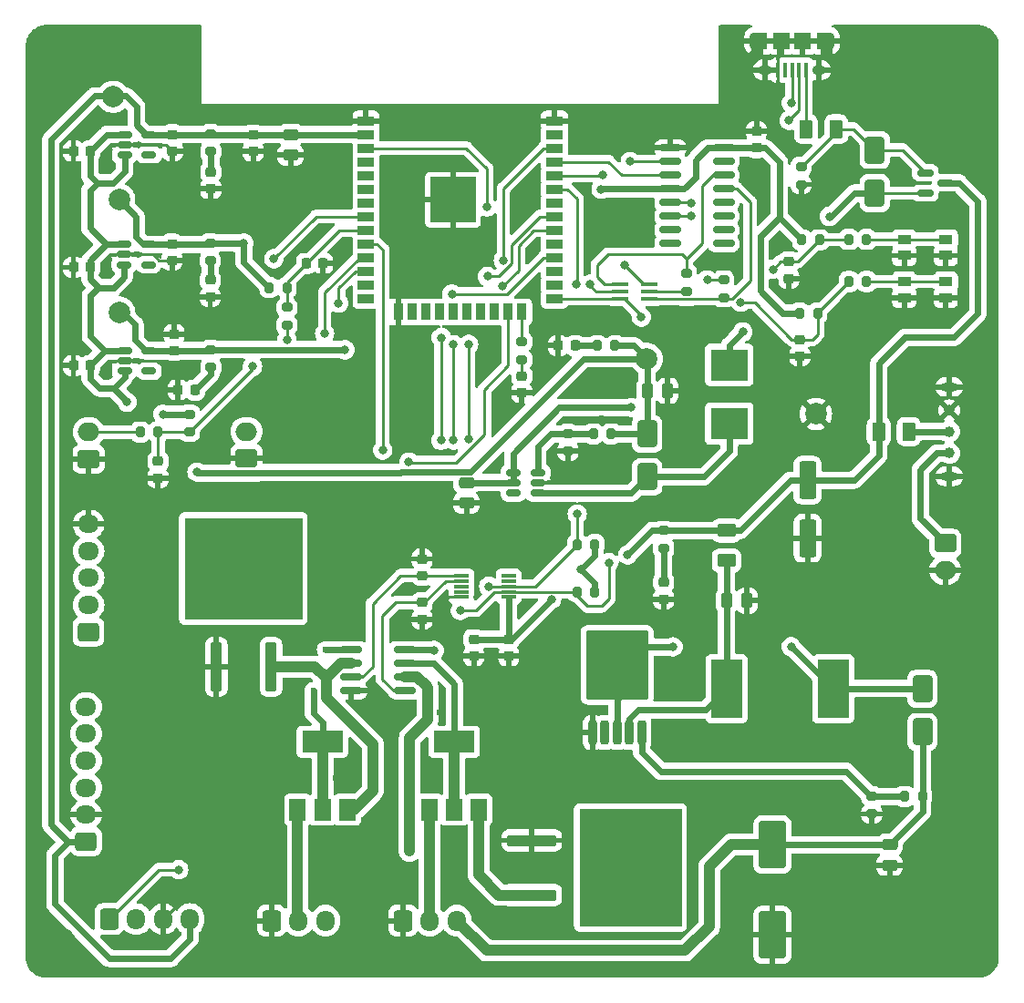
<source format=gtl>
G04 #@! TF.GenerationSoftware,KiCad,Pcbnew,7.0.10-7.0.10~ubuntu20.04.1*
G04 #@! TF.CreationDate,2024-02-22T18:15:51-03:00*
G04 #@! TF.ProjectId,Transiluminador,5472616e-7369-46c7-956d-696e61646f72,rev?*
G04 #@! TF.SameCoordinates,Original*
G04 #@! TF.FileFunction,Copper,L1,Top*
G04 #@! TF.FilePolarity,Positive*
%FSLAX46Y46*%
G04 Gerber Fmt 4.6, Leading zero omitted, Abs format (unit mm)*
G04 Created by KiCad (PCBNEW 7.0.10-7.0.10~ubuntu20.04.1) date 2024-02-22 18:15:51*
%MOMM*%
%LPD*%
G01*
G04 APERTURE LIST*
G04 Aperture macros list*
%AMRoundRect*
0 Rectangle with rounded corners*
0 $1 Rounding radius*
0 $2 $3 $4 $5 $6 $7 $8 $9 X,Y pos of 4 corners*
0 Add a 4 corners polygon primitive as box body*
4,1,4,$2,$3,$4,$5,$6,$7,$8,$9,$2,$3,0*
0 Add four circle primitives for the rounded corners*
1,1,$1+$1,$2,$3*
1,1,$1+$1,$4,$5*
1,1,$1+$1,$6,$7*
1,1,$1+$1,$8,$9*
0 Add four rect primitives between the rounded corners*
20,1,$1+$1,$2,$3,$4,$5,0*
20,1,$1+$1,$4,$5,$6,$7,0*
20,1,$1+$1,$6,$7,$8,$9,0*
20,1,$1+$1,$8,$9,$2,$3,0*%
G04 Aperture macros list end*
G04 #@! TA.AperFunction,EtchedComponent*
%ADD10C,0.100000*%
G04 #@! TD*
G04 #@! TA.AperFunction,SMDPad,CuDef*
%ADD11RoundRect,0.250000X-2.050000X-0.300000X2.050000X-0.300000X2.050000X0.300000X-2.050000X0.300000X0*%
G04 #@! TD*
G04 #@! TA.AperFunction,SMDPad,CuDef*
%ADD12RoundRect,0.250000X0.300000X-2.050000X0.300000X2.050000X-0.300000X2.050000X-0.300000X-2.050000X0*%
G04 #@! TD*
G04 #@! TA.AperFunction,ComponentPad*
%ADD13C,1.000000*%
G04 #@! TD*
G04 #@! TA.AperFunction,ComponentPad*
%ADD14O,1.600000X0.800000*%
G04 #@! TD*
G04 #@! TA.AperFunction,SMDPad,CuDef*
%ADD15RoundRect,0.150000X-0.825000X-0.150000X0.825000X-0.150000X0.825000X0.150000X-0.825000X0.150000X0*%
G04 #@! TD*
G04 #@! TA.AperFunction,SMDPad,CuDef*
%ADD16R,0.400000X1.350000*%
G04 #@! TD*
G04 #@! TA.AperFunction,ComponentPad*
%ADD17O,0.890000X1.550000*%
G04 #@! TD*
G04 #@! TA.AperFunction,SMDPad,CuDef*
%ADD18R,1.200000X1.550000*%
G04 #@! TD*
G04 #@! TA.AperFunction,ComponentPad*
%ADD19O,1.250000X0.950000*%
G04 #@! TD*
G04 #@! TA.AperFunction,SMDPad,CuDef*
%ADD20R,1.500000X1.550000*%
G04 #@! TD*
G04 #@! TA.AperFunction,ComponentPad*
%ADD21RoundRect,0.250000X0.725000X-0.600000X0.725000X0.600000X-0.725000X0.600000X-0.725000X-0.600000X0*%
G04 #@! TD*
G04 #@! TA.AperFunction,ComponentPad*
%ADD22O,1.950000X1.700000*%
G04 #@! TD*
G04 #@! TA.AperFunction,ComponentPad*
%ADD23RoundRect,0.250000X-0.600000X-0.725000X0.600000X-0.725000X0.600000X0.725000X-0.600000X0.725000X0*%
G04 #@! TD*
G04 #@! TA.AperFunction,ComponentPad*
%ADD24O,1.700000X1.950000*%
G04 #@! TD*
G04 #@! TA.AperFunction,SMDPad,CuDef*
%ADD25R,1.500000X2.000000*%
G04 #@! TD*
G04 #@! TA.AperFunction,SMDPad,CuDef*
%ADD26R,3.800000X2.000000*%
G04 #@! TD*
G04 #@! TA.AperFunction,SMDPad,CuDef*
%ADD27RoundRect,0.225000X-0.250000X0.225000X-0.250000X-0.225000X0.250000X-0.225000X0.250000X0.225000X0*%
G04 #@! TD*
G04 #@! TA.AperFunction,ComponentPad*
%ADD28RoundRect,0.250000X0.750000X-0.600000X0.750000X0.600000X-0.750000X0.600000X-0.750000X-0.600000X0*%
G04 #@! TD*
G04 #@! TA.AperFunction,ComponentPad*
%ADD29O,2.000000X1.700000*%
G04 #@! TD*
G04 #@! TA.AperFunction,ComponentPad*
%ADD30C,2.000000*%
G04 #@! TD*
G04 #@! TA.AperFunction,SMDPad,CuDef*
%ADD31RoundRect,0.218750X0.256250X-0.218750X0.256250X0.218750X-0.256250X0.218750X-0.256250X-0.218750X0*%
G04 #@! TD*
G04 #@! TA.AperFunction,SMDPad,CuDef*
%ADD32RoundRect,0.200000X-0.275000X0.200000X-0.275000X-0.200000X0.275000X-0.200000X0.275000X0.200000X0*%
G04 #@! TD*
G04 #@! TA.AperFunction,SMDPad,CuDef*
%ADD33RoundRect,0.250000X0.625000X-0.375000X0.625000X0.375000X-0.625000X0.375000X-0.625000X-0.375000X0*%
G04 #@! TD*
G04 #@! TA.AperFunction,SMDPad,CuDef*
%ADD34RoundRect,0.250000X-0.550000X1.500000X-0.550000X-1.500000X0.550000X-1.500000X0.550000X1.500000X0*%
G04 #@! TD*
G04 #@! TA.AperFunction,SMDPad,CuDef*
%ADD35RoundRect,0.150000X-0.512500X-0.150000X0.512500X-0.150000X0.512500X0.150000X-0.512500X0.150000X0*%
G04 #@! TD*
G04 #@! TA.AperFunction,SMDPad,CuDef*
%ADD36RoundRect,0.200000X0.275000X-0.200000X0.275000X0.200000X-0.275000X0.200000X-0.275000X-0.200000X0*%
G04 #@! TD*
G04 #@! TA.AperFunction,SMDPad,CuDef*
%ADD37R,1.500000X0.400000*%
G04 #@! TD*
G04 #@! TA.AperFunction,SMDPad,CuDef*
%ADD38RoundRect,0.200000X-0.200000X-0.275000X0.200000X-0.275000X0.200000X0.275000X-0.200000X0.275000X0*%
G04 #@! TD*
G04 #@! TA.AperFunction,SMDPad,CuDef*
%ADD39RoundRect,0.150000X-0.587500X-0.150000X0.587500X-0.150000X0.587500X0.150000X-0.587500X0.150000X0*%
G04 #@! TD*
G04 #@! TA.AperFunction,SMDPad,CuDef*
%ADD40RoundRect,0.200000X0.200000X0.275000X-0.200000X0.275000X-0.200000X-0.275000X0.200000X-0.275000X0*%
G04 #@! TD*
G04 #@! TA.AperFunction,SMDPad,CuDef*
%ADD41RoundRect,0.250000X0.650000X-1.000000X0.650000X1.000000X-0.650000X1.000000X-0.650000X-1.000000X0*%
G04 #@! TD*
G04 #@! TA.AperFunction,SMDPad,CuDef*
%ADD42RoundRect,0.225000X0.225000X0.250000X-0.225000X0.250000X-0.225000X-0.250000X0.225000X-0.250000X0*%
G04 #@! TD*
G04 #@! TA.AperFunction,SMDPad,CuDef*
%ADD43R,3.500000X2.950000*%
G04 #@! TD*
G04 #@! TA.AperFunction,SMDPad,CuDef*
%ADD44RoundRect,0.250000X-0.650000X1.000000X-0.650000X-1.000000X0.650000X-1.000000X0.650000X1.000000X0*%
G04 #@! TD*
G04 #@! TA.AperFunction,SMDPad,CuDef*
%ADD45R,1.250000X0.900000*%
G04 #@! TD*
G04 #@! TA.AperFunction,SMDPad,CuDef*
%ADD46RoundRect,0.250000X-0.375000X-0.625000X0.375000X-0.625000X0.375000X0.625000X-0.375000X0.625000X0*%
G04 #@! TD*
G04 #@! TA.AperFunction,SMDPad,CuDef*
%ADD47RoundRect,0.250000X-0.475000X0.250000X-0.475000X-0.250000X0.475000X-0.250000X0.475000X0.250000X0*%
G04 #@! TD*
G04 #@! TA.AperFunction,SMDPad,CuDef*
%ADD48RoundRect,0.150000X0.512500X0.150000X-0.512500X0.150000X-0.512500X-0.150000X0.512500X-0.150000X0*%
G04 #@! TD*
G04 #@! TA.AperFunction,ComponentPad*
%ADD49RoundRect,0.250000X-0.750000X0.600000X-0.750000X-0.600000X0.750000X-0.600000X0.750000X0.600000X0*%
G04 #@! TD*
G04 #@! TA.AperFunction,SMDPad,CuDef*
%ADD50RoundRect,0.200000X0.200000X-0.900000X0.200000X0.900000X-0.200000X0.900000X-0.200000X-0.900000X0*%
G04 #@! TD*
G04 #@! TA.AperFunction,SMDPad,CuDef*
%ADD51RoundRect,0.250000X1.125000X-1.275000X1.125000X1.275000X-1.125000X1.275000X-1.125000X-1.275000X0*%
G04 #@! TD*
G04 #@! TA.AperFunction,SMDPad,CuDef*
%ADD52RoundRect,0.249997X2.650003X-2.950003X2.650003X2.950003X-2.650003X2.950003X-2.650003X-2.950003X0*%
G04 #@! TD*
G04 #@! TA.AperFunction,SMDPad,CuDef*
%ADD53R,1.500000X0.900000*%
G04 #@! TD*
G04 #@! TA.AperFunction,SMDPad,CuDef*
%ADD54R,0.900000X1.500000*%
G04 #@! TD*
G04 #@! TA.AperFunction,SMDPad,CuDef*
%ADD55R,1.050000X1.050000*%
G04 #@! TD*
G04 #@! TA.AperFunction,SMDPad,CuDef*
%ADD56R,4.200000X4.200000*%
G04 #@! TD*
G04 #@! TA.AperFunction,SMDPad,CuDef*
%ADD57RoundRect,0.218750X-0.218750X-0.256250X0.218750X-0.256250X0.218750X0.256250X-0.218750X0.256250X0*%
G04 #@! TD*
G04 #@! TA.AperFunction,SMDPad,CuDef*
%ADD58RoundRect,0.225000X-0.225000X-0.250000X0.225000X-0.250000X0.225000X0.250000X-0.225000X0.250000X0*%
G04 #@! TD*
G04 #@! TA.AperFunction,SMDPad,CuDef*
%ADD59RoundRect,0.225000X0.250000X-0.225000X0.250000X0.225000X-0.250000X0.225000X-0.250000X-0.225000X0*%
G04 #@! TD*
G04 #@! TA.AperFunction,SMDPad,CuDef*
%ADD60R,2.900000X5.400000*%
G04 #@! TD*
G04 #@! TA.AperFunction,SMDPad,CuDef*
%ADD61R,1.400000X0.300000*%
G04 #@! TD*
G04 #@! TA.AperFunction,SMDPad,CuDef*
%ADD62RoundRect,0.250000X-0.250000X-0.475000X0.250000X-0.475000X0.250000X0.475000X-0.250000X0.475000X0*%
G04 #@! TD*
G04 #@! TA.AperFunction,SMDPad,CuDef*
%ADD63RoundRect,0.250000X-1.000000X1.950000X-1.000000X-1.950000X1.000000X-1.950000X1.000000X1.950000X0*%
G04 #@! TD*
G04 #@! TA.AperFunction,ViaPad*
%ADD64C,3.600000*%
G04 #@! TD*
G04 #@! TA.AperFunction,ViaPad*
%ADD65C,0.600000*%
G04 #@! TD*
G04 #@! TA.AperFunction,ViaPad*
%ADD66C,0.800000*%
G04 #@! TD*
G04 #@! TA.AperFunction,Conductor*
%ADD67C,0.254000*%
G04 #@! TD*
G04 #@! TA.AperFunction,Conductor*
%ADD68C,0.609600*%
G04 #@! TD*
G04 #@! TA.AperFunction,Conductor*
%ADD69C,0.250000*%
G04 #@! TD*
G04 #@! TA.AperFunction,Conductor*
%ADD70C,1.016000*%
G04 #@! TD*
G04 APERTURE END LIST*
D10*
X160702000Y-86821000D02*
X170083000Y-86821000D01*
X170083000Y-86821000D02*
X170083000Y-97674000D01*
X170083000Y-97674000D02*
X160702000Y-97674000D01*
X160702000Y-97674000D02*
X160702000Y-86821000D01*
G36*
X160702000Y-86821000D02*
G01*
X170083000Y-86821000D01*
X170083000Y-97674000D01*
X160702000Y-97674000D01*
X160702000Y-86821000D01*
G37*
X124021000Y-69148000D02*
X134874000Y-69148000D01*
X134874000Y-69148000D02*
X134874000Y-59767000D01*
X134874000Y-59767000D02*
X124021000Y-59767000D01*
X124021000Y-59767000D02*
X124021000Y-69148000D01*
G36*
X124021000Y-69148000D02*
G01*
X134874000Y-69148000D01*
X134874000Y-59767000D01*
X124021000Y-59767000D01*
X124021000Y-69148000D01*
G37*
D11*
X156250000Y-89735000D03*
X156250000Y-94815000D03*
D12*
X126935000Y-73600000D03*
X132015000Y-73600000D03*
D13*
X195000000Y-53750000D03*
X195000000Y-51750000D03*
X195000000Y-49750000D03*
D14*
X195000000Y-55900000D03*
X195000000Y-47600000D03*
D15*
X169100000Y-25380000D03*
X169100000Y-26650000D03*
X169100000Y-27920000D03*
X169100000Y-29190000D03*
X169100000Y-30460000D03*
X169100000Y-31730000D03*
X169100000Y-33000000D03*
X169100000Y-34270000D03*
X174050000Y-34270000D03*
X174050000Y-33000000D03*
X174050000Y-31730000D03*
X174050000Y-30460000D03*
X174050000Y-29190000D03*
X174050000Y-27920000D03*
X174050000Y-26650000D03*
X174050000Y-25380000D03*
D16*
X181700000Y-18125000D03*
X181050000Y-18125000D03*
X180400000Y-18125000D03*
X179750000Y-18125000D03*
X179100000Y-18125000D03*
D17*
X183900000Y-15425000D03*
D18*
X183300000Y-15425000D03*
D19*
X182900000Y-18125000D03*
D20*
X181400000Y-15425000D03*
X179400000Y-15425000D03*
D19*
X177900000Y-18125000D03*
D18*
X177500000Y-15425000D03*
D17*
X176900000Y-15425000D03*
D21*
X115075000Y-70350000D03*
D22*
X115075000Y-67850000D03*
X115075000Y-65350000D03*
X115075000Y-62850000D03*
X115075000Y-60350000D03*
D23*
X144275000Y-97200000D03*
D24*
X146775000Y-97200000D03*
X149275000Y-97200000D03*
D25*
X134500000Y-86875000D03*
X136800000Y-86875000D03*
D26*
X136800000Y-80575000D03*
D25*
X139100000Y-86875000D03*
D27*
X122825000Y-34280000D03*
X122825000Y-35830000D03*
D28*
X129750000Y-54225000D03*
D29*
X129750000Y-51725000D03*
D30*
X117375000Y-20625000D03*
D31*
X155300000Y-48137500D03*
X155300000Y-46562500D03*
D32*
X155300000Y-43400000D03*
X155300000Y-45050000D03*
D33*
X174325000Y-63725000D03*
X174325000Y-60925000D03*
D34*
X181850000Y-56250000D03*
X181850000Y-61650000D03*
D35*
X118375000Y-34325000D03*
X118375000Y-35275000D03*
X118375000Y-36225000D03*
X120650000Y-36225000D03*
X120650000Y-34325000D03*
D32*
X133500000Y-40200000D03*
X133500000Y-41850000D03*
D36*
X174050000Y-39300000D03*
X174050000Y-37650000D03*
X187800000Y-87275000D03*
X187800000Y-85625000D03*
D37*
X164445000Y-38075000D03*
X164445000Y-38725000D03*
X164445000Y-39375000D03*
X167105000Y-39375000D03*
X167105000Y-38725000D03*
X167105000Y-38075000D03*
D21*
X114850000Y-89825000D03*
D22*
X114850000Y-87325000D03*
X114850000Y-84825000D03*
X114850000Y-82325000D03*
X114850000Y-79825000D03*
X114850000Y-77325000D03*
D15*
X139475000Y-72025000D03*
X139475000Y-73295000D03*
X139475000Y-74565000D03*
X139475000Y-75835000D03*
X144425000Y-75835000D03*
X144425000Y-74565000D03*
X144425000Y-73295000D03*
X144425000Y-72025000D03*
D38*
X190850000Y-85635000D03*
X192500000Y-85635000D03*
D39*
X192775000Y-27675000D03*
X192775000Y-29575000D03*
X194650000Y-28625000D03*
D25*
X146725000Y-86875000D03*
X149025000Y-86875000D03*
D26*
X149025000Y-80575000D03*
D25*
X151325000Y-86875000D03*
D31*
X126375000Y-39230000D03*
X126375000Y-37655000D03*
D32*
X126375000Y-34230000D03*
X126375000Y-35880000D03*
D40*
X162100000Y-62225000D03*
X160450000Y-62225000D03*
D41*
X188075000Y-29575000D03*
X188075000Y-25575000D03*
D42*
X115225000Y-25675000D03*
X113675000Y-25675000D03*
D27*
X150850000Y-71050000D03*
X150850000Y-72600000D03*
D43*
X174575000Y-45550000D03*
X174575000Y-51000000D03*
D44*
X166950000Y-51950000D03*
X166950000Y-55950000D03*
D38*
X181300000Y-33900000D03*
X182950000Y-33900000D03*
D23*
X132075000Y-97200000D03*
D24*
X134575000Y-97200000D03*
X137075000Y-97200000D03*
D45*
X190825000Y-39295000D03*
X194675000Y-39295000D03*
X190825000Y-37795000D03*
X194675000Y-37795000D03*
D36*
X168475000Y-62575000D03*
X168475000Y-60925000D03*
D46*
X188450000Y-51750000D03*
X191250000Y-51750000D03*
D23*
X117000000Y-97050000D03*
D24*
X119500000Y-97050000D03*
X122000000Y-97050000D03*
X124500000Y-97050000D03*
D46*
X181700000Y-23625000D03*
X184500000Y-23625000D03*
D47*
X150175000Y-56500000D03*
X150175000Y-58400000D03*
D48*
X156800000Y-57450000D03*
X156800000Y-56500000D03*
X156800000Y-55550000D03*
X154525000Y-55550000D03*
X154525000Y-56500000D03*
X154525000Y-57450000D03*
D42*
X115225000Y-36475000D03*
X113675000Y-36475000D03*
D28*
X115100000Y-54275000D03*
D29*
X115100000Y-51775000D03*
D40*
X163600000Y-51950000D03*
X161950000Y-51950000D03*
D49*
X194625000Y-62125000D03*
D29*
X194625000Y-64625000D03*
D36*
X170600000Y-38700000D03*
X170600000Y-37050000D03*
D47*
X189475000Y-90125000D03*
X189475000Y-92025000D03*
D50*
X161870000Y-79725000D03*
X163010000Y-79725000D03*
X164150000Y-79725000D03*
X165290000Y-79725000D03*
X166430000Y-79725000D03*
D51*
X162625000Y-75100000D03*
X165675000Y-75100000D03*
D52*
X164150000Y-73425000D03*
D51*
X162625000Y-71750000D03*
X165675000Y-71750000D03*
D32*
X126425000Y-44130000D03*
X126425000Y-45780000D03*
D53*
X140843200Y-22860000D03*
X140843200Y-24130000D03*
X140843200Y-25400000D03*
X140843200Y-26670000D03*
X140843200Y-27940000D03*
X140843200Y-29210000D03*
X140843200Y-30480000D03*
X140843200Y-31750000D03*
X140843200Y-33020000D03*
X140843200Y-34290000D03*
X140843200Y-35560000D03*
X140843200Y-36830000D03*
X140843200Y-38100000D03*
X140843200Y-39370000D03*
D54*
X143883200Y-40620000D03*
X145153200Y-40620000D03*
X146423200Y-40620000D03*
X147693200Y-40620000D03*
X148963200Y-40620000D03*
X150233200Y-40620000D03*
X151503200Y-40620000D03*
X152773200Y-40620000D03*
X154043200Y-40620000D03*
X155313200Y-40620000D03*
D53*
X158343200Y-39370000D03*
X158343200Y-38100000D03*
X158343200Y-36830000D03*
X158343200Y-35560000D03*
X158343200Y-34290000D03*
X158343200Y-33020000D03*
X158343200Y-31750000D03*
X158343200Y-30480000D03*
X158343200Y-29210000D03*
X158343200Y-27940000D03*
X158343200Y-26670000D03*
X158343200Y-25400000D03*
X158343200Y-24130000D03*
X158343200Y-22860000D03*
D55*
X147388200Y-28675000D03*
X147388200Y-30200000D03*
X147388200Y-31725000D03*
X148913200Y-28675000D03*
X148913200Y-30200000D03*
D56*
X148913200Y-30200000D03*
D55*
X148913200Y-31725000D03*
X150438200Y-28675000D03*
X150438200Y-30200000D03*
X150438200Y-31725000D03*
D30*
X117925000Y-40675000D03*
D31*
X168475000Y-67312500D03*
X168475000Y-65737500D03*
D57*
X158700000Y-43750000D03*
X160275000Y-43750000D03*
D32*
X159600000Y-51925000D03*
X159600000Y-53575000D03*
D27*
X181125000Y-43175000D03*
X181125000Y-44725000D03*
D47*
X133850000Y-24125000D03*
X133850000Y-26025000D03*
D38*
X185675000Y-33875000D03*
X187325000Y-33875000D03*
X131850000Y-38350000D03*
X133500000Y-38350000D03*
D40*
X121525000Y-51775000D03*
X119875000Y-51775000D03*
D27*
X146050000Y-67625000D03*
X146050000Y-69175000D03*
D35*
X118425000Y-24125000D03*
X118425000Y-25075000D03*
X118425000Y-26025000D03*
X120700000Y-26025000D03*
X120700000Y-24125000D03*
D27*
X121525000Y-54500000D03*
X121525000Y-56050000D03*
D30*
X117925000Y-30200000D03*
D57*
X123387500Y-47875000D03*
X124962500Y-47875000D03*
D30*
X182625000Y-50100000D03*
X166925000Y-44975000D03*
D32*
X124450000Y-50125000D03*
X124450000Y-51775000D03*
D58*
X135300000Y-36100000D03*
X136850000Y-36100000D03*
D35*
X118425000Y-44225000D03*
X118425000Y-45175000D03*
X118425000Y-46125000D03*
X120700000Y-46125000D03*
X120700000Y-44225000D03*
D59*
X146050000Y-65125000D03*
X146050000Y-63575000D03*
D27*
X130375000Y-24150000D03*
X130375000Y-25700000D03*
D40*
X163962500Y-43750000D03*
X162312500Y-43750000D03*
D60*
X174325000Y-75625000D03*
X184225000Y-75625000D03*
D42*
X115225000Y-45600000D03*
X113675000Y-45600000D03*
D61*
X154100000Y-67125000D03*
X154100000Y-66625000D03*
X154100000Y-66125000D03*
X154100000Y-65625000D03*
X154100000Y-65125000D03*
X149700000Y-65125000D03*
X149700000Y-65625000D03*
X149700000Y-66125000D03*
X149700000Y-66625000D03*
X149700000Y-67125000D03*
D62*
X166950000Y-47950000D03*
X168850000Y-47950000D03*
D59*
X177100000Y-25375000D03*
X177100000Y-23825000D03*
D32*
X126425000Y-24075000D03*
X126425000Y-25725000D03*
D45*
X190825000Y-35375000D03*
X194675000Y-35375000D03*
X190825000Y-33875000D03*
X194675000Y-33875000D03*
D27*
X154100000Y-71050000D03*
X154100000Y-72600000D03*
D62*
X174325000Y-67450000D03*
X176225000Y-67450000D03*
D38*
X185675000Y-37790000D03*
X187325000Y-37790000D03*
X181125000Y-40725000D03*
X182775000Y-40725000D03*
D32*
X181250000Y-27125000D03*
X181250000Y-28775000D03*
D27*
X180100000Y-35950000D03*
X180100000Y-37500000D03*
D40*
X162100000Y-66625000D03*
X160450000Y-66625000D03*
D63*
X178575000Y-90125000D03*
X178575000Y-98525000D03*
D59*
X123025000Y-44225000D03*
X123025000Y-42675000D03*
D31*
X126425000Y-29187500D03*
X126425000Y-27612500D03*
D27*
X122875000Y-24125000D03*
X122875000Y-25675000D03*
D41*
X192500000Y-79650000D03*
X192500000Y-75650000D03*
D64*
X112175000Y-99500000D03*
D65*
X152350000Y-45550000D03*
X135650000Y-38250000D03*
X175050000Y-36150000D03*
D64*
X112175000Y-17000000D03*
D65*
X163850000Y-24050000D03*
X156600000Y-27750000D03*
X127450000Y-93150000D03*
X144350000Y-66500000D03*
X120938897Y-69301157D03*
X119300000Y-78550000D03*
X123300000Y-39100000D03*
X180250000Y-25350000D03*
X147700000Y-77850000D03*
X163550000Y-47550000D03*
X144350000Y-27550000D03*
X156350000Y-34650000D03*
X137650000Y-28350000D03*
X121200000Y-59050000D03*
X148100000Y-67575000D03*
X177400000Y-28500000D03*
X122600000Y-29300000D03*
X122900000Y-20700000D03*
X163800000Y-32850000D03*
X147350000Y-84100000D03*
X115400000Y-23350000D03*
X154950000Y-31100000D03*
X113400000Y-32800000D03*
X152700000Y-55000000D03*
X138000000Y-83950000D03*
X182000000Y-30600000D03*
X120900000Y-66700000D03*
X155750000Y-68000000D03*
X117450000Y-83750000D03*
X118850000Y-81100000D03*
X189800000Y-32100000D03*
X162750000Y-50500000D03*
D64*
X196500000Y-17000000D03*
D65*
X179250000Y-34050000D03*
D64*
X196500000Y-99500000D03*
D66*
X165125000Y-63200000D03*
X147175000Y-72075000D03*
X175825000Y-42475000D03*
X183875000Y-31750000D03*
X165450000Y-49500000D03*
X125150000Y-55500000D03*
X118650000Y-49000000D03*
X138900000Y-44130000D03*
X158075000Y-67349500D03*
X160825000Y-64575000D03*
X178625000Y-36650000D03*
X166400000Y-41100000D03*
X152075000Y-30875000D03*
X175626567Y-39723433D03*
X164850000Y-36275000D03*
X180325000Y-71725000D03*
X169350000Y-71750000D03*
X142400000Y-53450000D03*
X137000000Y-42625000D03*
X138300000Y-39800000D03*
X150375000Y-52450000D03*
X153550000Y-38225000D03*
X150375000Y-43625000D03*
X148975000Y-52525000D03*
X148975000Y-43675000D03*
X152125000Y-37325000D03*
X148825000Y-38950000D03*
X147825000Y-43000000D03*
X147800000Y-52550000D03*
X144828336Y-54569236D03*
X171075000Y-31725000D03*
X180125000Y-22825000D03*
X171025000Y-30475000D03*
X180325000Y-21200000D03*
X161675000Y-38050000D03*
X172525000Y-37650000D03*
X132275000Y-35675000D03*
X130300000Y-45700000D03*
X152250000Y-66125000D03*
X160400000Y-38075000D03*
X160450000Y-59400000D03*
X149600000Y-68350000D03*
X153600000Y-35825000D03*
X163387500Y-63912500D03*
X123450000Y-92450000D03*
X133500000Y-43175000D03*
X162825000Y-27925000D03*
X165375000Y-26650000D03*
X129500000Y-34230000D03*
X162675000Y-29200000D03*
X121975000Y-50125000D03*
D65*
X135950000Y-75800000D03*
X137075000Y-72025000D03*
D66*
X144875000Y-90700000D03*
X151325000Y-92950000D03*
D67*
X118425000Y-25075000D02*
X122275000Y-25075000D01*
X122275000Y-25075000D02*
X122875000Y-25675000D01*
X125900000Y-93150000D02*
X127450000Y-93150000D01*
X175675000Y-19250000D02*
X175675000Y-17400000D01*
X148550000Y-67125000D02*
X148100000Y-67575000D01*
X178675000Y-19900000D02*
X176325000Y-19900000D01*
X179100000Y-18125000D02*
X179100000Y-19475000D01*
X118375000Y-35275000D02*
X121041236Y-35275000D01*
X121596236Y-35830000D02*
X122825000Y-35830000D01*
X179100000Y-18125000D02*
X179100000Y-15725000D01*
X122000000Y-97050000D02*
X125900000Y-93150000D01*
X177900000Y-18125000D02*
X179100000Y-18125000D01*
X149700000Y-67125000D02*
X148550000Y-67125000D01*
X179100000Y-19475000D02*
X178675000Y-19900000D01*
X175675000Y-17400000D02*
X176900000Y-16175000D01*
X179100000Y-15725000D02*
X179400000Y-15425000D01*
X176325000Y-19900000D02*
X175675000Y-19250000D01*
X177500000Y-15425000D02*
X183300000Y-15425000D01*
X176900000Y-16175000D02*
X176900000Y-15425000D01*
X121041236Y-35275000D02*
X121596236Y-35830000D01*
D68*
X188450000Y-53950000D02*
X186150000Y-56250000D01*
X186150000Y-56250000D02*
X181850000Y-56250000D01*
X188450000Y-45400000D02*
X190875000Y-42975000D01*
X181850000Y-56250000D02*
X180250000Y-56250000D01*
X188450000Y-51750000D02*
X188450000Y-53950000D01*
X180250000Y-56250000D02*
X175575000Y-60925000D01*
X144425000Y-72025000D02*
X147125000Y-72025000D01*
X175575000Y-60925000D02*
X168500000Y-60925000D01*
X167400000Y-60925000D02*
X168475000Y-60925000D01*
X165125000Y-63200000D02*
X167400000Y-60925000D01*
X188450000Y-51750000D02*
X188450000Y-45400000D01*
X195450000Y-42975000D02*
X197650000Y-40775000D01*
X197650000Y-40775000D02*
X197650000Y-30375000D01*
X197650000Y-30375000D02*
X195900000Y-28625000D01*
X195900000Y-28625000D02*
X194650000Y-28625000D01*
X190875000Y-42975000D02*
X195450000Y-42975000D01*
D67*
X147125000Y-72025000D02*
X147175000Y-72075000D01*
D69*
X188075000Y-29575000D02*
X192775000Y-29575000D01*
D68*
X154525000Y-53772720D02*
X154525000Y-55550000D01*
X183875000Y-31750000D02*
X184000000Y-31750000D01*
X186175000Y-29575000D02*
X188075000Y-29575000D01*
X184000000Y-31750000D02*
X186175000Y-29575000D01*
X158797720Y-49500000D02*
X154525000Y-53772720D01*
X174575000Y-45550000D02*
X174575000Y-43725000D01*
X165450000Y-49500000D02*
X158797720Y-49500000D01*
X174575000Y-43725000D02*
X175825000Y-42475000D01*
X150175000Y-56500000D02*
X154525000Y-56500000D01*
X154525000Y-55550000D02*
X154525000Y-56500000D01*
X118550000Y-20550000D02*
X119550000Y-21550000D01*
X117000000Y-100700000D02*
X122700000Y-100700000D01*
X115625000Y-20550000D02*
X118550000Y-20550000D01*
X120425000Y-24125000D02*
X120700000Y-24125000D01*
X111950000Y-95650000D02*
X117000000Y-100700000D01*
X113225000Y-89825000D02*
X111950000Y-91100000D01*
X113125000Y-89825000D02*
X111575000Y-88275000D01*
X119550000Y-23250000D02*
X120425000Y-24125000D01*
X130375000Y-24150000D02*
X133825000Y-24150000D01*
X111575000Y-88275000D02*
X111575000Y-24600000D01*
X114850000Y-89825000D02*
X113125000Y-89825000D01*
X133850000Y-24125000D02*
X140838200Y-24125000D01*
X111950000Y-91100000D02*
X111950000Y-95650000D01*
X114850000Y-89825000D02*
X113225000Y-89825000D01*
X111575000Y-24600000D02*
X115625000Y-20550000D01*
X119550000Y-21550000D02*
X119550000Y-23250000D01*
X120700000Y-24125000D02*
X130350000Y-24125000D01*
X124500000Y-98900000D02*
X124500000Y-97050000D01*
X122700000Y-100700000D02*
X124500000Y-98900000D01*
X130350000Y-24125000D02*
X130375000Y-24150000D01*
X140838200Y-24125000D02*
X140843200Y-24130000D01*
X133825000Y-24150000D02*
X133850000Y-24125000D01*
D67*
X146050000Y-65125000D02*
X149700000Y-65125000D01*
X141450000Y-73564999D02*
X141450000Y-67725000D01*
X140449999Y-74565000D02*
X141450000Y-73564999D01*
X139475000Y-74565000D02*
X140449999Y-74565000D01*
X144050000Y-65125000D02*
X146050000Y-65125000D01*
X141450000Y-67725000D02*
X144050000Y-65125000D01*
D68*
X117400000Y-38350000D02*
X118375000Y-37375000D01*
X117400000Y-47700000D02*
X118650000Y-48950000D01*
X166950000Y-45000000D02*
X166950000Y-47950000D01*
X116000000Y-38350000D02*
X117400000Y-38350000D01*
X115200000Y-32810000D02*
X116720000Y-34330000D01*
X115225000Y-37575000D02*
X116000000Y-38350000D01*
X115225000Y-36475000D02*
X115225000Y-37575000D01*
X117375000Y-28625000D02*
X118425000Y-27575000D01*
X118425000Y-44225000D02*
X116600000Y-44225000D01*
X116720000Y-34330000D02*
X118370000Y-34330000D01*
X125229800Y-55579800D02*
X130819576Y-55579800D01*
X118425000Y-46675000D02*
X118425000Y-46125000D01*
X163962500Y-43750000D02*
X165700000Y-43750000D01*
X150504800Y-55495200D02*
X161025000Y-44975000D01*
X161025000Y-44975000D02*
X166925000Y-44975000D01*
X118375000Y-37375000D02*
X118375000Y-36225000D01*
X125150000Y-55500000D02*
X125229800Y-55579800D01*
X118600000Y-49000000D02*
X118650000Y-49000000D01*
X115875000Y-28625000D02*
X117375000Y-28625000D01*
X130819576Y-55579800D02*
X130849376Y-55550000D01*
X165700000Y-43750000D02*
X166950000Y-45000000D01*
X118420000Y-44230000D02*
X118425000Y-44225000D01*
X115200000Y-29300000D02*
X115200000Y-32810000D01*
X166950000Y-47950000D02*
X166950000Y-51950000D01*
X115875000Y-28625000D02*
X115200000Y-29300000D01*
X118370000Y-34330000D02*
X118375000Y-34325000D01*
X118425000Y-27575000D02*
X118425000Y-26025000D01*
X118650000Y-48950000D02*
X118650000Y-49000000D01*
X115225000Y-45600000D02*
X115225000Y-46825000D01*
X144054581Y-55550000D02*
X144109381Y-55495200D01*
X116775000Y-24125000D02*
X118425000Y-24125000D01*
X115225000Y-25775000D02*
X115125000Y-25675000D01*
X115225000Y-35825000D02*
X116720000Y-34330000D01*
X115225000Y-46825000D02*
X116100000Y-47700000D01*
X163600000Y-51950000D02*
X166950000Y-51950000D01*
X116600000Y-44225000D02*
X115225000Y-45600000D01*
X130849376Y-55550000D02*
X144054581Y-55550000D01*
X115225000Y-27975000D02*
X115875000Y-28625000D01*
X115225000Y-25675000D02*
X116775000Y-24125000D01*
X116100000Y-47700000D02*
X117400000Y-47700000D01*
X144109381Y-55495200D02*
X150504800Y-55495200D01*
X116000000Y-38350000D02*
X115250000Y-39100000D01*
X115225000Y-36475000D02*
X115225000Y-35825000D01*
X115250000Y-42875000D02*
X116600000Y-44225000D01*
X115250000Y-39100000D02*
X115250000Y-42875000D01*
X115225000Y-25675000D02*
X115225000Y-27975000D01*
X117400000Y-47700000D02*
X118425000Y-46675000D01*
D67*
X146225000Y-67625000D02*
X146050000Y-67625000D01*
X143450001Y-75835000D02*
X144425000Y-75835000D01*
X142375000Y-68875000D02*
X142375000Y-74759999D01*
X146050000Y-67625000D02*
X143625000Y-67625000D01*
X148225000Y-65625000D02*
X146225000Y-67625000D01*
X149700000Y-65625000D02*
X148225000Y-65625000D01*
X142375000Y-74759999D02*
X143450001Y-75835000D01*
X143625000Y-67625000D02*
X142375000Y-68875000D01*
D68*
X174325000Y-63725000D02*
X174325000Y-75625000D01*
X165290000Y-79725000D02*
X165290000Y-78410000D01*
X166100000Y-77600000D02*
X172350000Y-77600000D01*
X165290000Y-78410000D02*
X166100000Y-77600000D01*
X172350000Y-77600000D02*
X174325000Y-75625000D01*
X154374500Y-71050000D02*
X158075000Y-67349500D01*
X119400000Y-43250000D02*
X120375000Y-44225000D01*
X120375000Y-44225000D02*
X120700000Y-44225000D01*
X118275000Y-40675000D02*
X119400000Y-41800000D01*
X119400000Y-41800000D02*
X119400000Y-43250000D01*
X150850000Y-71050000D02*
X154100000Y-71050000D01*
X162100000Y-63300000D02*
X160825000Y-64575000D01*
X154100000Y-67300000D02*
X154100000Y-71050000D01*
X162100000Y-62225000D02*
X162100000Y-63300000D01*
X162100000Y-66625000D02*
X162100000Y-65850000D01*
X120700000Y-44225000D02*
X126330000Y-44225000D01*
X126330000Y-44225000D02*
X126425000Y-44130000D01*
X162100000Y-65850000D02*
X160825000Y-64575000D01*
X138900000Y-44130000D02*
X126425000Y-44130000D01*
X117925000Y-40675000D02*
X118275000Y-40675000D01*
D67*
X164825000Y-39375000D02*
X164445000Y-39375000D01*
X166400000Y-40950000D02*
X164825000Y-39375000D01*
X158343200Y-39370000D02*
X164440000Y-39370000D01*
X182950000Y-33900000D02*
X185650000Y-33900000D01*
X164440000Y-39370000D02*
X164445000Y-39375000D01*
X180100000Y-35950000D02*
X180900000Y-35950000D01*
X180900000Y-35950000D02*
X182950000Y-33900000D01*
X179325000Y-35950000D02*
X178625000Y-36650000D01*
X166400000Y-41100000D02*
X166400000Y-40950000D01*
X185650000Y-33900000D02*
X185675000Y-33875000D01*
X180100000Y-35950000D02*
X179325000Y-35950000D01*
X182275000Y-43175000D02*
X182775000Y-42675000D01*
X181125000Y-43175000D02*
X182275000Y-43175000D01*
X182775000Y-40690000D02*
X185675000Y-37790000D01*
X175626567Y-39723433D02*
X176923433Y-39723433D01*
X180375000Y-43175000D02*
X181125000Y-43175000D01*
X167105000Y-38075000D02*
X166650000Y-38075000D01*
X176923433Y-39723433D02*
X180375000Y-43175000D01*
X152075000Y-27325000D02*
X150150000Y-25400000D01*
X150150000Y-25400000D02*
X140843200Y-25400000D01*
X152075000Y-30875000D02*
X152075000Y-27325000D01*
X182775000Y-42675000D02*
X182775000Y-40725000D01*
X166650000Y-38075000D02*
X164850000Y-36275000D01*
X182775000Y-40725000D02*
X182775000Y-40690000D01*
D68*
X168475000Y-62575000D02*
X168475000Y-65737500D01*
X164150000Y-76625000D02*
X165675000Y-75100000D01*
X192475000Y-75625000D02*
X192500000Y-75650000D01*
X164150000Y-73425000D02*
X164150000Y-73275000D01*
X180325000Y-71725000D02*
X184225000Y-75625000D01*
X165675000Y-71750000D02*
X169350000Y-71750000D01*
X184225000Y-75625000D02*
X192475000Y-75625000D01*
X164150000Y-73275000D02*
X165675000Y-71750000D01*
X164150000Y-79725000D02*
X164150000Y-76625000D01*
X156800000Y-57450000D02*
X165450000Y-57450000D01*
X174575000Y-51000000D02*
X174575000Y-53575000D01*
X172200000Y-55950000D02*
X166950000Y-55950000D01*
X165450000Y-57450000D02*
X166950000Y-55950000D01*
X174575000Y-53575000D02*
X172200000Y-55950000D01*
D69*
X181250000Y-27125000D02*
X184500000Y-23875000D01*
X184500000Y-23875000D02*
X184500000Y-23625000D01*
X184500000Y-23625000D02*
X186125000Y-23625000D01*
X190675000Y-25575000D02*
X192775000Y-27675000D01*
X188075000Y-25575000D02*
X190675000Y-25575000D01*
X186125000Y-23625000D02*
X188075000Y-25575000D01*
D68*
X193825000Y-53750000D02*
X192300000Y-55275000D01*
X195000000Y-53750000D02*
X193825000Y-53750000D01*
X192300000Y-59800000D02*
X194625000Y-62125000D01*
X192300000Y-55275000D02*
X192300000Y-59800000D01*
D69*
X142400000Y-53125000D02*
X142400000Y-34846800D01*
X142400000Y-34846800D02*
X141843200Y-34290000D01*
D67*
X142400000Y-53450000D02*
X142400000Y-53125000D01*
D69*
X141843200Y-34290000D02*
X140843200Y-34290000D01*
D67*
X137000000Y-42625000D02*
X137000000Y-38819200D01*
X140259200Y-35560000D02*
X140843200Y-35560000D01*
X137000000Y-38819200D02*
X140259200Y-35560000D01*
X138300000Y-39800000D02*
X138300000Y-38369200D01*
X139839200Y-36830000D02*
X140843200Y-36830000D01*
X138300000Y-38369200D02*
X139839200Y-36830000D01*
X155000000Y-36775000D02*
X155000000Y-34450000D01*
X155000000Y-34450000D02*
X156430000Y-33020000D01*
X156430000Y-33020000D02*
X158343200Y-33020000D01*
X153550000Y-38225000D02*
X155000000Y-36775000D01*
X150375000Y-52450000D02*
X150375000Y-43625000D01*
X158343200Y-31750000D02*
X157000000Y-31750000D01*
X154327000Y-34423000D02*
X154327000Y-36126134D01*
X153128134Y-37325000D02*
X152125000Y-37325000D01*
X157000000Y-31750000D02*
X154327000Y-34423000D01*
X148975000Y-43675000D02*
X148975000Y-52525000D01*
X154327000Y-36126134D02*
X153128134Y-37325000D01*
X147800000Y-43025000D02*
X147825000Y-43000000D01*
X153947200Y-38952000D02*
X157339200Y-35560000D01*
X147800000Y-52550000D02*
X147800000Y-43025000D01*
X148825000Y-38950000D02*
X148827000Y-38952000D01*
X157339200Y-35560000D02*
X158343200Y-35560000D01*
X148827000Y-38952000D02*
X153947200Y-38952000D01*
X151825000Y-52028134D02*
X151825000Y-47825000D01*
X149228134Y-54625000D02*
X151825000Y-52028134D01*
X151825000Y-47825000D02*
X154043200Y-45606800D01*
X154043200Y-45606800D02*
X154043200Y-40620000D01*
X144828336Y-54569236D02*
X144884100Y-54625000D01*
X144884100Y-54625000D02*
X149228134Y-54625000D01*
X181052000Y-21898000D02*
X180125000Y-22825000D01*
X171075000Y-31725000D02*
X169105000Y-31725000D01*
X169105000Y-31725000D02*
X169100000Y-31730000D01*
X181050000Y-18125000D02*
X181052000Y-18127000D01*
X181052000Y-18127000D02*
X181052000Y-21898000D01*
X169100000Y-30460000D02*
X171010000Y-30460000D01*
X180400000Y-21125000D02*
X180400000Y-18125000D01*
X180325000Y-21200000D02*
X180400000Y-21125000D01*
X171010000Y-30460000D02*
X171025000Y-30475000D01*
X163025000Y-38075000D02*
X162325000Y-37375000D01*
X164445000Y-38075000D02*
X163025000Y-38075000D01*
X162325000Y-37375000D02*
X162325000Y-36250000D01*
X170150000Y-35250000D02*
X170600000Y-35700000D01*
X172075000Y-28920001D02*
X172075000Y-34225000D01*
X172075000Y-34225000D02*
X170600000Y-35700000D01*
X174050000Y-27920000D02*
X173075001Y-27920000D01*
X173075001Y-27920000D02*
X172075000Y-28920001D01*
X163325000Y-35250000D02*
X170150000Y-35250000D01*
X162325000Y-36250000D02*
X163325000Y-35250000D01*
X170600000Y-35700000D02*
X170600000Y-37050000D01*
X162200000Y-38725000D02*
X164445000Y-38725000D01*
X174050000Y-37650000D02*
X172525000Y-37650000D01*
X161675000Y-38050000D02*
X161675000Y-38200000D01*
X161675000Y-38200000D02*
X162200000Y-38725000D01*
X175290000Y-29190000D02*
X174050000Y-29190000D01*
X174850000Y-39375000D02*
X176500000Y-37725000D01*
X176500000Y-30400000D02*
X175290000Y-29190000D01*
X171098832Y-39427000D02*
X171150832Y-39375000D01*
X176500000Y-37725000D02*
X176500000Y-30400000D01*
X167105000Y-39375000D02*
X170049168Y-39375000D01*
X170101168Y-39427000D02*
X171098832Y-39427000D01*
X170049168Y-39375000D02*
X170101168Y-39427000D01*
X171150832Y-39375000D02*
X174850000Y-39375000D01*
X167105000Y-38725000D02*
X170575000Y-38725000D01*
X170575000Y-38725000D02*
X170600000Y-38700000D01*
X132275000Y-35675000D02*
X136200000Y-31750000D01*
X136200000Y-31750000D02*
X140843200Y-31750000D01*
X124450000Y-51775000D02*
X130300000Y-45925000D01*
X121525000Y-51775000D02*
X124450000Y-51775000D01*
X130300000Y-45925000D02*
X130300000Y-45700000D01*
X121525000Y-51775000D02*
X121525000Y-54500000D01*
X115100000Y-51775000D02*
X119875000Y-51775000D01*
D69*
X159535000Y-29210000D02*
X160425000Y-30100000D01*
D67*
X154100000Y-66125000D02*
X156550000Y-66125000D01*
X152250000Y-66125000D02*
X154100000Y-66125000D01*
D69*
X158343200Y-29210000D02*
X159535000Y-29210000D01*
X160450000Y-59400000D02*
X160450000Y-62225000D01*
X160425000Y-30100000D02*
X160425000Y-38050000D01*
X156550000Y-66125000D02*
X160450000Y-62225000D01*
X160425000Y-38050000D02*
X160400000Y-38075000D01*
X153600000Y-29143200D02*
X157343200Y-25400000D01*
D67*
X154102500Y-66622500D02*
X160447500Y-66622500D01*
X121600000Y-92450000D02*
X117000000Y-97050000D01*
X151053134Y-68350000D02*
X149600000Y-68350000D01*
X152778134Y-66625000D02*
X151053134Y-68350000D01*
D69*
X160450000Y-66625000D02*
X160450000Y-67025000D01*
X160450000Y-67025000D02*
X161375000Y-67950000D01*
D67*
X154100000Y-66625000D02*
X154102500Y-66622500D01*
X160447500Y-66622500D02*
X160450000Y-66625000D01*
D69*
X157343200Y-25400000D02*
X158343200Y-25400000D01*
X153600000Y-35825000D02*
X153600000Y-29143200D01*
D67*
X123450000Y-92450000D02*
X121600000Y-92450000D01*
D69*
X163387500Y-67262500D02*
X163387500Y-63912500D01*
D67*
X154100000Y-66625000D02*
X152778134Y-66625000D01*
D69*
X161375000Y-67950000D02*
X162700000Y-67950000D01*
X162700000Y-67950000D02*
X163387500Y-67262500D01*
D68*
X156800000Y-55550000D02*
X156800000Y-53150000D01*
X156800000Y-53150000D02*
X158000000Y-51950000D01*
X158000000Y-51950000D02*
X161950000Y-51950000D01*
D67*
X133500000Y-37900000D02*
X135300000Y-36100000D01*
X135300000Y-36100000D02*
X138380000Y-33020000D01*
X138380000Y-33020000D02*
X140843200Y-33020000D01*
X133500000Y-40200000D02*
X133500000Y-37900000D01*
X133500000Y-43175000D02*
X133500000Y-41850000D01*
X187325000Y-33875000D02*
X194675000Y-33875000D01*
X194670000Y-37790000D02*
X194675000Y-37795000D01*
X187330000Y-37795000D02*
X187325000Y-37790000D01*
X187325000Y-37790000D02*
X194670000Y-37790000D01*
X155313200Y-43386800D02*
X155300000Y-43400000D01*
X155313200Y-40620000D02*
X155313200Y-43386800D01*
X162825000Y-27925000D02*
X162810000Y-27940000D01*
X162810000Y-27940000D02*
X158343200Y-27940000D01*
X169100000Y-26650000D02*
X165375000Y-26650000D01*
X164620000Y-27920000D02*
X163370000Y-26670000D01*
X169100000Y-27920000D02*
X164620000Y-27920000D01*
X163370000Y-26670000D02*
X158343200Y-26670000D01*
D68*
X178575000Y-90125000D02*
X189475000Y-90125000D01*
D70*
X174725000Y-90125000D02*
X172700000Y-92150000D01*
D68*
X192500000Y-79650000D02*
X192500000Y-85635000D01*
X192500000Y-87100000D02*
X189475000Y-90125000D01*
D70*
X170475000Y-99975000D02*
X152050000Y-99975000D01*
X178575000Y-90125000D02*
X174725000Y-90125000D01*
X172700000Y-92150000D02*
X172700000Y-97750000D01*
X172700000Y-97750000D02*
X170475000Y-99975000D01*
X152050000Y-99975000D02*
X149275000Y-97200000D01*
D68*
X192500000Y-85635000D02*
X192500000Y-87100000D01*
X129500000Y-34230000D02*
X129500000Y-36000000D01*
X171425000Y-26500000D02*
X172545000Y-25380000D01*
X119500000Y-31775000D02*
X119500000Y-33650000D01*
X162675000Y-29200000D02*
X162685000Y-29190000D01*
X177450000Y-33600000D02*
X179225000Y-31825000D01*
X169100000Y-29190000D02*
X170360000Y-29190000D01*
X179225000Y-26700000D02*
X179225000Y-31825000D01*
X117925000Y-30200000D02*
X119500000Y-31775000D01*
X181125000Y-40725000D02*
X179525000Y-40725000D01*
X177450000Y-38650000D02*
X177450000Y-33600000D01*
X120175000Y-34325000D02*
X120650000Y-34325000D01*
X162685000Y-29190000D02*
X169100000Y-29190000D01*
X179225000Y-31825000D02*
X181300000Y-33900000D01*
X126280000Y-34325000D02*
X126375000Y-34230000D01*
X129500000Y-34230000D02*
X126375000Y-34230000D01*
X120650000Y-34325000D02*
X126280000Y-34325000D01*
X121975000Y-50125000D02*
X124450000Y-50125000D01*
X177100000Y-25375000D02*
X177900000Y-25375000D01*
X170360000Y-29190000D02*
X171425000Y-28125000D01*
X129500000Y-36000000D02*
X131850000Y-38350000D01*
X119500000Y-33650000D02*
X120175000Y-34325000D01*
X174050000Y-25380000D02*
X177095000Y-25380000D01*
X177900000Y-25375000D02*
X179225000Y-26700000D01*
X172545000Y-25380000D02*
X174050000Y-25380000D01*
X171425000Y-28125000D02*
X171425000Y-26500000D01*
X177095000Y-25380000D02*
X177100000Y-25375000D01*
X179525000Y-40725000D02*
X177450000Y-38650000D01*
X191250000Y-51750000D02*
X195000000Y-51750000D01*
D67*
X134500000Y-96875000D02*
X134575000Y-96950000D01*
D70*
X134500000Y-86875000D02*
X134500000Y-97125000D01*
D67*
X134500000Y-97125000D02*
X134575000Y-97200000D01*
D68*
X136600000Y-78550000D02*
X135950000Y-77900000D01*
X136800000Y-78750000D02*
X136600000Y-78550000D01*
X137075000Y-72025000D02*
X139475000Y-72025000D01*
X136800000Y-80575000D02*
X136800000Y-78750000D01*
X135950000Y-77900000D02*
X135950000Y-75800000D01*
D70*
X136800000Y-80575000D02*
X136800000Y-86875000D01*
X146725000Y-86875000D02*
X146725000Y-97150000D01*
D67*
X146725000Y-97150000D02*
X146775000Y-97200000D01*
D68*
X144425000Y-73295000D02*
X145399999Y-73295000D01*
X149025000Y-75175000D02*
X149025000Y-80575000D01*
D70*
X149025000Y-80575000D02*
X149025000Y-86875000D01*
D68*
X145399999Y-73295000D02*
X147145000Y-73295000D01*
X147145000Y-73295000D02*
X149025000Y-75175000D01*
D70*
X144900000Y-90675000D02*
X144875000Y-90700000D01*
X153190000Y-94815000D02*
X156250000Y-94815000D01*
X146575000Y-78525000D02*
X146050000Y-79050000D01*
X144425000Y-74565000D02*
X145590000Y-74565000D01*
D67*
X146450000Y-75425000D02*
X146575000Y-75550000D01*
D70*
X145590000Y-74565000D02*
X146450000Y-75425000D01*
X144900000Y-80200000D02*
X144900000Y-90675000D01*
X151325000Y-86875000D02*
X151325000Y-92950000D01*
X146575000Y-75550000D02*
X146575000Y-78525000D01*
X151325000Y-92950000D02*
X153190000Y-94815000D01*
X146050000Y-79050000D02*
X144900000Y-80200000D01*
D68*
X185425000Y-83300000D02*
X187750000Y-85625000D01*
X187750000Y-85650000D02*
X190835000Y-85650000D01*
X168200000Y-83300000D02*
X185425000Y-83300000D01*
X166430000Y-79725000D02*
X166430000Y-81530000D01*
X166430000Y-81530000D02*
X168200000Y-83300000D01*
X190835000Y-85650000D02*
X190850000Y-85635000D01*
X187750000Y-85625000D02*
X187750000Y-85650000D01*
D67*
X155300000Y-46562500D02*
X155300000Y-45050000D01*
D68*
X160275000Y-43750000D02*
X162312500Y-43750000D01*
X126425000Y-27612500D02*
X126425000Y-25725000D01*
X126375000Y-37655000D02*
X126375000Y-35880000D01*
X126425000Y-46412500D02*
X126425000Y-45780000D01*
X124962500Y-47875000D02*
X126425000Y-46412500D01*
D69*
X181700000Y-18125000D02*
X181700000Y-23625000D01*
D70*
X139700000Y-86875000D02*
X141475000Y-85100000D01*
X136104999Y-73600000D02*
X137150000Y-74645001D01*
X132015000Y-73600000D02*
X136104999Y-73600000D01*
X139100000Y-86875000D02*
X139700000Y-86875000D01*
X141475000Y-80800000D02*
X137150000Y-76475000D01*
X137150000Y-74645001D02*
X138500001Y-73295000D01*
X137150000Y-76475000D02*
X137150000Y-74645001D01*
X141475000Y-85100000D02*
X141475000Y-80800000D01*
X138500001Y-73295000D02*
X139475000Y-73295000D01*
D67*
X139100000Y-87225000D02*
X139100000Y-86875000D01*
G04 #@! TA.AperFunction,Conductor*
G36*
X122250000Y-98505633D02*
G01*
X122463483Y-98448433D01*
X122463492Y-98448429D01*
X122677577Y-98348600D01*
X122677579Y-98348599D01*
X122871073Y-98213113D01*
X122871079Y-98213108D01*
X123038108Y-98046079D01*
X123038113Y-98046073D01*
X123148119Y-97888967D01*
X123202695Y-97845342D01*
X123272194Y-97838148D01*
X123334549Y-97869670D01*
X123351269Y-97888967D01*
X123461506Y-98046403D01*
X123628596Y-98213493D01*
X123628599Y-98213495D01*
X123641820Y-98222752D01*
X123685447Y-98277327D01*
X123694700Y-98324329D01*
X123694700Y-98515071D01*
X123675015Y-98582110D01*
X123658381Y-98602752D01*
X122402753Y-99858381D01*
X122341430Y-99891866D01*
X122315072Y-99894700D01*
X117384928Y-99894700D01*
X117317889Y-99875015D01*
X117297247Y-99858381D01*
X116166950Y-98728084D01*
X116133465Y-98666761D01*
X116138449Y-98597069D01*
X116180321Y-98541136D01*
X116245785Y-98516719D01*
X116267229Y-98517044D01*
X116349991Y-98525500D01*
X117650008Y-98525499D01*
X117752797Y-98514999D01*
X117919334Y-98459814D01*
X118068656Y-98367712D01*
X118192712Y-98243656D01*
X118284814Y-98094334D01*
X118284814Y-98094331D01*
X118288178Y-98088879D01*
X118340126Y-98042154D01*
X118409088Y-98030931D01*
X118473170Y-98058774D01*
X118481398Y-98066294D01*
X118628599Y-98213495D01*
X118716437Y-98275000D01*
X118822165Y-98349032D01*
X118822167Y-98349033D01*
X118822170Y-98349035D01*
X119036337Y-98448903D01*
X119264592Y-98510063D01*
X119441034Y-98525500D01*
X119499999Y-98530659D01*
X119500000Y-98530659D01*
X119500001Y-98530659D01*
X119558966Y-98525500D01*
X119735408Y-98510063D01*
X119963663Y-98448903D01*
X120177829Y-98349035D01*
X120371401Y-98213495D01*
X120538495Y-98046401D01*
X120648732Y-97888965D01*
X120703306Y-97845342D01*
X120772805Y-97838148D01*
X120835159Y-97869670D01*
X120851880Y-97888967D01*
X120961886Y-98046073D01*
X120961891Y-98046079D01*
X121128917Y-98213105D01*
X121322421Y-98348600D01*
X121536507Y-98448429D01*
X121536516Y-98448433D01*
X121750000Y-98505634D01*
X121750000Y-97458018D01*
X121864801Y-97510446D01*
X121966025Y-97525000D01*
X122033975Y-97525000D01*
X122135199Y-97510446D01*
X122250000Y-97458018D01*
X122250000Y-98505633D01*
G37*
G04 #@! TD.AperFunction*
G04 #@! TA.AperFunction,Conductor*
G36*
X139405702Y-80157382D02*
G01*
X139412180Y-80163414D01*
X140430181Y-81181415D01*
X140463666Y-81242738D01*
X140466500Y-81269096D01*
X140466500Y-84630903D01*
X140446815Y-84697942D01*
X140430181Y-84718584D01*
X139810584Y-85338181D01*
X139749261Y-85371666D01*
X139722903Y-85374500D01*
X138302129Y-85374500D01*
X138302123Y-85374501D01*
X138242516Y-85380908D01*
X138107671Y-85431202D01*
X138107669Y-85431203D01*
X138084862Y-85448277D01*
X138024314Y-85493604D01*
X138024311Y-85493606D01*
X137958847Y-85518023D01*
X137890574Y-85503172D01*
X137875687Y-85493604D01*
X137858187Y-85480503D01*
X137816317Y-85424569D01*
X137808500Y-85381238D01*
X137808500Y-82199499D01*
X137828185Y-82132460D01*
X137880989Y-82086705D01*
X137932500Y-82075499D01*
X138747871Y-82075499D01*
X138747872Y-82075499D01*
X138807483Y-82069091D01*
X138942331Y-82018796D01*
X139057546Y-81932546D01*
X139143796Y-81817331D01*
X139194091Y-81682483D01*
X139200500Y-81622873D01*
X139200499Y-80251094D01*
X139220184Y-80184056D01*
X139272987Y-80138301D01*
X139342146Y-80128357D01*
X139405702Y-80157382D01*
G37*
G04 #@! TD.AperFunction*
G04 #@! TA.AperFunction,Conductor*
G36*
X146543834Y-80084913D02*
G01*
X146599767Y-80126785D01*
X146624184Y-80192249D01*
X146624500Y-80201095D01*
X146624500Y-81622870D01*
X146624501Y-81622876D01*
X146630908Y-81682483D01*
X146681202Y-81817328D01*
X146681206Y-81817335D01*
X146767452Y-81932544D01*
X146767455Y-81932547D01*
X146882664Y-82018793D01*
X146882671Y-82018797D01*
X147017517Y-82069091D01*
X147017516Y-82069091D01*
X147024444Y-82069835D01*
X147077127Y-82075500D01*
X147892500Y-82075499D01*
X147959539Y-82095183D01*
X148005294Y-82147987D01*
X148016500Y-82199499D01*
X148016500Y-85381238D01*
X147996815Y-85448277D01*
X147966810Y-85480505D01*
X147949309Y-85493606D01*
X147883845Y-85518023D01*
X147815572Y-85503171D01*
X147800689Y-85493606D01*
X147717331Y-85431204D01*
X147717328Y-85431202D01*
X147582482Y-85380908D01*
X147582483Y-85380908D01*
X147522883Y-85374501D01*
X147522881Y-85374500D01*
X147522873Y-85374500D01*
X147522865Y-85374500D01*
X146032500Y-85374500D01*
X145965461Y-85354815D01*
X145919706Y-85302011D01*
X145908500Y-85250500D01*
X145908500Y-80669095D01*
X145928185Y-80602056D01*
X145944815Y-80581418D01*
X146412819Y-80113413D01*
X146474142Y-80079929D01*
X146543834Y-80084913D01*
G37*
G04 #@! TD.AperFunction*
G04 #@! TA.AperFunction,Conductor*
G36*
X147686560Y-74975426D02*
G01*
X148183381Y-75472247D01*
X148216866Y-75533570D01*
X148219700Y-75559928D01*
X148219700Y-78950500D01*
X148200015Y-79017539D01*
X148147211Y-79063294D01*
X148095700Y-79074500D01*
X147629386Y-79074500D01*
X147562347Y-79054815D01*
X147516592Y-79002011D01*
X147506648Y-78932853D01*
X147510725Y-78914505D01*
X147530799Y-78848330D01*
X147568908Y-78722701D01*
X147583500Y-78574547D01*
X147588380Y-78525000D01*
X147584097Y-78481513D01*
X147583500Y-78469359D01*
X147583500Y-75500456D01*
X147578370Y-75448374D01*
X147568908Y-75352299D01*
X147511241Y-75162196D01*
X147489520Y-75121560D01*
X147475279Y-75053158D01*
X147500279Y-74987914D01*
X147556584Y-74946543D01*
X147626317Y-74942181D01*
X147686560Y-74975426D01*
G37*
G04 #@! TD.AperFunction*
G04 #@! TA.AperFunction,Conductor*
G36*
X156803310Y-67269685D02*
G01*
X156849065Y-67322489D01*
X156859009Y-67391647D01*
X156829984Y-67455203D01*
X156823952Y-67461681D01*
X155116981Y-69168652D01*
X155055658Y-69202137D01*
X154985966Y-69197153D01*
X154930033Y-69155281D01*
X154905616Y-69089817D01*
X154905300Y-69080971D01*
X154905300Y-67856000D01*
X154924985Y-67788961D01*
X154977789Y-67743206D01*
X154985968Y-67739818D01*
X155042326Y-67718798D01*
X155042326Y-67718797D01*
X155042331Y-67718796D01*
X155157546Y-67632546D01*
X155243796Y-67517331D01*
X155294091Y-67382483D01*
X155296428Y-67360742D01*
X155323165Y-67296195D01*
X155380557Y-67256346D01*
X155419717Y-67250000D01*
X156736271Y-67250000D01*
X156803310Y-67269685D01*
G37*
G04 #@! TD.AperFunction*
G04 #@! TA.AperFunction,Conductor*
G36*
X145194073Y-65772185D02*
G01*
X145224299Y-65799588D01*
X145227031Y-65803043D01*
X145346955Y-65922967D01*
X145346959Y-65922970D01*
X145491294Y-66011998D01*
X145491297Y-66011999D01*
X145491303Y-66012003D01*
X145652292Y-66065349D01*
X145751655Y-66075500D01*
X146348344Y-66075499D01*
X146348352Y-66075498D01*
X146348355Y-66075498D01*
X146402760Y-66069940D01*
X146447708Y-66065349D01*
X146608697Y-66012003D01*
X146608706Y-66011997D01*
X146611933Y-66010493D01*
X146614370Y-66010122D01*
X146615552Y-66009731D01*
X146615618Y-66009932D01*
X146681010Y-65999996D01*
X146744796Y-66028511D01*
X146783040Y-66086985D01*
X146783599Y-66156852D01*
X146752027Y-66210552D01*
X146324398Y-66638181D01*
X146263075Y-66671666D01*
X146236717Y-66674500D01*
X145751662Y-66674500D01*
X145751644Y-66674501D01*
X145652292Y-66684650D01*
X145652289Y-66684651D01*
X145491305Y-66737996D01*
X145491294Y-66738001D01*
X145346959Y-66827029D01*
X145346955Y-66827032D01*
X145227031Y-66946956D01*
X145224299Y-66950412D01*
X145167277Y-66990788D01*
X145127034Y-66997500D01*
X143707967Y-66997500D01*
X143692318Y-66995772D01*
X143692292Y-66996054D01*
X143684524Y-66995319D01*
X143617081Y-66997439D01*
X143613187Y-66997500D01*
X143585523Y-66997500D01*
X143581514Y-66998006D01*
X143569884Y-66998921D01*
X143526056Y-67000298D01*
X143506713Y-67005918D01*
X143487669Y-67009862D01*
X143484709Y-67010235D01*
X143467707Y-67012384D01*
X143467703Y-67012385D01*
X143467700Y-67012386D01*
X143426950Y-67028519D01*
X143415906Y-67032300D01*
X143373809Y-67044531D01*
X143373806Y-67044533D01*
X143356480Y-67054779D01*
X143339011Y-67063337D01*
X143333005Y-67065715D01*
X143263427Y-67072092D01*
X143201447Y-67039840D01*
X143166742Y-66979199D01*
X143170332Y-66909422D01*
X143199674Y-66862744D01*
X144273600Y-65788819D01*
X144334923Y-65755334D01*
X144361281Y-65752500D01*
X145127034Y-65752500D01*
X145194073Y-65772185D01*
G37*
G04 #@! TD.AperFunction*
G04 #@! TA.AperFunction,Conductor*
G36*
X185881587Y-24270185D02*
G01*
X185902229Y-24286819D01*
X186638181Y-25022771D01*
X186671666Y-25084094D01*
X186674500Y-25110452D01*
X186674501Y-26624998D01*
X186674501Y-26625018D01*
X186685000Y-26727796D01*
X186685001Y-26727799D01*
X186740185Y-26894331D01*
X186740187Y-26894336D01*
X186766715Y-26937344D01*
X186832288Y-27043656D01*
X186956344Y-27167712D01*
X187105666Y-27259814D01*
X187272203Y-27314999D01*
X187374991Y-27325500D01*
X188775008Y-27325499D01*
X188877797Y-27314999D01*
X189044334Y-27259814D01*
X189193656Y-27167712D01*
X189317712Y-27043656D01*
X189409814Y-26894334D01*
X189464999Y-26727797D01*
X189475500Y-26625009D01*
X189475500Y-26324500D01*
X189495185Y-26257461D01*
X189547989Y-26211706D01*
X189599500Y-26200500D01*
X190364548Y-26200500D01*
X190431587Y-26220185D01*
X190452229Y-26236819D01*
X191510095Y-27294685D01*
X191543580Y-27356008D01*
X191541493Y-27416951D01*
X191539904Y-27422420D01*
X191539901Y-27422436D01*
X191537000Y-27459298D01*
X191537000Y-27890701D01*
X191539901Y-27927567D01*
X191539902Y-27927573D01*
X191585754Y-28085393D01*
X191585755Y-28085396D01*
X191585756Y-28085398D01*
X191606059Y-28119728D01*
X191669417Y-28226862D01*
X191669423Y-28226870D01*
X191785629Y-28343076D01*
X191785633Y-28343079D01*
X191785635Y-28343081D01*
X191927102Y-28426744D01*
X191965408Y-28437873D01*
X192084926Y-28472597D01*
X192084929Y-28472597D01*
X192084931Y-28472598D01*
X192121806Y-28475500D01*
X193288000Y-28475500D01*
X193355039Y-28495185D01*
X193400794Y-28547989D01*
X193412000Y-28599500D01*
X193412000Y-28650500D01*
X193392315Y-28717539D01*
X193339511Y-28763294D01*
X193288000Y-28774500D01*
X192121798Y-28774500D01*
X192084932Y-28777401D01*
X192084926Y-28777402D01*
X191927106Y-28823254D01*
X191927103Y-28823255D01*
X191785637Y-28906917D01*
X191785629Y-28906923D01*
X191779372Y-28913181D01*
X191718049Y-28946666D01*
X191691691Y-28949500D01*
X189599499Y-28949500D01*
X189532460Y-28929815D01*
X189486705Y-28877011D01*
X189475499Y-28825500D01*
X189475499Y-28524998D01*
X189475498Y-28524981D01*
X189464999Y-28422203D01*
X189464998Y-28422200D01*
X189446094Y-28365153D01*
X189409814Y-28255666D01*
X189317712Y-28106344D01*
X189193656Y-27982288D01*
X189051907Y-27894857D01*
X189044336Y-27890187D01*
X189044331Y-27890185D01*
X189042862Y-27889698D01*
X188877797Y-27835001D01*
X188877795Y-27835000D01*
X188775010Y-27824500D01*
X187374998Y-27824500D01*
X187374981Y-27824501D01*
X187272203Y-27835000D01*
X187272200Y-27835001D01*
X187105668Y-27890185D01*
X187105663Y-27890187D01*
X186956342Y-27982289D01*
X186832289Y-28106342D01*
X186740187Y-28255663D01*
X186740185Y-28255668D01*
X186721296Y-28312672D01*
X186685001Y-28422203D01*
X186685001Y-28422204D01*
X186685000Y-28422204D01*
X186674500Y-28524983D01*
X186674500Y-28645700D01*
X186654815Y-28712739D01*
X186602011Y-28758494D01*
X186550500Y-28769700D01*
X186084261Y-28769700D01*
X186046678Y-28778276D01*
X186032981Y-28780604D01*
X186000632Y-28784250D01*
X185994670Y-28784922D01*
X185994668Y-28784922D01*
X185994661Y-28784924D01*
X185958272Y-28797656D01*
X185944920Y-28801503D01*
X185907341Y-28810081D01*
X185872610Y-28826806D01*
X185859768Y-28832125D01*
X185823389Y-28844854D01*
X185823380Y-28844859D01*
X185790736Y-28865369D01*
X185778575Y-28872090D01*
X185743843Y-28888817D01*
X185743841Y-28888818D01*
X185713703Y-28912852D01*
X185702369Y-28920894D01*
X185669726Y-28941406D01*
X185631336Y-28979797D01*
X185541407Y-29069726D01*
X185541405Y-29069728D01*
X183782552Y-30828580D01*
X183721229Y-30862065D01*
X183720652Y-30862189D01*
X183595197Y-30888855D01*
X183595192Y-30888857D01*
X183422270Y-30965848D01*
X183422265Y-30965851D01*
X183269129Y-31077111D01*
X183142466Y-31217785D01*
X183047821Y-31381715D01*
X183047818Y-31381722D01*
X182989327Y-31561740D01*
X182989326Y-31561744D01*
X182969540Y-31750000D01*
X182989326Y-31938256D01*
X182989327Y-31938259D01*
X183047818Y-32118277D01*
X183047821Y-32118284D01*
X183142467Y-32282216D01*
X183260963Y-32413819D01*
X183269129Y-32422888D01*
X183422265Y-32534148D01*
X183422270Y-32534151D01*
X183595192Y-32611142D01*
X183595197Y-32611144D01*
X183780354Y-32650500D01*
X183780355Y-32650500D01*
X183969644Y-32650500D01*
X183969646Y-32650500D01*
X184154803Y-32611144D01*
X184327730Y-32534151D01*
X184480871Y-32422888D01*
X184607533Y-32282216D01*
X184607533Y-32282215D01*
X184611888Y-32277379D01*
X184612102Y-32277572D01*
X184616779Y-32272086D01*
X184633593Y-32255274D01*
X184633593Y-32255272D01*
X184643794Y-32245073D01*
X184643801Y-32245063D01*
X186462822Y-30426043D01*
X186524143Y-30392560D01*
X186593835Y-30397544D01*
X186649768Y-30439416D01*
X186674185Y-30504880D01*
X186674501Y-30513726D01*
X186674501Y-30625018D01*
X186685000Y-30727796D01*
X186685001Y-30727799D01*
X186695648Y-30759928D01*
X186740186Y-30894334D01*
X186832288Y-31043656D01*
X186956344Y-31167712D01*
X187105666Y-31259814D01*
X187272203Y-31314999D01*
X187374991Y-31325500D01*
X188775008Y-31325499D01*
X188877797Y-31314999D01*
X189044334Y-31259814D01*
X189193656Y-31167712D01*
X189317712Y-31043656D01*
X189409814Y-30894334D01*
X189464999Y-30727797D01*
X189475500Y-30625009D01*
X189475500Y-30324500D01*
X189495185Y-30257461D01*
X189547989Y-30211706D01*
X189599500Y-30200500D01*
X191691691Y-30200500D01*
X191758730Y-30220185D01*
X191779372Y-30236819D01*
X191785629Y-30243076D01*
X191785633Y-30243079D01*
X191785635Y-30243081D01*
X191927102Y-30326744D01*
X191968724Y-30338836D01*
X192084926Y-30372597D01*
X192084929Y-30372597D01*
X192084931Y-30372598D01*
X192121806Y-30375500D01*
X192121814Y-30375500D01*
X193428186Y-30375500D01*
X193428194Y-30375500D01*
X193465069Y-30372598D01*
X193465071Y-30372597D01*
X193465073Y-30372597D01*
X193540400Y-30350712D01*
X193622898Y-30326744D01*
X193764365Y-30243081D01*
X193880581Y-30126865D01*
X193964244Y-29985398D01*
X194002105Y-29855080D01*
X194010097Y-29827573D01*
X194010098Y-29827567D01*
X194010381Y-29823967D01*
X194013000Y-29790694D01*
X194013000Y-29549500D01*
X194032685Y-29482461D01*
X194085489Y-29436706D01*
X194137000Y-29425500D01*
X194555208Y-29425500D01*
X194569090Y-29426279D01*
X194582295Y-29427767D01*
X194604769Y-29430300D01*
X194604771Y-29430300D01*
X195515072Y-29430300D01*
X195582111Y-29449985D01*
X195602753Y-29466619D01*
X196808381Y-30672247D01*
X196841866Y-30733570D01*
X196844700Y-30759928D01*
X196844700Y-40390072D01*
X196825015Y-40457111D01*
X196808381Y-40477753D01*
X195152753Y-42133381D01*
X195091430Y-42166866D01*
X195065072Y-42169700D01*
X190973347Y-42169700D01*
X190973331Y-42169699D01*
X190965735Y-42169699D01*
X190784265Y-42169699D01*
X190776673Y-42171431D01*
X190746670Y-42178278D01*
X190732973Y-42180605D01*
X190694668Y-42184922D01*
X190658287Y-42197652D01*
X190644933Y-42201499D01*
X190607342Y-42210080D01*
X190572603Y-42226809D01*
X190559761Y-42232128D01*
X190523380Y-42244858D01*
X190490739Y-42265368D01*
X190478575Y-42272091D01*
X190443840Y-42288819D01*
X190413703Y-42312852D01*
X190402369Y-42320894D01*
X190369726Y-42341406D01*
X190334104Y-42377029D01*
X190241407Y-42469726D01*
X190241405Y-42469728D01*
X187944728Y-44766405D01*
X187944726Y-44766407D01*
X187908245Y-44802888D01*
X187816406Y-44894726D01*
X187795894Y-44927369D01*
X187787852Y-44938703D01*
X187763819Y-44968840D01*
X187747091Y-45003575D01*
X187740368Y-45015739D01*
X187719858Y-45048380D01*
X187707128Y-45084761D01*
X187701809Y-45097603D01*
X187685080Y-45132342D01*
X187676499Y-45169933D01*
X187672652Y-45183287D01*
X187659922Y-45219668D01*
X187655605Y-45257973D01*
X187653278Y-45271670D01*
X187644699Y-45309266D01*
X187644699Y-45498330D01*
X187644700Y-45498347D01*
X187644700Y-50442569D01*
X187625015Y-50509608D01*
X187608382Y-50530250D01*
X187482287Y-50656345D01*
X187390187Y-50805663D01*
X187390185Y-50805668D01*
X187368135Y-50872211D01*
X187335001Y-50972203D01*
X187335001Y-50972204D01*
X187335000Y-50972204D01*
X187324500Y-51074983D01*
X187324500Y-52425001D01*
X187324501Y-52425018D01*
X187335000Y-52527796D01*
X187335001Y-52527799D01*
X187390185Y-52694331D01*
X187390187Y-52694336D01*
X187404373Y-52717335D01*
X187476507Y-52834284D01*
X187482289Y-52843657D01*
X187608381Y-52969749D01*
X187641866Y-53031072D01*
X187644700Y-53057430D01*
X187644700Y-53565072D01*
X187625015Y-53632111D01*
X187608381Y-53652753D01*
X185852753Y-55408381D01*
X185791430Y-55441866D01*
X185765072Y-55444700D01*
X183274499Y-55444700D01*
X183207460Y-55425015D01*
X183161705Y-55372211D01*
X183150499Y-55320700D01*
X183150499Y-54699998D01*
X183150498Y-54699981D01*
X183139999Y-54597203D01*
X183139998Y-54597200D01*
X183136257Y-54585910D01*
X183084814Y-54430666D01*
X182992712Y-54281344D01*
X182868656Y-54157288D01*
X182762844Y-54092023D01*
X182719336Y-54065187D01*
X182719331Y-54065185D01*
X182716947Y-54064395D01*
X182552797Y-54010001D01*
X182552795Y-54010000D01*
X182450010Y-53999500D01*
X181249998Y-53999500D01*
X181249981Y-53999501D01*
X181147203Y-54010000D01*
X181147200Y-54010001D01*
X180980668Y-54065185D01*
X180980663Y-54065187D01*
X180831342Y-54157289D01*
X180707289Y-54281342D01*
X180615187Y-54430663D01*
X180615185Y-54430668D01*
X180598393Y-54481344D01*
X180560001Y-54597203D01*
X180560001Y-54597204D01*
X180560000Y-54597204D01*
X180549500Y-54699983D01*
X180549500Y-55320700D01*
X180529815Y-55387739D01*
X180477011Y-55433494D01*
X180425500Y-55444700D01*
X180340735Y-55444700D01*
X180159264Y-55444700D01*
X180159262Y-55444700D01*
X180159256Y-55444701D01*
X180121685Y-55453276D01*
X180107978Y-55455605D01*
X180069675Y-55459920D01*
X180069665Y-55459923D01*
X180033289Y-55472651D01*
X180019933Y-55476499D01*
X179982345Y-55485079D01*
X179947603Y-55501809D01*
X179934761Y-55507128D01*
X179898380Y-55519858D01*
X179865739Y-55540368D01*
X179853575Y-55547091D01*
X179818840Y-55563819D01*
X179788700Y-55587855D01*
X179777362Y-55595900D01*
X179744727Y-55616406D01*
X179744723Y-55616409D01*
X179712548Y-55648585D01*
X175478824Y-59882308D01*
X175417501Y-59915793D01*
X175347809Y-59910809D01*
X175326047Y-59900166D01*
X175269340Y-59865190D01*
X175269334Y-59865186D01*
X175102797Y-59810001D01*
X175102795Y-59810000D01*
X175000010Y-59799500D01*
X173649998Y-59799500D01*
X173649981Y-59799501D01*
X173547203Y-59810000D01*
X173547200Y-59810001D01*
X173380668Y-59865185D01*
X173380663Y-59865187D01*
X173231342Y-59957289D01*
X173105251Y-60083381D01*
X173043928Y-60116866D01*
X173017570Y-60119700D01*
X169137328Y-60119700D01*
X169073179Y-60101817D01*
X169039608Y-60081523D01*
X169039607Y-60081522D01*
X169039606Y-60081522D01*
X168877196Y-60030914D01*
X168877194Y-60030913D01*
X168877192Y-60030913D01*
X168827778Y-60026423D01*
X168806616Y-60024500D01*
X168143384Y-60024500D01*
X168124145Y-60026248D01*
X168072807Y-60030913D01*
X167910391Y-60081523D01*
X167876821Y-60101817D01*
X167812672Y-60119700D01*
X167498347Y-60119700D01*
X167498331Y-60119699D01*
X167490735Y-60119699D01*
X167309265Y-60119699D01*
X167301673Y-60121431D01*
X167271670Y-60128278D01*
X167257973Y-60130605D01*
X167219668Y-60134922D01*
X167183287Y-60147652D01*
X167169933Y-60151499D01*
X167132342Y-60160080D01*
X167097603Y-60176809D01*
X167084761Y-60182128D01*
X167048380Y-60194858D01*
X167015739Y-60215368D01*
X167003575Y-60222091D01*
X166968840Y-60238819D01*
X166938703Y-60262852D01*
X166927369Y-60270894D01*
X166894726Y-60291406D01*
X166830567Y-60355566D01*
X166766407Y-60419726D01*
X166766405Y-60419728D01*
X164865197Y-62320935D01*
X164827953Y-62346533D01*
X164672267Y-62415850D01*
X164672265Y-62415851D01*
X164519129Y-62527111D01*
X164392466Y-62667785D01*
X164297821Y-62831715D01*
X164297818Y-62831722D01*
X164248235Y-62984325D01*
X164239326Y-63011744D01*
X164221283Y-63183419D01*
X164194698Y-63248033D01*
X164137401Y-63288018D01*
X164067582Y-63290678D01*
X164007408Y-63255169D01*
X164005855Y-63253477D01*
X163993371Y-63239612D01*
X163989527Y-63236819D01*
X163840234Y-63128351D01*
X163840229Y-63128348D01*
X163667307Y-63051357D01*
X163667302Y-63051355D01*
X163521501Y-63020365D01*
X163482146Y-63012000D01*
X163292854Y-63012000D01*
X163260397Y-63018898D01*
X163107697Y-63051355D01*
X163107692Y-63051357D01*
X163079734Y-63063805D01*
X163010484Y-63073089D01*
X162947208Y-63043460D01*
X162909995Y-62984325D01*
X162905300Y-62950525D01*
X162905300Y-62887327D01*
X162923184Y-62823176D01*
X162943475Y-62789611D01*
X162943475Y-62789610D01*
X162943478Y-62789606D01*
X162994086Y-62627196D01*
X163000500Y-62556616D01*
X163000500Y-61893384D01*
X162994086Y-61822804D01*
X162943478Y-61660394D01*
X162855472Y-61514815D01*
X162855470Y-61514813D01*
X162855469Y-61514811D01*
X162735188Y-61394530D01*
X162725499Y-61388673D01*
X162589606Y-61306522D01*
X162427196Y-61255914D01*
X162427194Y-61255913D01*
X162427192Y-61255913D01*
X162377778Y-61251423D01*
X162356616Y-61249500D01*
X161843384Y-61249500D01*
X161824145Y-61251248D01*
X161772807Y-61255913D01*
X161610393Y-61306522D01*
X161464811Y-61394530D01*
X161464810Y-61394531D01*
X161362681Y-61496661D01*
X161301358Y-61530146D01*
X161231666Y-61525162D01*
X161187319Y-61496661D01*
X161111819Y-61421161D01*
X161078334Y-61359838D01*
X161075500Y-61333480D01*
X161075500Y-60098687D01*
X161095185Y-60031648D01*
X161107350Y-60015715D01*
X161125891Y-59995122D01*
X161182533Y-59932216D01*
X161277179Y-59768284D01*
X161335674Y-59588256D01*
X161355460Y-59400000D01*
X161335674Y-59211744D01*
X161277179Y-59031716D01*
X161182533Y-58867784D01*
X161055871Y-58727112D01*
X161055870Y-58727111D01*
X160902734Y-58615851D01*
X160902729Y-58615848D01*
X160729807Y-58538857D01*
X160729802Y-58538855D01*
X160590714Y-58509292D01*
X160549772Y-58500589D01*
X160488291Y-58467398D01*
X160454515Y-58406235D01*
X160459167Y-58336520D01*
X160500772Y-58280388D01*
X160566119Y-58255659D01*
X160575554Y-58255300D01*
X165351653Y-58255300D01*
X165351669Y-58255301D01*
X165359265Y-58255301D01*
X165540735Y-58255301D01*
X165578325Y-58246721D01*
X165592019Y-58244394D01*
X165630330Y-58240078D01*
X165666712Y-58227346D01*
X165680063Y-58223499D01*
X165717657Y-58214920D01*
X165752387Y-58198193D01*
X165765224Y-58192875D01*
X165801618Y-58180142D01*
X165834257Y-58159632D01*
X165846428Y-58152906D01*
X165881157Y-58136182D01*
X165911295Y-58112147D01*
X165922628Y-58104104D01*
X165955274Y-58083593D01*
X166083593Y-57955274D01*
X166083593Y-57955272D01*
X166093801Y-57945065D01*
X166093803Y-57945062D01*
X166302047Y-57736818D01*
X166363370Y-57703333D01*
X166389728Y-57700499D01*
X167650002Y-57700499D01*
X167650008Y-57700499D01*
X167752797Y-57689999D01*
X167919334Y-57634814D01*
X168068656Y-57542712D01*
X168192712Y-57418656D01*
X168284814Y-57269334D01*
X168339999Y-57102797D01*
X168350500Y-57000009D01*
X168350500Y-56879300D01*
X168370185Y-56812261D01*
X168422989Y-56766506D01*
X168474500Y-56755300D01*
X172101653Y-56755300D01*
X172101669Y-56755301D01*
X172109265Y-56755301D01*
X172290735Y-56755301D01*
X172328325Y-56746721D01*
X172342019Y-56744394D01*
X172380330Y-56740078D01*
X172416712Y-56727346D01*
X172430063Y-56723499D01*
X172467657Y-56714920D01*
X172502387Y-56698193D01*
X172515224Y-56692875D01*
X172551618Y-56680142D01*
X172584257Y-56659632D01*
X172596428Y-56652906D01*
X172603501Y-56649500D01*
X172631157Y-56636182D01*
X172661295Y-56612147D01*
X172672628Y-56604104D01*
X172705274Y-56583593D01*
X172833593Y-56455274D01*
X172833593Y-56455272D01*
X172843801Y-56445065D01*
X172843802Y-56445062D01*
X175176415Y-54112452D01*
X175208593Y-54080274D01*
X175229103Y-54047630D01*
X175237138Y-54036305D01*
X175261182Y-54006157D01*
X175277910Y-53971418D01*
X175284635Y-53959253D01*
X175305142Y-53926618D01*
X175317875Y-53890224D01*
X175323189Y-53877396D01*
X175339920Y-53842657D01*
X175348497Y-53805071D01*
X175352347Y-53791710D01*
X175365078Y-53755330D01*
X175369393Y-53717018D01*
X175371723Y-53703311D01*
X175374761Y-53689999D01*
X175380300Y-53665735D01*
X175380300Y-53484265D01*
X175380300Y-53099499D01*
X175399985Y-53032460D01*
X175452789Y-52986705D01*
X175504300Y-52975499D01*
X176372871Y-52975499D01*
X176372872Y-52975499D01*
X176432483Y-52969091D01*
X176567331Y-52918796D01*
X176682546Y-52832546D01*
X176768796Y-52717331D01*
X176819091Y-52582483D01*
X176825500Y-52522873D01*
X176825499Y-50100005D01*
X181119859Y-50100005D01*
X181140385Y-50347729D01*
X181140387Y-50347738D01*
X181201412Y-50588717D01*
X181301266Y-50816364D01*
X181401564Y-50969882D01*
X182141923Y-50229523D01*
X182165507Y-50309844D01*
X182243239Y-50430798D01*
X182351900Y-50524952D01*
X182482685Y-50584680D01*
X182492466Y-50586086D01*
X181754942Y-51323609D01*
X181801768Y-51360055D01*
X181801770Y-51360056D01*
X182020385Y-51478364D01*
X182020396Y-51478369D01*
X182255506Y-51559083D01*
X182500707Y-51600000D01*
X182749293Y-51600000D01*
X182994493Y-51559083D01*
X183229603Y-51478369D01*
X183229614Y-51478364D01*
X183448228Y-51360057D01*
X183448231Y-51360055D01*
X183495056Y-51323609D01*
X182757533Y-50586086D01*
X182767315Y-50584680D01*
X182898100Y-50524952D01*
X183006761Y-50430798D01*
X183084493Y-50309844D01*
X183108076Y-50229524D01*
X183848434Y-50969882D01*
X183948731Y-50816369D01*
X184048587Y-50588717D01*
X184109612Y-50347738D01*
X184109614Y-50347729D01*
X184130141Y-50100005D01*
X184130141Y-50099994D01*
X184109614Y-49852270D01*
X184109612Y-49852261D01*
X184048587Y-49611282D01*
X183948731Y-49383630D01*
X183848434Y-49230116D01*
X183108076Y-49970475D01*
X183084493Y-49890156D01*
X183006761Y-49769202D01*
X182898100Y-49675048D01*
X182767315Y-49615320D01*
X182757534Y-49613913D01*
X183495057Y-48876390D01*
X183495056Y-48876389D01*
X183448229Y-48839943D01*
X183229614Y-48721635D01*
X183229603Y-48721630D01*
X182994493Y-48640916D01*
X182749293Y-48600000D01*
X182500707Y-48600000D01*
X182255506Y-48640916D01*
X182020396Y-48721630D01*
X182020390Y-48721632D01*
X181801761Y-48839949D01*
X181754942Y-48876388D01*
X181754942Y-48876390D01*
X182492466Y-49613913D01*
X182482685Y-49615320D01*
X182351900Y-49675048D01*
X182243239Y-49769202D01*
X182165507Y-49890156D01*
X182141923Y-49970475D01*
X181401564Y-49230116D01*
X181301267Y-49383632D01*
X181201412Y-49611282D01*
X181140387Y-49852261D01*
X181140385Y-49852270D01*
X181119859Y-50099994D01*
X181119859Y-50100005D01*
X176825499Y-50100005D01*
X176825499Y-49477128D01*
X176819091Y-49417517D01*
X176811232Y-49396447D01*
X176768797Y-49282671D01*
X176768793Y-49282664D01*
X176682547Y-49167455D01*
X176682544Y-49167452D01*
X176567335Y-49081206D01*
X176567328Y-49081202D01*
X176432482Y-49030908D01*
X176432483Y-49030908D01*
X176372883Y-49024501D01*
X176372881Y-49024500D01*
X176372873Y-49024500D01*
X176372864Y-49024500D01*
X172777129Y-49024500D01*
X172777123Y-49024501D01*
X172717516Y-49030908D01*
X172582671Y-49081202D01*
X172582664Y-49081206D01*
X172467455Y-49167452D01*
X172467452Y-49167455D01*
X172381206Y-49282664D01*
X172381202Y-49282671D01*
X172330908Y-49417517D01*
X172324501Y-49477116D01*
X172324501Y-49477123D01*
X172324500Y-49477135D01*
X172324500Y-52522870D01*
X172324501Y-52522876D01*
X172330908Y-52582483D01*
X172381202Y-52717328D01*
X172381206Y-52717335D01*
X172467452Y-52832544D01*
X172467455Y-52832547D01*
X172582664Y-52918793D01*
X172582671Y-52918797D01*
X172717517Y-52969091D01*
X172717516Y-52969091D01*
X172723637Y-52969749D01*
X172777127Y-52975500D01*
X173645700Y-52975499D01*
X173712739Y-52995183D01*
X173758494Y-53047987D01*
X173769700Y-53099499D01*
X173769700Y-53190071D01*
X173750015Y-53257110D01*
X173733381Y-53277752D01*
X171902753Y-55108381D01*
X171841430Y-55141866D01*
X171815072Y-55144700D01*
X168474499Y-55144700D01*
X168407460Y-55125015D01*
X168361705Y-55072211D01*
X168350499Y-55020700D01*
X168350499Y-54899998D01*
X168350498Y-54899981D01*
X168339999Y-54797203D01*
X168339998Y-54797200D01*
X168332476Y-54774500D01*
X168284814Y-54630666D01*
X168192712Y-54481344D01*
X168068656Y-54357288D01*
X167970733Y-54296889D01*
X167919336Y-54265187D01*
X167919331Y-54265185D01*
X167880712Y-54252388D01*
X167752797Y-54210001D01*
X167752795Y-54210000D01*
X167650010Y-54199500D01*
X166249998Y-54199500D01*
X166249981Y-54199501D01*
X166147203Y-54210000D01*
X166147200Y-54210001D01*
X165980668Y-54265185D01*
X165980663Y-54265187D01*
X165831342Y-54357289D01*
X165707289Y-54481342D01*
X165615187Y-54630663D01*
X165615185Y-54630668D01*
X165602709Y-54668319D01*
X165560001Y-54797203D01*
X165560001Y-54797204D01*
X165560000Y-54797204D01*
X165549500Y-54899983D01*
X165549500Y-56160270D01*
X165529815Y-56227309D01*
X165513181Y-56247951D01*
X165421056Y-56340077D01*
X165235634Y-56525500D01*
X165152753Y-56608381D01*
X165091430Y-56641866D01*
X165065072Y-56644700D01*
X156754769Y-56644700D01*
X156732295Y-56647232D01*
X156719090Y-56648720D01*
X156705208Y-56649500D01*
X156674000Y-56649500D01*
X156606961Y-56629815D01*
X156561206Y-56577011D01*
X156550000Y-56525500D01*
X156550000Y-56474500D01*
X156569685Y-56407461D01*
X156622489Y-56361706D01*
X156674000Y-56350500D01*
X156705209Y-56350500D01*
X156719090Y-56351279D01*
X156749189Y-56354671D01*
X156799998Y-56360396D01*
X156800000Y-56360396D01*
X156800002Y-56360396D01*
X156850810Y-56354671D01*
X156880909Y-56351279D01*
X156894791Y-56350500D01*
X157378186Y-56350500D01*
X157378194Y-56350500D01*
X157415069Y-56347598D01*
X157415071Y-56347597D01*
X157415073Y-56347597D01*
X157456691Y-56335505D01*
X157572898Y-56301744D01*
X157631194Y-56267268D01*
X157694315Y-56250000D01*
X157959795Y-56250000D01*
X157959795Y-56249998D01*
X157959600Y-56247511D01*
X157959599Y-56247505D01*
X157913783Y-56089806D01*
X157913781Y-56089801D01*
X157913078Y-56088612D01*
X157912810Y-56087558D01*
X157910684Y-56082644D01*
X157911476Y-56082300D01*
X157895895Y-56020888D01*
X157911509Y-55967714D01*
X157911146Y-55967557D01*
X157912420Y-55964612D01*
X157913079Y-55962369D01*
X157914242Y-55960401D01*
X157914244Y-55960398D01*
X157960098Y-55802569D01*
X157963000Y-55765694D01*
X157963000Y-55334306D01*
X157960098Y-55297431D01*
X157914244Y-55139602D01*
X157830581Y-54998135D01*
X157830579Y-54998133D01*
X157830576Y-54998129D01*
X157714370Y-54881923D01*
X157714359Y-54881914D01*
X157666178Y-54853420D01*
X157618495Y-54802351D01*
X157605300Y-54746689D01*
X157605300Y-53825000D01*
X158625001Y-53825000D01*
X158625001Y-53831582D01*
X158631408Y-53902102D01*
X158631409Y-53902107D01*
X158681981Y-54064396D01*
X158769927Y-54209877D01*
X158890122Y-54330072D01*
X159035604Y-54418019D01*
X159035603Y-54418019D01*
X159197894Y-54468590D01*
X159197892Y-54468590D01*
X159268418Y-54474999D01*
X159349999Y-54474998D01*
X159350000Y-54474998D01*
X159350000Y-53825000D01*
X159850000Y-53825000D01*
X159850000Y-54474999D01*
X159931581Y-54474999D01*
X160002102Y-54468591D01*
X160002107Y-54468590D01*
X160164396Y-54418018D01*
X160309877Y-54330072D01*
X160430072Y-54209877D01*
X160518019Y-54064395D01*
X160568590Y-53902106D01*
X160575000Y-53831572D01*
X160575000Y-53825000D01*
X159850000Y-53825000D01*
X159350000Y-53825000D01*
X158625001Y-53825000D01*
X157605300Y-53825000D01*
X157605300Y-53534928D01*
X157624985Y-53467889D01*
X157641619Y-53447247D01*
X158297248Y-52791619D01*
X158358571Y-52758134D01*
X158384929Y-52755300D01*
X158661799Y-52755300D01*
X158728838Y-52774985D01*
X158774593Y-52827789D01*
X158784537Y-52896947D01*
X158767916Y-52943450D01*
X158681980Y-53085604D01*
X158631409Y-53247893D01*
X158625000Y-53318427D01*
X158625000Y-53325000D01*
X160574999Y-53325000D01*
X160574999Y-53318417D01*
X160568591Y-53247897D01*
X160568590Y-53247892D01*
X160518018Y-53085603D01*
X160432084Y-52943450D01*
X160414248Y-52875895D01*
X160435766Y-52809422D01*
X160489806Y-52765134D01*
X160538201Y-52755300D01*
X161239896Y-52755300D01*
X161306935Y-52774985D01*
X161313747Y-52779826D01*
X161314814Y-52780471D01*
X161314815Y-52780472D01*
X161460394Y-52868478D01*
X161622804Y-52919086D01*
X161693384Y-52925500D01*
X161693387Y-52925500D01*
X162206613Y-52925500D01*
X162206616Y-52925500D01*
X162277196Y-52919086D01*
X162439606Y-52868478D01*
X162585185Y-52780472D01*
X162629633Y-52736024D01*
X162687319Y-52678339D01*
X162748642Y-52644854D01*
X162818334Y-52649838D01*
X162862681Y-52678339D01*
X162964811Y-52780469D01*
X162964813Y-52780470D01*
X162964815Y-52780472D01*
X163110394Y-52868478D01*
X163272804Y-52919086D01*
X163343384Y-52925500D01*
X163343387Y-52925500D01*
X163856613Y-52925500D01*
X163856616Y-52925500D01*
X163927196Y-52919086D01*
X164089606Y-52868478D01*
X164235185Y-52780472D01*
X164235186Y-52780470D01*
X164241604Y-52776591D01*
X164242540Y-52778140D01*
X164298543Y-52755840D01*
X164310104Y-52755300D01*
X165425501Y-52755300D01*
X165492540Y-52774985D01*
X165538295Y-52827789D01*
X165549501Y-52879300D01*
X165549501Y-53000018D01*
X165560000Y-53102796D01*
X165560001Y-53102799D01*
X165615185Y-53269331D01*
X165615187Y-53269336D01*
X165637728Y-53305880D01*
X165707288Y-53418656D01*
X165831344Y-53542712D01*
X165980666Y-53634814D01*
X166147203Y-53689999D01*
X166249991Y-53700500D01*
X167650008Y-53700499D01*
X167752797Y-53689999D01*
X167919334Y-53634814D01*
X168068656Y-53542712D01*
X168192712Y-53418656D01*
X168284814Y-53269334D01*
X168339999Y-53102797D01*
X168350500Y-53000009D01*
X168350499Y-50899992D01*
X168346058Y-50856522D01*
X168339999Y-50797203D01*
X168339998Y-50797200D01*
X168326829Y-50757458D01*
X168284814Y-50630666D01*
X168192712Y-50481344D01*
X168068656Y-50357288D01*
X167975888Y-50300069D01*
X167919336Y-50265187D01*
X167919335Y-50265186D01*
X167919334Y-50265186D01*
X167840294Y-50238994D01*
X167782850Y-50199222D01*
X167756028Y-50134705D01*
X167755300Y-50121289D01*
X167755300Y-48982430D01*
X167774985Y-48915391D01*
X167791619Y-48894749D01*
X167792712Y-48893656D01*
X167794752Y-48890347D01*
X167796745Y-48888555D01*
X167797193Y-48887989D01*
X167797289Y-48888065D01*
X167846694Y-48843623D01*
X167915656Y-48832395D01*
X167979740Y-48860234D01*
X168005829Y-48890339D01*
X168007681Y-48893341D01*
X168007683Y-48893344D01*
X168131654Y-49017315D01*
X168280875Y-49109356D01*
X168280880Y-49109358D01*
X168447302Y-49164505D01*
X168447309Y-49164506D01*
X168550019Y-49174999D01*
X168599999Y-49174998D01*
X168600000Y-49174998D01*
X168600000Y-48200000D01*
X169100000Y-48200000D01*
X169100000Y-49174999D01*
X169149972Y-49174999D01*
X169149986Y-49174998D01*
X169252697Y-49164505D01*
X169419119Y-49109358D01*
X169419124Y-49109356D01*
X169568345Y-49017315D01*
X169692315Y-48893345D01*
X169784356Y-48744124D01*
X169784358Y-48744119D01*
X169839505Y-48577697D01*
X169839506Y-48577690D01*
X169849999Y-48474986D01*
X169850000Y-48474973D01*
X169850000Y-48200000D01*
X169100000Y-48200000D01*
X168600000Y-48200000D01*
X168600000Y-46725000D01*
X169100000Y-46725000D01*
X169100000Y-47700000D01*
X169849999Y-47700000D01*
X169849999Y-47425028D01*
X169849998Y-47425013D01*
X169839505Y-47322302D01*
X169784358Y-47155880D01*
X169784356Y-47155875D01*
X169733158Y-47072870D01*
X172324500Y-47072870D01*
X172324501Y-47072876D01*
X172330908Y-47132483D01*
X172381202Y-47267328D01*
X172381206Y-47267335D01*
X172467452Y-47382544D01*
X172467455Y-47382547D01*
X172582664Y-47468793D01*
X172582671Y-47468797D01*
X172717517Y-47519091D01*
X172717516Y-47519091D01*
X172724444Y-47519835D01*
X172777127Y-47525500D01*
X176372872Y-47525499D01*
X176432483Y-47519091D01*
X176567331Y-47468796D01*
X176682546Y-47382546D01*
X176768796Y-47267331D01*
X176819091Y-47132483D01*
X176825500Y-47072873D01*
X176825499Y-44975000D01*
X180150001Y-44975000D01*
X180150001Y-44998322D01*
X180160144Y-45097607D01*
X180213452Y-45258481D01*
X180213457Y-45258492D01*
X180302424Y-45402728D01*
X180302427Y-45402732D01*
X180422267Y-45522572D01*
X180422271Y-45522575D01*
X180566507Y-45611542D01*
X180566518Y-45611547D01*
X180727393Y-45664855D01*
X180826683Y-45674999D01*
X180874999Y-45674998D01*
X180875000Y-45674998D01*
X180875000Y-44975000D01*
X181375000Y-44975000D01*
X181375000Y-45674999D01*
X181423308Y-45674999D01*
X181423322Y-45674998D01*
X181522607Y-45664855D01*
X181683481Y-45611547D01*
X181683492Y-45611542D01*
X181827728Y-45522575D01*
X181827732Y-45522572D01*
X181947572Y-45402732D01*
X181947575Y-45402728D01*
X182036542Y-45258492D01*
X182036547Y-45258481D01*
X182089855Y-45097606D01*
X182099999Y-44998322D01*
X182100000Y-44998309D01*
X182100000Y-44975000D01*
X181375000Y-44975000D01*
X180875000Y-44975000D01*
X180150001Y-44975000D01*
X176825499Y-44975000D01*
X176825499Y-44027128D01*
X176819091Y-43967517D01*
X176809478Y-43941744D01*
X176768797Y-43832671D01*
X176768793Y-43832664D01*
X176682547Y-43717455D01*
X176682544Y-43717452D01*
X176567335Y-43631206D01*
X176567328Y-43631202D01*
X176432482Y-43580908D01*
X176432483Y-43580908D01*
X176372883Y-43574501D01*
X176372881Y-43574500D01*
X176372873Y-43574500D01*
X176372865Y-43574500D01*
X176163727Y-43574500D01*
X176096688Y-43554815D01*
X176050933Y-43502011D01*
X176040989Y-43432853D01*
X176070014Y-43369297D01*
X176076041Y-43362824D01*
X176076127Y-43362738D01*
X176084797Y-43354067D01*
X176122039Y-43328469D01*
X176277730Y-43259151D01*
X176430871Y-43147888D01*
X176557533Y-43007216D01*
X176652179Y-42843284D01*
X176710674Y-42663256D01*
X176730460Y-42475000D01*
X176710674Y-42286744D01*
X176652179Y-42106716D01*
X176557533Y-41942784D01*
X176430871Y-41802112D01*
X176430870Y-41802111D01*
X176277734Y-41690851D01*
X176277729Y-41690848D01*
X176104807Y-41613857D01*
X176104802Y-41613855D01*
X175930057Y-41576713D01*
X175919646Y-41574500D01*
X175730354Y-41574500D01*
X175719943Y-41576713D01*
X175545197Y-41613855D01*
X175545192Y-41613857D01*
X175372270Y-41690848D01*
X175372265Y-41690851D01*
X175219129Y-41802111D01*
X175092466Y-41942785D01*
X174997821Y-42106715D01*
X174997820Y-42106717D01*
X174979779Y-42162242D01*
X174949529Y-42211603D01*
X174497877Y-42663256D01*
X174069728Y-43091405D01*
X174069726Y-43091407D01*
X174022433Y-43138700D01*
X173941406Y-43219726D01*
X173920894Y-43252369D01*
X173912852Y-43263703D01*
X173888819Y-43293840D01*
X173872091Y-43328575D01*
X173865368Y-43340739D01*
X173844858Y-43373380D01*
X173832128Y-43409761D01*
X173826809Y-43422603D01*
X173810080Y-43457342D01*
X173805342Y-43478098D01*
X173771230Y-43539075D01*
X173709567Y-43571930D01*
X173684452Y-43574500D01*
X172777129Y-43574500D01*
X172777123Y-43574501D01*
X172717516Y-43580908D01*
X172582671Y-43631202D01*
X172582664Y-43631206D01*
X172467455Y-43717452D01*
X172467452Y-43717455D01*
X172381206Y-43832664D01*
X172381202Y-43832671D01*
X172330908Y-43967517D01*
X172324501Y-44027116D01*
X172324501Y-44027123D01*
X172324500Y-44027135D01*
X172324500Y-47072870D01*
X169733158Y-47072870D01*
X169692315Y-47006654D01*
X169568345Y-46882684D01*
X169419124Y-46790643D01*
X169419119Y-46790641D01*
X169252697Y-46735494D01*
X169252690Y-46735493D01*
X169149986Y-46725000D01*
X169100000Y-46725000D01*
X168600000Y-46725000D01*
X168599999Y-46724999D01*
X168550029Y-46725000D01*
X168550011Y-46725001D01*
X168447302Y-46735494D01*
X168280880Y-46790641D01*
X168280875Y-46790643D01*
X168131654Y-46882684D01*
X168007683Y-47006655D01*
X168007679Y-47006660D01*
X168005826Y-47009665D01*
X168004018Y-47011290D01*
X168003202Y-47012323D01*
X168003025Y-47012183D01*
X167953874Y-47056385D01*
X167884911Y-47067601D01*
X167820831Y-47039752D01*
X167794753Y-47009653D01*
X167794737Y-47009628D01*
X167792712Y-47006344D01*
X167791619Y-47005251D01*
X167791108Y-47004316D01*
X167788234Y-47000681D01*
X167788855Y-47000189D01*
X167758134Y-46943928D01*
X167755300Y-46917570D01*
X167755300Y-46290807D01*
X167774985Y-46223768D01*
X167803134Y-46192957D01*
X167944744Y-46082738D01*
X168113164Y-45899785D01*
X168131039Y-45872426D01*
X168249175Y-45691604D01*
X168349063Y-45463881D01*
X168364549Y-45402728D01*
X168410108Y-45222821D01*
X168410370Y-45219668D01*
X168430643Y-44975000D01*
X168430643Y-44974994D01*
X168410109Y-44727187D01*
X168410107Y-44727175D01*
X168349063Y-44486118D01*
X168249173Y-44258393D01*
X168113166Y-44050217D01*
X168013309Y-43941744D01*
X167944744Y-43867262D01*
X167748509Y-43714526D01*
X167748507Y-43714525D01*
X167748506Y-43714524D01*
X167529811Y-43596172D01*
X167529802Y-43596169D01*
X167294616Y-43515429D01*
X167049335Y-43474500D01*
X166800665Y-43474500D01*
X166660255Y-43497928D01*
X166590890Y-43489545D01*
X166552166Y-43463300D01*
X166340663Y-43251797D01*
X166340661Y-43251794D01*
X166205272Y-43116405D01*
X166205270Y-43116404D01*
X166172633Y-43095896D01*
X166161293Y-43087850D01*
X166131160Y-43063820D01*
X166131158Y-43063819D01*
X166131157Y-43063818D01*
X166096416Y-43047087D01*
X166084261Y-43040369D01*
X166051618Y-43019858D01*
X166051617Y-43019857D01*
X166051616Y-43019857D01*
X166051614Y-43019856D01*
X166015238Y-43007128D01*
X166002390Y-43001806D01*
X165967659Y-42985080D01*
X165930071Y-42976500D01*
X165916716Y-42972653D01*
X165890292Y-42963407D01*
X165880330Y-42959922D01*
X165880329Y-42959921D01*
X165880327Y-42959921D01*
X165846286Y-42956085D01*
X165842027Y-42955605D01*
X165828325Y-42953278D01*
X165790736Y-42944699D01*
X165790735Y-42944699D01*
X165609265Y-42944699D01*
X165601669Y-42944699D01*
X165601653Y-42944700D01*
X164672604Y-42944700D01*
X164605565Y-42925015D01*
X164598752Y-42920173D01*
X164452106Y-42831522D01*
X164395416Y-42813857D01*
X164289696Y-42780914D01*
X164289694Y-42780913D01*
X164289692Y-42780913D01*
X164240278Y-42776423D01*
X164219116Y-42774500D01*
X163705884Y-42774500D01*
X163686645Y-42776248D01*
X163635307Y-42780913D01*
X163472893Y-42831522D01*
X163327311Y-42919530D01*
X163327310Y-42919531D01*
X163225181Y-43021661D01*
X163163858Y-43055146D01*
X163094166Y-43050162D01*
X163049819Y-43021661D01*
X162947688Y-42919530D01*
X162932575Y-42910394D01*
X162802106Y-42831522D01*
X162639696Y-42780914D01*
X162639694Y-42780913D01*
X162639692Y-42780913D01*
X162590278Y-42776423D01*
X162569116Y-42774500D01*
X162055884Y-42774500D01*
X162036645Y-42776248D01*
X161985307Y-42780913D01*
X161822893Y-42831522D01*
X161767397Y-42865071D01*
X161677315Y-42919528D01*
X161677313Y-42919529D01*
X161670896Y-42923409D01*
X161669959Y-42921859D01*
X161613957Y-42944160D01*
X161602396Y-42944700D01*
X161008830Y-42944700D01*
X160943733Y-42926238D01*
X160799795Y-42837455D01*
X160799789Y-42837452D01*
X160799787Y-42837451D01*
X160640185Y-42784564D01*
X160640183Y-42784563D01*
X160541681Y-42774500D01*
X160541674Y-42774500D01*
X160008326Y-42774500D01*
X160008318Y-42774500D01*
X159909816Y-42784563D01*
X159909815Y-42784564D01*
X159873134Y-42796719D01*
X159750215Y-42837450D01*
X159750204Y-42837455D01*
X159607112Y-42925716D01*
X159607107Y-42925719D01*
X159574827Y-42958000D01*
X159513503Y-42991485D01*
X159443812Y-42986499D01*
X159399467Y-42958000D01*
X159367580Y-42926114D01*
X159224577Y-42837908D01*
X159224572Y-42837906D01*
X159065083Y-42785057D01*
X158966650Y-42775000D01*
X158950000Y-42775000D01*
X158950000Y-44724999D01*
X158966636Y-44724999D01*
X158966652Y-44724998D01*
X159065083Y-44714943D01*
X159224572Y-44662093D01*
X159224577Y-44662091D01*
X159367580Y-44573885D01*
X159399466Y-44542000D01*
X159460789Y-44508515D01*
X159530481Y-44513499D01*
X159574828Y-44542000D01*
X159607108Y-44574280D01*
X159607112Y-44574283D01*
X159750204Y-44662544D01*
X159750207Y-44662545D01*
X159750213Y-44662549D01*
X159896161Y-44710911D01*
X159953604Y-44750682D01*
X159980427Y-44815198D01*
X159968112Y-44883974D01*
X159944836Y-44916297D01*
X156461997Y-48399135D01*
X156400674Y-48432620D01*
X156330982Y-48427636D01*
X156286635Y-48399135D01*
X156275000Y-48387500D01*
X155550000Y-48387500D01*
X155550000Y-49074999D01*
X155580386Y-49105385D01*
X155613871Y-49166708D01*
X155608887Y-49236400D01*
X155580386Y-49280747D01*
X152664181Y-52196952D01*
X152602858Y-52230437D01*
X152533166Y-52225453D01*
X152477233Y-52183581D01*
X152452816Y-52118117D01*
X152452500Y-52109271D01*
X152452500Y-52087275D01*
X152454027Y-52067875D01*
X152457175Y-52048001D01*
X152453050Y-52004364D01*
X152452500Y-51992695D01*
X152452500Y-48387500D01*
X154325001Y-48387500D01*
X154325001Y-48404152D01*
X154335056Y-48502583D01*
X154387906Y-48662072D01*
X154387908Y-48662076D01*
X154476114Y-48805080D01*
X154594919Y-48923885D01*
X154737922Y-49012091D01*
X154737927Y-49012093D01*
X154897416Y-49064942D01*
X154995855Y-49074999D01*
X155049999Y-49074998D01*
X155050000Y-49074998D01*
X155050000Y-48387500D01*
X154325001Y-48387500D01*
X152452500Y-48387500D01*
X152452500Y-48136280D01*
X152472185Y-48069241D01*
X152488814Y-48048604D01*
X154112819Y-46424598D01*
X154174142Y-46391114D01*
X154243834Y-46396098D01*
X154299767Y-46437970D01*
X154324184Y-46503434D01*
X154324500Y-46512280D01*
X154324500Y-46829181D01*
X154334563Y-46927683D01*
X154387450Y-47087284D01*
X154387455Y-47087295D01*
X154475716Y-47230387D01*
X154475719Y-47230392D01*
X154508000Y-47262673D01*
X154541485Y-47323997D01*
X154536499Y-47393688D01*
X154508000Y-47438033D01*
X154476114Y-47469919D01*
X154387908Y-47612922D01*
X154387906Y-47612927D01*
X154335057Y-47772416D01*
X154325000Y-47870849D01*
X154325000Y-47887500D01*
X156274999Y-47887500D01*
X156274999Y-47870864D01*
X156274998Y-47870847D01*
X156264943Y-47772416D01*
X156212093Y-47612927D01*
X156212091Y-47612922D01*
X156123885Y-47469919D01*
X156092000Y-47438034D01*
X156058515Y-47376711D01*
X156063499Y-47307019D01*
X156092000Y-47262672D01*
X156098515Y-47256157D01*
X156124281Y-47230391D01*
X156212549Y-47087287D01*
X156265436Y-46927685D01*
X156275500Y-46829174D01*
X156275500Y-46295826D01*
X156265436Y-46197315D01*
X156212549Y-46037713D01*
X156212545Y-46037707D01*
X156212544Y-46037704D01*
X156124283Y-45894612D01*
X156124280Y-45894608D01*
X156110345Y-45880673D01*
X156076860Y-45819350D01*
X156081844Y-45749658D01*
X156110344Y-45705312D01*
X156130472Y-45685185D01*
X156218478Y-45539606D01*
X156269086Y-45377196D01*
X156275500Y-45306616D01*
X156275500Y-44793384D01*
X156269086Y-44722804D01*
X156218478Y-44560394D01*
X156130472Y-44414815D01*
X156130470Y-44414813D01*
X156130469Y-44414811D01*
X156028339Y-44312681D01*
X155994854Y-44251358D01*
X155999838Y-44181666D01*
X156028339Y-44137319D01*
X156130468Y-44035189D01*
X156130469Y-44035188D01*
X156130472Y-44035185D01*
X156151742Y-44000000D01*
X157762501Y-44000000D01*
X157762501Y-44054152D01*
X157772556Y-44152583D01*
X157825406Y-44312072D01*
X157825408Y-44312076D01*
X157913614Y-44455080D01*
X158032419Y-44573885D01*
X158175422Y-44662091D01*
X158175427Y-44662093D01*
X158334916Y-44714942D01*
X158433356Y-44724999D01*
X158450000Y-44724998D01*
X158450000Y-44000000D01*
X157762501Y-44000000D01*
X156151742Y-44000000D01*
X156218478Y-43889606D01*
X156269086Y-43727196D01*
X156275500Y-43656616D01*
X156275500Y-43500000D01*
X157762500Y-43500000D01*
X158450000Y-43500000D01*
X158450000Y-42774999D01*
X158433356Y-42775000D01*
X158334915Y-42785057D01*
X158175427Y-42837906D01*
X158175422Y-42837908D01*
X158032419Y-42926114D01*
X157913614Y-43044919D01*
X157825408Y-43187922D01*
X157825406Y-43187927D01*
X157772557Y-43347416D01*
X157762500Y-43445849D01*
X157762500Y-43500000D01*
X156275500Y-43500000D01*
X156275500Y-43143384D01*
X156269086Y-43072804D01*
X156218478Y-42910394D01*
X156130472Y-42764815D01*
X156130470Y-42764813D01*
X156130469Y-42764811D01*
X156010186Y-42644528D01*
X156000545Y-42638700D01*
X155953360Y-42587170D01*
X155940700Y-42532586D01*
X155940700Y-41922769D01*
X155960385Y-41855730D01*
X155998958Y-41819816D01*
X155998431Y-41819112D01*
X156004986Y-41814204D01*
X156005276Y-41813935D01*
X156005523Y-41813798D01*
X156005531Y-41813796D01*
X156120746Y-41727546D01*
X156206996Y-41612331D01*
X156257291Y-41477483D01*
X156263700Y-41417873D01*
X156263699Y-39822128D01*
X156257291Y-39762517D01*
X156254828Y-39755914D01*
X156206997Y-39627671D01*
X156206993Y-39627664D01*
X156120747Y-39512455D01*
X156120744Y-39512452D01*
X156005535Y-39426206D01*
X156005528Y-39426202D01*
X155870682Y-39375908D01*
X155870683Y-39375908D01*
X155811083Y-39369501D01*
X155811081Y-39369500D01*
X155811073Y-39369500D01*
X155811064Y-39369500D01*
X154815329Y-39369500D01*
X154815323Y-39369501D01*
X154755716Y-39375908D01*
X154739556Y-39381936D01*
X154669864Y-39386918D01*
X154608542Y-39353432D01*
X154575059Y-39292107D01*
X154580046Y-39222416D01*
X154608543Y-39178074D01*
X156881021Y-36905596D01*
X156942342Y-36872113D01*
X157012034Y-36877097D01*
X157067967Y-36918969D01*
X157092384Y-36984433D01*
X157092700Y-36993279D01*
X157092700Y-37327869D01*
X157092701Y-37327876D01*
X157099108Y-37387481D01*
X157111859Y-37421669D01*
X157116842Y-37491361D01*
X157111859Y-37508331D01*
X157099108Y-37542518D01*
X157092701Y-37602116D01*
X157092700Y-37602135D01*
X157092700Y-38597870D01*
X157092701Y-38597876D01*
X157099108Y-38657481D01*
X157111859Y-38691669D01*
X157116842Y-38761361D01*
X157111859Y-38778331D01*
X157099108Y-38812518D01*
X157092701Y-38872116D01*
X157092700Y-38872135D01*
X157092700Y-39867870D01*
X157092701Y-39867876D01*
X157099108Y-39927483D01*
X157149402Y-40062328D01*
X157149406Y-40062335D01*
X157235652Y-40177544D01*
X157235655Y-40177547D01*
X157350864Y-40263793D01*
X157350871Y-40263797D01*
X157485717Y-40314091D01*
X157485716Y-40314091D01*
X157492644Y-40314835D01*
X157545327Y-40320500D01*
X159141072Y-40320499D01*
X159200683Y-40314091D01*
X159335531Y-40263796D01*
X159450746Y-40177546D01*
X159536996Y-40062331D01*
X159536998Y-40062323D01*
X159537135Y-40062076D01*
X159537345Y-40061865D01*
X159542312Y-40055231D01*
X159543265Y-40055944D01*
X159586539Y-40012669D01*
X159645969Y-39997500D01*
X163382949Y-39997500D01*
X163444349Y-40015529D01*
X163444886Y-40014546D01*
X163449405Y-40017014D01*
X163449988Y-40017185D01*
X163450980Y-40017873D01*
X163452671Y-40018797D01*
X163587517Y-40069091D01*
X163587516Y-40069091D01*
X163594444Y-40069835D01*
X163647127Y-40075500D01*
X164586718Y-40075499D01*
X164653757Y-40095183D01*
X164674399Y-40111818D01*
X165468699Y-40906118D01*
X165502184Y-40967441D01*
X165504339Y-41006759D01*
X165496257Y-41083662D01*
X165494540Y-41100000D01*
X165514326Y-41288256D01*
X165514327Y-41288259D01*
X165572818Y-41468277D01*
X165572821Y-41468284D01*
X165667467Y-41632216D01*
X165753301Y-41727544D01*
X165794129Y-41772888D01*
X165947265Y-41884148D01*
X165947270Y-41884151D01*
X166120192Y-41961142D01*
X166120197Y-41961144D01*
X166305354Y-42000500D01*
X166305355Y-42000500D01*
X166494644Y-42000500D01*
X166494646Y-42000500D01*
X166679803Y-41961144D01*
X166852730Y-41884151D01*
X167005871Y-41772888D01*
X167132533Y-41632216D01*
X167227179Y-41468284D01*
X167285674Y-41288256D01*
X167305460Y-41100000D01*
X167285674Y-40911744D01*
X167227179Y-40731716D01*
X167132533Y-40567784D01*
X167005871Y-40427112D01*
X167005870Y-40427111D01*
X166852734Y-40315851D01*
X166852730Y-40315849D01*
X166845831Y-40312777D01*
X166792596Y-40267529D01*
X166772274Y-40200680D01*
X166791319Y-40133456D01*
X166843685Y-40087200D01*
X166896268Y-40075499D01*
X167902871Y-40075499D01*
X167902872Y-40075499D01*
X167962483Y-40069091D01*
X168097331Y-40018796D01*
X168097334Y-40018793D01*
X168099393Y-40017670D01*
X168102428Y-40016895D01*
X168105641Y-40015697D01*
X168105769Y-40016042D01*
X168158824Y-40002500D01*
X169813627Y-40002500D01*
X169860183Y-40014455D01*
X169861077Y-40012199D01*
X169868332Y-40015071D01*
X169868334Y-40015072D01*
X169887827Y-40020076D01*
X169906235Y-40026379D01*
X169924709Y-40034374D01*
X169968012Y-40041231D01*
X169979439Y-40043598D01*
X170021896Y-40054500D01*
X170042026Y-40054500D01*
X170061423Y-40056026D01*
X170081301Y-40059175D01*
X170121096Y-40055413D01*
X170124938Y-40055050D01*
X170136607Y-40054500D01*
X171015865Y-40054500D01*
X171031513Y-40056227D01*
X171031540Y-40055946D01*
X171039307Y-40056680D01*
X171039308Y-40056679D01*
X171039309Y-40056680D01*
X171106751Y-40054561D01*
X171110645Y-40054500D01*
X171138304Y-40054500D01*
X171138308Y-40054500D01*
X171142306Y-40053994D01*
X171153946Y-40053077D01*
X171197775Y-40051701D01*
X171217104Y-40046084D01*
X171236160Y-40042137D01*
X171256125Y-40039616D01*
X171296887Y-40023476D01*
X171307918Y-40019699D01*
X171350023Y-40007468D01*
X171350023Y-40007467D01*
X171350177Y-40007423D01*
X171384770Y-40002500D01*
X173235480Y-40002500D01*
X173302519Y-40022185D01*
X173323161Y-40038819D01*
X173339811Y-40055469D01*
X173339813Y-40055470D01*
X173339815Y-40055472D01*
X173485394Y-40143478D01*
X173647804Y-40194086D01*
X173718384Y-40200500D01*
X173718387Y-40200500D01*
X174381613Y-40200500D01*
X174381616Y-40200500D01*
X174452196Y-40194086D01*
X174614606Y-40143478D01*
X174665458Y-40112736D01*
X174733010Y-40094900D01*
X174799484Y-40116417D01*
X174836994Y-40156853D01*
X174843590Y-40168277D01*
X174894034Y-40255649D01*
X174983771Y-40355312D01*
X175020696Y-40396321D01*
X175173832Y-40507581D01*
X175173837Y-40507584D01*
X175346759Y-40584575D01*
X175346764Y-40584577D01*
X175531921Y-40623933D01*
X175531922Y-40623933D01*
X175721211Y-40623933D01*
X175721213Y-40623933D01*
X175906370Y-40584577D01*
X176079297Y-40507584D01*
X176232438Y-40396321D01*
X176236366Y-40391958D01*
X176295853Y-40355312D01*
X176328514Y-40350933D01*
X176612152Y-40350933D01*
X176679191Y-40370618D01*
X176699833Y-40387252D01*
X179872624Y-43560043D01*
X179882471Y-43572333D01*
X179882689Y-43572154D01*
X179887657Y-43578159D01*
X179887659Y-43578161D01*
X179887660Y-43578162D01*
X179920066Y-43608593D01*
X179936846Y-43624351D01*
X179939643Y-43627062D01*
X179959207Y-43646626D01*
X179962385Y-43649090D01*
X179971281Y-43656687D01*
X180003235Y-43686695D01*
X180003237Y-43686696D01*
X180020867Y-43696387D01*
X180037135Y-43707072D01*
X180053038Y-43719408D01*
X180053039Y-43719408D01*
X180053040Y-43719409D01*
X180061787Y-43723194D01*
X180093262Y-43736814D01*
X180103751Y-43741952D01*
X180113446Y-43747282D01*
X180142158Y-43763068D01*
X180142160Y-43763069D01*
X180142166Y-43763072D01*
X180160176Y-43767696D01*
X180161660Y-43768077D01*
X180180064Y-43774377D01*
X180198542Y-43782374D01*
X180208680Y-43783979D01*
X180271815Y-43813908D01*
X180294820Y-43841353D01*
X180302032Y-43853045D01*
X180311659Y-43862672D01*
X180345144Y-43923995D01*
X180340160Y-43993687D01*
X180311665Y-44038028D01*
X180302430Y-44047264D01*
X180302424Y-44047271D01*
X180213457Y-44191507D01*
X180213452Y-44191518D01*
X180160144Y-44352393D01*
X180150000Y-44451677D01*
X180150000Y-44475000D01*
X182099999Y-44475000D01*
X182099999Y-44451692D01*
X182099998Y-44451677D01*
X182089855Y-44352392D01*
X182036547Y-44191518D01*
X182036542Y-44191507D01*
X181947575Y-44047271D01*
X181947572Y-44047267D01*
X181938339Y-44038034D01*
X181904854Y-43976711D01*
X181909838Y-43907019D01*
X181938343Y-43862668D01*
X181947968Y-43853044D01*
X181947970Y-43853039D01*
X181950697Y-43849593D01*
X182007717Y-43809214D01*
X182047966Y-43802500D01*
X182192033Y-43802500D01*
X182207681Y-43804227D01*
X182207708Y-43803946D01*
X182215475Y-43804680D01*
X182215476Y-43804679D01*
X182215477Y-43804680D01*
X182282919Y-43802561D01*
X182286813Y-43802500D01*
X182314472Y-43802500D01*
X182314476Y-43802500D01*
X182318474Y-43801994D01*
X182330114Y-43801077D01*
X182373943Y-43799701D01*
X182393272Y-43794084D01*
X182412328Y-43790137D01*
X182432293Y-43787616D01*
X182473055Y-43771476D01*
X182484092Y-43767698D01*
X182526191Y-43755468D01*
X182543515Y-43745221D01*
X182560983Y-43736663D01*
X182579703Y-43729253D01*
X182615177Y-43703478D01*
X182624915Y-43697081D01*
X182662656Y-43674763D01*
X182676897Y-43660520D01*
X182691678Y-43647897D01*
X182707967Y-43636063D01*
X182735904Y-43602290D01*
X182743756Y-43593661D01*
X183160043Y-43177374D01*
X183172325Y-43167537D01*
X183172144Y-43167318D01*
X183178157Y-43162342D01*
X183178162Y-43162340D01*
X183224384Y-43113116D01*
X183227033Y-43110384D01*
X183246623Y-43090796D01*
X183249096Y-43087606D01*
X183256682Y-43078722D01*
X183286693Y-43046767D01*
X183296389Y-43029128D01*
X183307073Y-43012861D01*
X183319408Y-42996962D01*
X183336819Y-42956725D01*
X183341942Y-42946265D01*
X183363072Y-42907834D01*
X183368078Y-42888334D01*
X183374376Y-42869936D01*
X183382374Y-42851458D01*
X183389232Y-42808151D01*
X183391596Y-42796736D01*
X183402500Y-42754272D01*
X183402500Y-42734141D01*
X183404027Y-42714741D01*
X183407175Y-42694867D01*
X183403050Y-42651230D01*
X183402500Y-42639561D01*
X183402500Y-41614520D01*
X183422185Y-41547481D01*
X183438819Y-41526839D01*
X183530468Y-41435189D01*
X183530469Y-41435188D01*
X183530472Y-41435185D01*
X183618478Y-41289606D01*
X183669086Y-41127196D01*
X183675500Y-41056616D01*
X183675500Y-40728281D01*
X183695185Y-40661242D01*
X183711819Y-40640600D01*
X184807419Y-39545000D01*
X189700000Y-39545000D01*
X189700000Y-39792844D01*
X189706401Y-39852372D01*
X189706403Y-39852379D01*
X189756645Y-39987086D01*
X189756649Y-39987093D01*
X189842809Y-40102187D01*
X189842812Y-40102190D01*
X189957906Y-40188350D01*
X189957913Y-40188354D01*
X190092620Y-40238596D01*
X190092627Y-40238598D01*
X190152155Y-40244999D01*
X190152172Y-40245000D01*
X190575000Y-40245000D01*
X190575000Y-39545000D01*
X191075000Y-39545000D01*
X191075000Y-40245000D01*
X191497828Y-40245000D01*
X191497844Y-40244999D01*
X191557372Y-40238598D01*
X191557379Y-40238596D01*
X191692086Y-40188354D01*
X191692093Y-40188350D01*
X191807187Y-40102190D01*
X191807190Y-40102187D01*
X191893350Y-39987093D01*
X191893354Y-39987086D01*
X191943596Y-39852379D01*
X191943598Y-39852372D01*
X191949999Y-39792844D01*
X191950000Y-39792827D01*
X191950000Y-39545000D01*
X193550000Y-39545000D01*
X193550000Y-39792844D01*
X193556401Y-39852372D01*
X193556403Y-39852379D01*
X193606645Y-39987086D01*
X193606649Y-39987093D01*
X193692809Y-40102187D01*
X193692812Y-40102190D01*
X193807906Y-40188350D01*
X193807913Y-40188354D01*
X193942620Y-40238596D01*
X193942627Y-40238598D01*
X194002155Y-40244999D01*
X194002172Y-40245000D01*
X194425000Y-40245000D01*
X194425000Y-39545000D01*
X194925000Y-39545000D01*
X194925000Y-40245000D01*
X195347828Y-40245000D01*
X195347844Y-40244999D01*
X195407372Y-40238598D01*
X195407379Y-40238596D01*
X195542086Y-40188354D01*
X195542093Y-40188350D01*
X195657187Y-40102190D01*
X195657190Y-40102187D01*
X195743350Y-39987093D01*
X195743354Y-39987086D01*
X195793596Y-39852379D01*
X195793598Y-39852372D01*
X195799999Y-39792844D01*
X195800000Y-39792827D01*
X195800000Y-39545000D01*
X194925000Y-39545000D01*
X194425000Y-39545000D01*
X193550000Y-39545000D01*
X191950000Y-39545000D01*
X191075000Y-39545000D01*
X190575000Y-39545000D01*
X189700000Y-39545000D01*
X184807419Y-39545000D01*
X185550600Y-38801819D01*
X185611923Y-38768334D01*
X185638281Y-38765500D01*
X185931613Y-38765500D01*
X185931616Y-38765500D01*
X186002196Y-38759086D01*
X186164606Y-38708478D01*
X186310185Y-38620472D01*
X186348942Y-38581715D01*
X186412319Y-38518339D01*
X186473642Y-38484854D01*
X186543334Y-38489838D01*
X186587681Y-38518339D01*
X186689811Y-38620469D01*
X186689813Y-38620470D01*
X186689815Y-38620472D01*
X186835394Y-38708478D01*
X186997804Y-38759086D01*
X187068384Y-38765500D01*
X187068387Y-38765500D01*
X187581613Y-38765500D01*
X187581616Y-38765500D01*
X187652196Y-38759086D01*
X187814606Y-38708478D01*
X187960185Y-38620472D01*
X188080472Y-38500185D01*
X188094277Y-38477349D01*
X188145805Y-38430162D01*
X188200393Y-38417500D01*
X189644500Y-38417500D01*
X189711539Y-38437185D01*
X189753325Y-38482060D01*
X189755524Y-38486086D01*
X189770384Y-38554357D01*
X189758686Y-38594205D01*
X189759746Y-38594601D01*
X189706403Y-38737620D01*
X189706401Y-38737627D01*
X189700000Y-38797155D01*
X189700000Y-39045000D01*
X191950000Y-39045000D01*
X191950000Y-38797172D01*
X191949999Y-38797155D01*
X191943598Y-38737627D01*
X191943597Y-38737623D01*
X191890253Y-38594602D01*
X191892069Y-38593924D01*
X191879616Y-38536684D01*
X191894480Y-38486077D01*
X191896680Y-38482050D01*
X191946096Y-38432655D01*
X192005500Y-38417500D01*
X193494500Y-38417500D01*
X193561539Y-38437185D01*
X193603325Y-38482060D01*
X193605524Y-38486086D01*
X193620384Y-38554357D01*
X193608686Y-38594205D01*
X193609746Y-38594601D01*
X193556403Y-38737620D01*
X193556401Y-38737627D01*
X193550000Y-38797155D01*
X193550000Y-39045000D01*
X195800000Y-39045000D01*
X195800000Y-38797172D01*
X195799999Y-38797155D01*
X195793598Y-38737627D01*
X195793597Y-38737623D01*
X195740253Y-38594602D01*
X195742067Y-38593925D01*
X195729616Y-38536674D01*
X195741570Y-38495966D01*
X195740696Y-38495640D01*
X195743794Y-38487333D01*
X195743796Y-38487331D01*
X195794091Y-38352483D01*
X195800500Y-38292873D01*
X195800499Y-37297128D01*
X195794091Y-37237517D01*
X195789569Y-37225394D01*
X195743797Y-37102671D01*
X195743793Y-37102664D01*
X195657547Y-36987455D01*
X195657544Y-36987452D01*
X195542335Y-36901206D01*
X195542328Y-36901202D01*
X195407482Y-36850908D01*
X195407483Y-36850908D01*
X195347883Y-36844501D01*
X195347881Y-36844500D01*
X195347873Y-36844500D01*
X195347864Y-36844500D01*
X194002129Y-36844500D01*
X194002123Y-36844501D01*
X193942516Y-36850908D01*
X193807671Y-36901202D01*
X193807664Y-36901206D01*
X193692455Y-36987452D01*
X193692452Y-36987455D01*
X193600888Y-37109769D01*
X193598636Y-37108083D01*
X193559389Y-37147331D01*
X193499961Y-37162500D01*
X192000039Y-37162500D01*
X191933000Y-37142815D01*
X191900951Y-37108392D01*
X191899112Y-37109769D01*
X191807547Y-36987455D01*
X191807544Y-36987452D01*
X191692335Y-36901206D01*
X191692328Y-36901202D01*
X191557482Y-36850908D01*
X191557483Y-36850908D01*
X191497883Y-36844501D01*
X191497881Y-36844500D01*
X191497873Y-36844500D01*
X191497864Y-36844500D01*
X190152129Y-36844500D01*
X190152123Y-36844501D01*
X190092516Y-36850908D01*
X189957671Y-36901202D01*
X189957664Y-36901206D01*
X189842455Y-36987452D01*
X189842452Y-36987455D01*
X189750888Y-37109769D01*
X189748636Y-37108083D01*
X189709389Y-37147331D01*
X189649961Y-37162500D01*
X188200393Y-37162500D01*
X188133354Y-37142815D01*
X188094277Y-37102651D01*
X188086727Y-37090162D01*
X188080472Y-37079815D01*
X188080471Y-37079814D01*
X188080468Y-37079810D01*
X187960188Y-36959530D01*
X187955531Y-36956715D01*
X187814606Y-36871522D01*
X187652196Y-36820914D01*
X187652194Y-36820913D01*
X187652192Y-36820913D01*
X187602778Y-36816423D01*
X187581616Y-36814500D01*
X187068384Y-36814500D01*
X187049145Y-36816248D01*
X186997807Y-36820913D01*
X186835393Y-36871522D01*
X186689811Y-36959530D01*
X186689810Y-36959531D01*
X186587681Y-37061661D01*
X186526358Y-37095146D01*
X186456666Y-37090162D01*
X186412319Y-37061661D01*
X186310188Y-36959530D01*
X186305531Y-36956715D01*
X186164606Y-36871522D01*
X186002196Y-36820914D01*
X186002194Y-36820913D01*
X186002192Y-36820913D01*
X185952778Y-36816423D01*
X185931616Y-36814500D01*
X185418384Y-36814500D01*
X185399145Y-36816248D01*
X185347807Y-36820913D01*
X185185393Y-36871522D01*
X185039811Y-36959530D01*
X184919530Y-37079811D01*
X184831522Y-37225393D01*
X184780913Y-37387807D01*
X184774500Y-37458386D01*
X184774500Y-37751719D01*
X184754815Y-37818758D01*
X184738181Y-37839400D01*
X182864400Y-39713181D01*
X182803077Y-39746666D01*
X182776719Y-39749500D01*
X182518384Y-39749500D01*
X182499145Y-39751248D01*
X182447807Y-39755913D01*
X182285393Y-39806522D01*
X182139811Y-39894530D01*
X182139810Y-39894531D01*
X182037681Y-39996661D01*
X181976358Y-40030146D01*
X181906666Y-40025162D01*
X181862319Y-39996661D01*
X181760188Y-39894530D01*
X181741745Y-39883381D01*
X181614606Y-39806522D01*
X181452196Y-39755914D01*
X181452194Y-39755913D01*
X181452192Y-39755913D01*
X181402778Y-39751423D01*
X181381616Y-39749500D01*
X180868384Y-39749500D01*
X180849145Y-39751248D01*
X180797807Y-39755913D01*
X180635393Y-39806522D01*
X180559549Y-39852372D01*
X180489815Y-39894528D01*
X180489813Y-39894529D01*
X180483396Y-39898409D01*
X180482459Y-39896859D01*
X180426457Y-39919160D01*
X180414896Y-39919700D01*
X179909928Y-39919700D01*
X179842889Y-39900015D01*
X179822247Y-39883381D01*
X178291619Y-38352753D01*
X178258134Y-38291430D01*
X178255300Y-38265072D01*
X178255300Y-37645162D01*
X178274985Y-37578123D01*
X178327789Y-37532368D01*
X178396947Y-37522424D01*
X178405062Y-37523868D01*
X178530354Y-37550500D01*
X178530355Y-37550500D01*
X178719644Y-37550500D01*
X178719646Y-37550500D01*
X178904803Y-37511144D01*
X178950563Y-37490769D01*
X179019812Y-37481483D01*
X179083089Y-37511110D01*
X179120303Y-37570244D01*
X179125000Y-37604047D01*
X179125000Y-37773306D01*
X179125001Y-37773323D01*
X179135144Y-37872607D01*
X179188452Y-38033481D01*
X179188457Y-38033492D01*
X179277424Y-38177728D01*
X179277427Y-38177732D01*
X179397267Y-38297572D01*
X179397271Y-38297575D01*
X179541507Y-38386542D01*
X179541518Y-38386547D01*
X179702393Y-38439855D01*
X179801683Y-38449999D01*
X179849999Y-38449998D01*
X179850000Y-38449998D01*
X179850000Y-37750000D01*
X180350000Y-37750000D01*
X180350000Y-38449999D01*
X180398308Y-38449999D01*
X180398322Y-38449998D01*
X180497607Y-38439855D01*
X180658481Y-38386547D01*
X180658492Y-38386542D01*
X180802728Y-38297575D01*
X180802732Y-38297572D01*
X180922572Y-38177732D01*
X180922575Y-38177728D01*
X181011542Y-38033492D01*
X181011547Y-38033481D01*
X181064855Y-37872606D01*
X181074999Y-37773322D01*
X181075000Y-37773309D01*
X181075000Y-37750000D01*
X180350000Y-37750000D01*
X179850000Y-37750000D01*
X179850000Y-37374000D01*
X179869685Y-37306961D01*
X179922489Y-37261206D01*
X179974000Y-37250000D01*
X181074999Y-37250000D01*
X181074999Y-37226692D01*
X181074998Y-37226677D01*
X181064855Y-37127392D01*
X181011547Y-36966518D01*
X181011542Y-36966507D01*
X180922575Y-36822271D01*
X180922572Y-36822267D01*
X180913339Y-36813034D01*
X180879854Y-36751711D01*
X180884838Y-36682019D01*
X180913343Y-36637668D01*
X180922968Y-36628044D01*
X180922969Y-36628043D01*
X180927446Y-36622381D01*
X180929089Y-36623680D01*
X180973317Y-36583886D01*
X180992331Y-36576621D01*
X180998938Y-36574701D01*
X180998943Y-36574701D01*
X181018282Y-36569081D01*
X181037328Y-36565137D01*
X181057293Y-36562616D01*
X181098055Y-36546476D01*
X181109092Y-36542698D01*
X181151191Y-36530468D01*
X181168515Y-36520221D01*
X181185983Y-36511663D01*
X181204703Y-36504253D01*
X181240177Y-36478478D01*
X181249915Y-36472081D01*
X181287656Y-36449763D01*
X181301897Y-36435520D01*
X181316678Y-36422897D01*
X181332967Y-36411063D01*
X181360904Y-36377290D01*
X181368756Y-36368661D01*
X182112418Y-35625000D01*
X189700000Y-35625000D01*
X189700000Y-35872844D01*
X189706401Y-35932372D01*
X189706403Y-35932379D01*
X189756645Y-36067086D01*
X189756649Y-36067093D01*
X189842809Y-36182187D01*
X189842812Y-36182190D01*
X189957906Y-36268350D01*
X189957913Y-36268354D01*
X190092620Y-36318596D01*
X190092627Y-36318598D01*
X190152155Y-36324999D01*
X190152172Y-36325000D01*
X190575000Y-36325000D01*
X190575000Y-35625000D01*
X191075000Y-35625000D01*
X191075000Y-36325000D01*
X191497828Y-36325000D01*
X191497844Y-36324999D01*
X191557372Y-36318598D01*
X191557379Y-36318596D01*
X191692086Y-36268354D01*
X191692093Y-36268350D01*
X191807187Y-36182190D01*
X191807190Y-36182187D01*
X191893350Y-36067093D01*
X191893354Y-36067086D01*
X191943596Y-35932379D01*
X191943598Y-35932372D01*
X191949999Y-35872844D01*
X191950000Y-35872827D01*
X191950000Y-35625000D01*
X193550000Y-35625000D01*
X193550000Y-35872844D01*
X193556401Y-35932372D01*
X193556403Y-35932379D01*
X193606645Y-36067086D01*
X193606649Y-36067093D01*
X193692809Y-36182187D01*
X193692812Y-36182190D01*
X193807906Y-36268350D01*
X193807913Y-36268354D01*
X193942620Y-36318596D01*
X193942627Y-36318598D01*
X194002155Y-36324999D01*
X194002172Y-36325000D01*
X194425000Y-36325000D01*
X194425000Y-35625000D01*
X194925000Y-35625000D01*
X194925000Y-36325000D01*
X195347828Y-36325000D01*
X195347844Y-36324999D01*
X195407372Y-36318598D01*
X195407379Y-36318596D01*
X195542086Y-36268354D01*
X195542093Y-36268350D01*
X195657187Y-36182190D01*
X195657190Y-36182187D01*
X195743350Y-36067093D01*
X195743354Y-36067086D01*
X195793596Y-35932379D01*
X195793598Y-35932372D01*
X195799999Y-35872844D01*
X195800000Y-35872827D01*
X195800000Y-35625000D01*
X194925000Y-35625000D01*
X194425000Y-35625000D01*
X193550000Y-35625000D01*
X191950000Y-35625000D01*
X191075000Y-35625000D01*
X190575000Y-35625000D01*
X189700000Y-35625000D01*
X182112418Y-35625000D01*
X182825600Y-34911819D01*
X182886923Y-34878334D01*
X182913281Y-34875500D01*
X183206613Y-34875500D01*
X183206616Y-34875500D01*
X183277196Y-34869086D01*
X183439606Y-34818478D01*
X183585185Y-34730472D01*
X183705472Y-34610185D01*
X183719277Y-34587349D01*
X183770805Y-34540162D01*
X183825393Y-34527500D01*
X184814720Y-34527500D01*
X184881759Y-34547185D01*
X184913820Y-34580135D01*
X184914906Y-34579285D01*
X184919531Y-34585189D01*
X185039811Y-34705469D01*
X185039813Y-34705470D01*
X185039815Y-34705472D01*
X185185394Y-34793478D01*
X185347804Y-34844086D01*
X185418384Y-34850500D01*
X185418387Y-34850500D01*
X185931613Y-34850500D01*
X185931616Y-34850500D01*
X186002196Y-34844086D01*
X186164606Y-34793478D01*
X186310185Y-34705472D01*
X186359990Y-34655667D01*
X186412319Y-34603339D01*
X186473642Y-34569854D01*
X186543334Y-34574838D01*
X186587681Y-34603339D01*
X186689811Y-34705469D01*
X186689813Y-34705470D01*
X186689815Y-34705472D01*
X186835394Y-34793478D01*
X186997804Y-34844086D01*
X187068384Y-34850500D01*
X187068387Y-34850500D01*
X187581613Y-34850500D01*
X187581616Y-34850500D01*
X187652196Y-34844086D01*
X187814606Y-34793478D01*
X187960185Y-34705472D01*
X188080472Y-34585185D01*
X188094277Y-34562349D01*
X188145805Y-34515162D01*
X188200393Y-34502500D01*
X189646168Y-34502500D01*
X189713207Y-34522185D01*
X189758962Y-34574989D01*
X189768906Y-34644147D01*
X189758876Y-34674276D01*
X189759746Y-34674601D01*
X189706403Y-34817620D01*
X189706401Y-34817627D01*
X189700000Y-34877155D01*
X189700000Y-35125000D01*
X191950000Y-35125000D01*
X191950000Y-34877172D01*
X191949999Y-34877155D01*
X191943598Y-34817627D01*
X191943597Y-34817623D01*
X191890253Y-34674602D01*
X191892363Y-34673814D01*
X191880149Y-34617643D01*
X191904571Y-34552181D01*
X191960508Y-34510315D01*
X192003832Y-34502500D01*
X193496168Y-34502500D01*
X193563207Y-34522185D01*
X193608962Y-34574989D01*
X193618906Y-34644147D01*
X193608876Y-34674276D01*
X193609746Y-34674601D01*
X193556403Y-34817620D01*
X193556401Y-34817627D01*
X193550000Y-34877155D01*
X193550000Y-35125000D01*
X195800000Y-35125000D01*
X195800000Y-34877172D01*
X195799999Y-34877155D01*
X195793598Y-34817627D01*
X195793597Y-34817623D01*
X195740253Y-34674602D01*
X195742067Y-34673925D01*
X195729616Y-34616674D01*
X195741570Y-34575966D01*
X195740696Y-34575640D01*
X195743794Y-34567333D01*
X195743796Y-34567331D01*
X195794091Y-34432483D01*
X195800500Y-34372873D01*
X195800499Y-33377128D01*
X195794091Y-33317517D01*
X195793254Y-33315274D01*
X195743797Y-33182671D01*
X195743793Y-33182664D01*
X195657547Y-33067455D01*
X195657544Y-33067452D01*
X195542335Y-32981206D01*
X195542328Y-32981202D01*
X195407482Y-32930908D01*
X195407483Y-32930908D01*
X195347883Y-32924501D01*
X195347881Y-32924500D01*
X195347873Y-32924500D01*
X195347864Y-32924500D01*
X194002129Y-32924500D01*
X194002123Y-32924501D01*
X193942516Y-32930908D01*
X193807671Y-32981202D01*
X193807664Y-32981206D01*
X193692455Y-33067452D01*
X193692452Y-33067455D01*
X193606207Y-33182663D01*
X193606065Y-33182924D01*
X193605854Y-33183134D01*
X193600888Y-33189769D01*
X193599934Y-33189055D01*
X193556661Y-33232331D01*
X193497231Y-33247500D01*
X192002769Y-33247500D01*
X191935730Y-33227815D01*
X191899816Y-33189241D01*
X191899112Y-33189769D01*
X191894204Y-33183213D01*
X191893935Y-33182924D01*
X191893797Y-33182673D01*
X191893796Y-33182669D01*
X191893793Y-33182665D01*
X191893792Y-33182663D01*
X191807547Y-33067455D01*
X191807544Y-33067452D01*
X191692335Y-32981206D01*
X191692328Y-32981202D01*
X191557482Y-32930908D01*
X191557483Y-32930908D01*
X191497883Y-32924501D01*
X191497881Y-32924500D01*
X191497873Y-32924500D01*
X191497864Y-32924500D01*
X190152129Y-32924500D01*
X190152123Y-32924501D01*
X190092516Y-32930908D01*
X189957671Y-32981202D01*
X189957664Y-32981206D01*
X189842455Y-33067452D01*
X189842452Y-33067455D01*
X189756207Y-33182663D01*
X189756065Y-33182924D01*
X189755854Y-33183134D01*
X189750888Y-33189769D01*
X189749934Y-33189055D01*
X189706661Y-33232331D01*
X189647231Y-33247500D01*
X188200393Y-33247500D01*
X188133354Y-33227815D01*
X188094277Y-33187651D01*
X188086727Y-33175162D01*
X188080472Y-33164815D01*
X188080471Y-33164814D01*
X188080468Y-33164810D01*
X187960188Y-33044530D01*
X187924649Y-33023046D01*
X187814606Y-32956522D01*
X187652196Y-32905914D01*
X187652194Y-32905913D01*
X187652192Y-32905913D01*
X187602778Y-32901423D01*
X187581616Y-32899500D01*
X187068384Y-32899500D01*
X187049145Y-32901248D01*
X186997807Y-32905913D01*
X186835393Y-32956522D01*
X186689811Y-33044530D01*
X186689810Y-33044531D01*
X186587681Y-33146661D01*
X186526358Y-33180146D01*
X186456666Y-33175162D01*
X186412319Y-33146661D01*
X186310188Y-33044530D01*
X186274649Y-33023046D01*
X186164606Y-32956522D01*
X186002196Y-32905914D01*
X186002194Y-32905913D01*
X186002192Y-32905913D01*
X185952778Y-32901423D01*
X185931616Y-32899500D01*
X185418384Y-32899500D01*
X185399145Y-32901248D01*
X185347807Y-32905913D01*
X185185393Y-32956522D01*
X185039811Y-33044530D01*
X184919530Y-33164811D01*
X184919528Y-33164815D01*
X184898166Y-33200153D01*
X184890611Y-33212650D01*
X184839083Y-33259838D01*
X184784494Y-33272500D01*
X183825393Y-33272500D01*
X183758354Y-33252815D01*
X183719277Y-33212651D01*
X183711727Y-33200162D01*
X183705472Y-33189815D01*
X183705471Y-33189814D01*
X183705468Y-33189810D01*
X183585188Y-33069530D01*
X183514365Y-33026716D01*
X183439606Y-32981522D01*
X183277196Y-32930914D01*
X183277194Y-32930913D01*
X183277192Y-32930913D01*
X183227778Y-32926423D01*
X183206616Y-32924500D01*
X182693384Y-32924500D01*
X182674145Y-32926248D01*
X182622807Y-32930913D01*
X182460393Y-32981522D01*
X182314811Y-33069530D01*
X182314810Y-33069531D01*
X182212681Y-33171661D01*
X182151358Y-33205146D01*
X182081666Y-33200162D01*
X182037319Y-33171661D01*
X181935188Y-33069530D01*
X181864365Y-33026716D01*
X181789606Y-32981522D01*
X181627196Y-32930914D01*
X181627194Y-32930913D01*
X181627192Y-32930913D01*
X181577778Y-32926423D01*
X181556616Y-32924500D01*
X181556613Y-32924500D01*
X181514728Y-32924500D01*
X181447689Y-32904815D01*
X181427047Y-32888181D01*
X180066619Y-31527753D01*
X180033134Y-31466430D01*
X180030300Y-31440072D01*
X180030300Y-29073510D01*
X180049985Y-29006471D01*
X180102789Y-28960716D01*
X180171947Y-28950772D01*
X180235503Y-28979797D01*
X180273277Y-29038575D01*
X180277791Y-29062290D01*
X180281408Y-29102102D01*
X180281409Y-29102107D01*
X180331981Y-29264396D01*
X180419927Y-29409877D01*
X180540122Y-29530072D01*
X180685604Y-29618019D01*
X180685603Y-29618019D01*
X180847894Y-29668590D01*
X180847892Y-29668590D01*
X180918418Y-29674999D01*
X180999999Y-29674998D01*
X181000000Y-29674998D01*
X181000000Y-29025000D01*
X181500000Y-29025000D01*
X181500000Y-29674999D01*
X181581581Y-29674999D01*
X181652102Y-29668591D01*
X181652107Y-29668590D01*
X181814396Y-29618018D01*
X181959877Y-29530072D01*
X182080072Y-29409877D01*
X182168019Y-29264395D01*
X182218590Y-29102106D01*
X182225000Y-29031572D01*
X182225000Y-29025000D01*
X181500000Y-29025000D01*
X181000000Y-29025000D01*
X181000000Y-28649000D01*
X181019685Y-28581961D01*
X181072489Y-28536206D01*
X181124000Y-28525000D01*
X182224999Y-28525000D01*
X182224999Y-28518417D01*
X182218591Y-28447897D01*
X182218590Y-28447892D01*
X182168018Y-28285603D01*
X182080072Y-28140122D01*
X181977984Y-28038034D01*
X181944499Y-27976711D01*
X181949483Y-27907019D01*
X181977983Y-27862673D01*
X182080472Y-27760185D01*
X182168478Y-27614606D01*
X182219086Y-27452196D01*
X182225500Y-27381616D01*
X182225500Y-27085452D01*
X182245185Y-27018413D01*
X182261819Y-26997771D01*
X184222772Y-25036818D01*
X184284095Y-25003333D01*
X184310453Y-25000499D01*
X184925002Y-25000499D01*
X184925008Y-25000499D01*
X185027797Y-24989999D01*
X185194334Y-24934814D01*
X185343656Y-24842712D01*
X185467712Y-24718656D01*
X185559814Y-24569334D01*
X185614999Y-24402797D01*
X185619177Y-24361896D01*
X185645573Y-24297207D01*
X185702753Y-24257055D01*
X185742535Y-24250500D01*
X185814548Y-24250500D01*
X185881587Y-24270185D01*
G37*
G04 #@! TD.AperFunction*
G04 #@! TA.AperFunction,Conductor*
G36*
X153639033Y-53602347D02*
G01*
X153694966Y-53644219D01*
X153719383Y-53709683D01*
X153719699Y-53718529D01*
X153719699Y-53871050D01*
X153719700Y-53871067D01*
X153719700Y-54746689D01*
X153700015Y-54813728D01*
X153658822Y-54853420D01*
X153610640Y-54881914D01*
X153610629Y-54881923D01*
X153494423Y-54998129D01*
X153494417Y-54998137D01*
X153410755Y-55139603D01*
X153410754Y-55139606D01*
X153364902Y-55297426D01*
X153364901Y-55297432D01*
X153362000Y-55334298D01*
X153362000Y-55570700D01*
X153342315Y-55637739D01*
X153289511Y-55683494D01*
X153238000Y-55694700D01*
X151743528Y-55694700D01*
X151676489Y-55675015D01*
X151630734Y-55622211D01*
X151620790Y-55553053D01*
X151649815Y-55489497D01*
X151655847Y-55483019D01*
X153508018Y-53630848D01*
X153569341Y-53597363D01*
X153639033Y-53602347D01*
G37*
G04 #@! TD.AperFunction*
G04 #@! TA.AperFunction,Conductor*
G36*
X165068850Y-50316021D02*
G01*
X165170197Y-50361144D01*
X165355354Y-50400500D01*
X165355355Y-50400500D01*
X165534979Y-50400500D01*
X165602018Y-50420185D01*
X165647773Y-50472989D01*
X165657717Y-50542147D01*
X165640518Y-50589594D01*
X165634101Y-50600000D01*
X165615187Y-50630663D01*
X165615185Y-50630668D01*
X165611974Y-50640358D01*
X165560001Y-50797203D01*
X165560001Y-50797204D01*
X165560000Y-50797204D01*
X165549500Y-50899983D01*
X165549500Y-51020700D01*
X165529815Y-51087739D01*
X165477011Y-51133494D01*
X165425500Y-51144700D01*
X164310104Y-51144700D01*
X164243065Y-51125015D01*
X164236252Y-51120173D01*
X164089606Y-51031522D01*
X163973793Y-50995434D01*
X163927196Y-50980914D01*
X163927194Y-50980913D01*
X163927192Y-50980913D01*
X163877778Y-50976423D01*
X163856616Y-50974500D01*
X163343384Y-50974500D01*
X163324145Y-50976248D01*
X163272807Y-50980913D01*
X163110393Y-51031522D01*
X162964811Y-51119530D01*
X162964810Y-51119531D01*
X162862681Y-51221661D01*
X162801358Y-51255146D01*
X162731666Y-51250162D01*
X162687319Y-51221661D01*
X162585188Y-51119530D01*
X162548200Y-51097170D01*
X162439606Y-51031522D01*
X162277196Y-50980914D01*
X162277194Y-50980913D01*
X162277192Y-50980913D01*
X162227778Y-50976423D01*
X162206616Y-50974500D01*
X161693384Y-50974500D01*
X161674145Y-50976248D01*
X161622807Y-50980913D01*
X161460393Y-51031522D01*
X161405321Y-51064815D01*
X161314815Y-51119528D01*
X161314813Y-51119529D01*
X161308396Y-51123409D01*
X161307459Y-51121859D01*
X161251457Y-51144160D01*
X161239896Y-51144700D01*
X160303683Y-51144700D01*
X160239533Y-51126817D01*
X160164606Y-51081522D01*
X160110974Y-51064810D01*
X160002196Y-51030914D01*
X160002194Y-51030913D01*
X160002192Y-51030913D01*
X159952778Y-51026423D01*
X159931616Y-51024500D01*
X159268384Y-51024500D01*
X159249145Y-51026248D01*
X159197807Y-51030913D01*
X159035393Y-51081522D01*
X158960467Y-51126817D01*
X158896317Y-51144700D01*
X158591248Y-51144700D01*
X158524209Y-51125015D01*
X158478454Y-51072211D01*
X158468510Y-51003053D01*
X158497535Y-50939497D01*
X158503567Y-50933019D01*
X159094967Y-50341619D01*
X159156290Y-50308134D01*
X159182648Y-50305300D01*
X165018414Y-50305300D01*
X165068850Y-50316021D01*
G37*
G04 #@! TD.AperFunction*
G04 #@! TA.AperFunction,Conductor*
G36*
X165658706Y-45799985D02*
G01*
X165695476Y-45836479D01*
X165736833Y-45899782D01*
X165764499Y-45929835D01*
X165905256Y-46082738D01*
X165905259Y-46082740D01*
X165905262Y-46082743D01*
X166096862Y-46231872D01*
X166137675Y-46288582D01*
X166144700Y-46329725D01*
X166144700Y-46917570D01*
X166125015Y-46984609D01*
X166108381Y-47005251D01*
X166107289Y-47006342D01*
X166015187Y-47155663D01*
X166015185Y-47155668D01*
X165997429Y-47209254D01*
X165960001Y-47322203D01*
X165960001Y-47322204D01*
X165960000Y-47322204D01*
X165949500Y-47424983D01*
X165949500Y-48475001D01*
X165949501Y-48475019D01*
X165955751Y-48536196D01*
X165942981Y-48604889D01*
X165895100Y-48655773D01*
X165827310Y-48672693D01*
X165781957Y-48662076D01*
X165729807Y-48638857D01*
X165729802Y-48638855D01*
X165569999Y-48604889D01*
X165544646Y-48599500D01*
X165355354Y-48599500D01*
X165330001Y-48604889D01*
X165170197Y-48638855D01*
X165170193Y-48638857D01*
X165068850Y-48683979D01*
X165018414Y-48694700D01*
X158896068Y-48694700D01*
X158896052Y-48694699D01*
X158888456Y-48694699D01*
X158743529Y-48694699D01*
X158676490Y-48675014D01*
X158630735Y-48622210D01*
X158620791Y-48553052D01*
X158649816Y-48489496D01*
X158655848Y-48483018D01*
X161322247Y-45816619D01*
X161383570Y-45783134D01*
X161409928Y-45780300D01*
X165591667Y-45780300D01*
X165658706Y-45799985D01*
G37*
G04 #@! TD.AperFunction*
G04 #@! TA.AperFunction,Conductor*
G36*
X152181527Y-41851338D02*
G01*
X152215717Y-41864091D01*
X152275327Y-41870500D01*
X153271072Y-41870499D01*
X153271075Y-41870498D01*
X153271085Y-41870498D01*
X153278443Y-41869707D01*
X153347202Y-41882111D01*
X153398341Y-41929720D01*
X153415700Y-41992996D01*
X153415700Y-45295518D01*
X153396015Y-45362557D01*
X153379381Y-45383199D01*
X151439953Y-47322626D01*
X151427669Y-47332469D01*
X151427849Y-47332687D01*
X151421837Y-47337660D01*
X151375646Y-47386847D01*
X151372941Y-47389638D01*
X151353379Y-47409200D01*
X151353375Y-47409205D01*
X151350895Y-47412403D01*
X151343317Y-47421274D01*
X151313308Y-47453230D01*
X151313305Y-47453234D01*
X151303606Y-47470877D01*
X151292928Y-47487133D01*
X151280594Y-47503034D01*
X151280589Y-47503042D01*
X151263185Y-47543262D01*
X151258046Y-47553752D01*
X151235162Y-47595378D01*
X151185616Y-47644642D01*
X151117301Y-47659299D01*
X151051907Y-47634696D01*
X151010195Y-47578643D01*
X151002500Y-47535641D01*
X151002500Y-44321465D01*
X151022185Y-44254426D01*
X151034343Y-44238500D01*
X151107533Y-44157216D01*
X151202179Y-43993284D01*
X151260674Y-43813256D01*
X151280460Y-43625000D01*
X151260674Y-43436744D01*
X151202179Y-43256716D01*
X151107533Y-43092784D01*
X150980871Y-42952112D01*
X150979851Y-42951371D01*
X150827734Y-42840851D01*
X150827729Y-42840848D01*
X150654807Y-42763857D01*
X150654802Y-42763855D01*
X150509001Y-42732865D01*
X150469646Y-42724500D01*
X150280354Y-42724500D01*
X150247897Y-42731398D01*
X150095197Y-42763855D01*
X150095192Y-42763857D01*
X149922270Y-42840848D01*
X149922265Y-42840851D01*
X149769135Y-42952106D01*
X149769131Y-42952109D01*
X149742168Y-42982054D01*
X149682680Y-43018701D01*
X149612823Y-43017368D01*
X149577135Y-42999397D01*
X149427734Y-42890851D01*
X149427729Y-42890848D01*
X149254807Y-42813857D01*
X149254802Y-42813855D01*
X149086827Y-42778152D01*
X149069646Y-42774500D01*
X148880354Y-42774500D01*
X148819522Y-42787429D01*
X148749858Y-42782113D01*
X148694125Y-42739975D01*
X148675814Y-42704457D01*
X148652181Y-42631721D01*
X148652178Y-42631715D01*
X148557533Y-42467784D01*
X148430871Y-42327112D01*
X148411244Y-42312852D01*
X148277734Y-42215851D01*
X148277729Y-42215848D01*
X148104807Y-42138857D01*
X148104802Y-42138855D01*
X147996281Y-42115789D01*
X147934799Y-42082597D01*
X147901023Y-42021434D01*
X147905675Y-41951719D01*
X147947280Y-41895587D01*
X148012627Y-41870858D01*
X148022057Y-41870499D01*
X148191072Y-41870499D01*
X148250683Y-41864091D01*
X148284867Y-41851340D01*
X148354558Y-41846357D01*
X148371527Y-41851338D01*
X148405717Y-41864091D01*
X148465327Y-41870500D01*
X149461072Y-41870499D01*
X149520683Y-41864091D01*
X149554867Y-41851340D01*
X149624558Y-41846357D01*
X149641527Y-41851338D01*
X149675717Y-41864091D01*
X149735327Y-41870500D01*
X150731072Y-41870499D01*
X150790683Y-41864091D01*
X150824867Y-41851340D01*
X150894558Y-41846357D01*
X150911527Y-41851338D01*
X150945717Y-41864091D01*
X151005327Y-41870500D01*
X152001072Y-41870499D01*
X152060683Y-41864091D01*
X152094867Y-41851340D01*
X152164558Y-41846357D01*
X152181527Y-41851338D01*
G37*
G04 #@! TD.AperFunction*
G04 #@! TA.AperFunction,Conductor*
G36*
X128637739Y-35054985D02*
G01*
X128683494Y-35107789D01*
X128694700Y-35159300D01*
X128694700Y-35903130D01*
X128694699Y-35903152D01*
X128694699Y-36090736D01*
X128703278Y-36128325D01*
X128705606Y-36142029D01*
X128709921Y-36180327D01*
X128709923Y-36180332D01*
X128722653Y-36216716D01*
X128726500Y-36230071D01*
X128735080Y-36267658D01*
X128735080Y-36267659D01*
X128751806Y-36302390D01*
X128757128Y-36315238D01*
X128769856Y-36351614D01*
X128769857Y-36351616D01*
X128769858Y-36351618D01*
X128790369Y-36384261D01*
X128797087Y-36396416D01*
X128813818Y-36431157D01*
X128813819Y-36431158D01*
X128813820Y-36431160D01*
X128837850Y-36461293D01*
X128845896Y-36472633D01*
X128866404Y-36505270D01*
X128866405Y-36505272D01*
X129001791Y-36640658D01*
X129001797Y-36640663D01*
X130913181Y-38552047D01*
X130946666Y-38613370D01*
X130949500Y-38639728D01*
X130949500Y-38681616D01*
X130951194Y-38700260D01*
X130955913Y-38752192D01*
X130955913Y-38752194D01*
X130955914Y-38752196D01*
X131006522Y-38914606D01*
X131088700Y-39050545D01*
X131094530Y-39060188D01*
X131214811Y-39180469D01*
X131214813Y-39180470D01*
X131214815Y-39180472D01*
X131360394Y-39268478D01*
X131522804Y-39319086D01*
X131593384Y-39325500D01*
X131593387Y-39325500D01*
X132106613Y-39325500D01*
X132106616Y-39325500D01*
X132177196Y-39319086D01*
X132339606Y-39268478D01*
X132485185Y-39180472D01*
X132527401Y-39138256D01*
X132587319Y-39078339D01*
X132648642Y-39044854D01*
X132718334Y-39049838D01*
X132762681Y-39078339D01*
X132836181Y-39151839D01*
X132869666Y-39213162D01*
X132872500Y-39239520D01*
X132872500Y-39324606D01*
X132852815Y-39391645D01*
X132812652Y-39430722D01*
X132789813Y-39444529D01*
X132789811Y-39444530D01*
X132669530Y-39564811D01*
X132581522Y-39710393D01*
X132530913Y-39872807D01*
X132524500Y-39943386D01*
X132524500Y-40456613D01*
X132530913Y-40527192D01*
X132530913Y-40527194D01*
X132530914Y-40527196D01*
X132561058Y-40623933D01*
X132581522Y-40689606D01*
X132669530Y-40835188D01*
X132771661Y-40937319D01*
X132805146Y-40998642D01*
X132800162Y-41068334D01*
X132771661Y-41112681D01*
X132669531Y-41214810D01*
X132669530Y-41214811D01*
X132581522Y-41360393D01*
X132530913Y-41522807D01*
X132527945Y-41555472D01*
X132524500Y-41593384D01*
X132524500Y-42106616D01*
X132525334Y-42115789D01*
X132530913Y-42177192D01*
X132530913Y-42177194D01*
X132530914Y-42177196D01*
X132581522Y-42339606D01*
X132627148Y-42415081D01*
X132669530Y-42485188D01*
X132722023Y-42537681D01*
X132755508Y-42599004D01*
X132750524Y-42668696D01*
X132741730Y-42687361D01*
X132672820Y-42806718D01*
X132672818Y-42806722D01*
X132614327Y-42986740D01*
X132614326Y-42986744D01*
X132600698Y-43116407D01*
X132594540Y-43175000D01*
X132595879Y-43187739D01*
X132583309Y-43256469D01*
X132535577Y-43307492D01*
X132472558Y-43324700D01*
X127087328Y-43324700D01*
X127023179Y-43306817D01*
X126989608Y-43286523D01*
X126989607Y-43286522D01*
X126989606Y-43286522D01*
X126827196Y-43235914D01*
X126827194Y-43235913D01*
X126827192Y-43235913D01*
X126777778Y-43231423D01*
X126756616Y-43229500D01*
X126093384Y-43229500D01*
X126074145Y-43231248D01*
X126022807Y-43235913D01*
X125860393Y-43286522D01*
X125714811Y-43374530D01*
X125714810Y-43374531D01*
X125705961Y-43383381D01*
X125644638Y-43416866D01*
X125618280Y-43419700D01*
X124028442Y-43419700D01*
X123961403Y-43400015D01*
X123915648Y-43347211D01*
X123905704Y-43278053D01*
X123922904Y-43230602D01*
X123936544Y-43208488D01*
X123936547Y-43208481D01*
X123989855Y-43047606D01*
X123999999Y-42948322D01*
X124000000Y-42948309D01*
X124000000Y-42925000D01*
X122050001Y-42925000D01*
X122050001Y-42948322D01*
X122060144Y-43047607D01*
X122113452Y-43208481D01*
X122113455Y-43208488D01*
X122127096Y-43230602D01*
X122145537Y-43297994D01*
X122124615Y-43364658D01*
X122070974Y-43409428D01*
X122021558Y-43419700D01*
X120759929Y-43419700D01*
X120692890Y-43400015D01*
X120672248Y-43383381D01*
X120241619Y-42952752D01*
X120208134Y-42891429D01*
X120205300Y-42865071D01*
X120205300Y-42425000D01*
X122050000Y-42425000D01*
X122775000Y-42425000D01*
X122775000Y-41725000D01*
X123275000Y-41725000D01*
X123275000Y-42425000D01*
X123999999Y-42425000D01*
X123999999Y-42401692D01*
X123999998Y-42401677D01*
X123989855Y-42302392D01*
X123936547Y-42141518D01*
X123936542Y-42141507D01*
X123847575Y-41997271D01*
X123847572Y-41997267D01*
X123727732Y-41877427D01*
X123727728Y-41877424D01*
X123583492Y-41788457D01*
X123583481Y-41788452D01*
X123422606Y-41735144D01*
X123323322Y-41725000D01*
X123275000Y-41725000D01*
X122775000Y-41725000D01*
X122774999Y-41724999D01*
X122726693Y-41725000D01*
X122726675Y-41725001D01*
X122627392Y-41735144D01*
X122466518Y-41788452D01*
X122466507Y-41788457D01*
X122322271Y-41877424D01*
X122322267Y-41877427D01*
X122202427Y-41997267D01*
X122202424Y-41997271D01*
X122113457Y-42141507D01*
X122113452Y-42141518D01*
X122060144Y-42302393D01*
X122050000Y-42401677D01*
X122050000Y-42425000D01*
X120205300Y-42425000D01*
X120205300Y-41709268D01*
X120205300Y-41709265D01*
X120196722Y-41671687D01*
X120194393Y-41657977D01*
X120190078Y-41619670D01*
X120177341Y-41583272D01*
X120173496Y-41569923D01*
X120171258Y-41560117D01*
X120164920Y-41532343D01*
X120164919Y-41532340D01*
X120148192Y-41497606D01*
X120142870Y-41484757D01*
X120130142Y-41448382D01*
X120130141Y-41448379D01*
X120109633Y-41415742D01*
X120102905Y-41403569D01*
X120097144Y-41391607D01*
X120086182Y-41368843D01*
X120062141Y-41338698D01*
X120054104Y-41327370D01*
X120033593Y-41294726D01*
X119905274Y-41166407D01*
X119905273Y-41166406D01*
X119464300Y-40725433D01*
X119430815Y-40664110D01*
X119428406Y-40648007D01*
X119410108Y-40427179D01*
X119386060Y-40332216D01*
X119349063Y-40186118D01*
X119249173Y-39958393D01*
X119113166Y-39750217D01*
X119000354Y-39627671D01*
X118944744Y-39567262D01*
X118832630Y-39480000D01*
X125400001Y-39480000D01*
X125400001Y-39496652D01*
X125410056Y-39595083D01*
X125462906Y-39754572D01*
X125462908Y-39754577D01*
X125551114Y-39897580D01*
X125669919Y-40016385D01*
X125812922Y-40104591D01*
X125812927Y-40104593D01*
X125972416Y-40157442D01*
X126070855Y-40167499D01*
X126124999Y-40167498D01*
X126125000Y-40167498D01*
X126125000Y-39480000D01*
X126625000Y-39480000D01*
X126625000Y-40167499D01*
X126679136Y-40167499D01*
X126679152Y-40167498D01*
X126777583Y-40157443D01*
X126937072Y-40104593D01*
X126937077Y-40104591D01*
X127080080Y-40016385D01*
X127198885Y-39897580D01*
X127287091Y-39754577D01*
X127287093Y-39754572D01*
X127339942Y-39595083D01*
X127349999Y-39496650D01*
X127350000Y-39496637D01*
X127350000Y-39480000D01*
X126625000Y-39480000D01*
X126125000Y-39480000D01*
X125400001Y-39480000D01*
X118832630Y-39480000D01*
X118748509Y-39414526D01*
X118748507Y-39414525D01*
X118748506Y-39414524D01*
X118529811Y-39296172D01*
X118529802Y-39296169D01*
X118294616Y-39215429D01*
X118049335Y-39174500D01*
X118013730Y-39174500D01*
X117946691Y-39154815D01*
X117900936Y-39102011D01*
X117890992Y-39032853D01*
X117920017Y-38969297D01*
X117926048Y-38962819D01*
X117974261Y-38914606D01*
X118033593Y-38855274D01*
X118033593Y-38855272D01*
X118043801Y-38845065D01*
X118043802Y-38845062D01*
X118976415Y-37912452D01*
X119008593Y-37880274D01*
X119029103Y-37847630D01*
X119037138Y-37836305D01*
X119061182Y-37806157D01*
X119077910Y-37771418D01*
X119084635Y-37759253D01*
X119089369Y-37751719D01*
X119105142Y-37726618D01*
X119117875Y-37690224D01*
X119123189Y-37677396D01*
X119139920Y-37642657D01*
X119148497Y-37605071D01*
X119152347Y-37591710D01*
X119165076Y-37555335D01*
X119165078Y-37555330D01*
X119169393Y-37517018D01*
X119171723Y-37503311D01*
X119172586Y-37499525D01*
X119180300Y-37465735D01*
X119180300Y-37284265D01*
X119180300Y-37028309D01*
X119199985Y-36961270D01*
X119241179Y-36921577D01*
X119289365Y-36893081D01*
X119405581Y-36776865D01*
X119405767Y-36776549D01*
X119405977Y-36776353D01*
X119410361Y-36770702D01*
X119411272Y-36771409D01*
X119456836Y-36728866D01*
X119525577Y-36716362D01*
X119590167Y-36743006D01*
X119614355Y-36770921D01*
X119614639Y-36770702D01*
X119618679Y-36775911D01*
X119619232Y-36776548D01*
X119619419Y-36776865D01*
X119619421Y-36776867D01*
X119619423Y-36776870D01*
X119735629Y-36893076D01*
X119735633Y-36893079D01*
X119735635Y-36893081D01*
X119877102Y-36976744D01*
X119909877Y-36986266D01*
X120034926Y-37022597D01*
X120034929Y-37022597D01*
X120034931Y-37022598D01*
X120071806Y-37025500D01*
X120071814Y-37025500D01*
X121228186Y-37025500D01*
X121228194Y-37025500D01*
X121265069Y-37022598D01*
X121265071Y-37022597D01*
X121265073Y-37022597D01*
X121306691Y-37010505D01*
X121422898Y-36976744D01*
X121564365Y-36893081D01*
X121680581Y-36776865D01*
X121764244Y-36635398D01*
X121788247Y-36552777D01*
X121825851Y-36493896D01*
X121889323Y-36464689D01*
X121958510Y-36474434D01*
X121996109Y-36503835D01*
X121997320Y-36502625D01*
X122122267Y-36627572D01*
X122122271Y-36627575D01*
X122266507Y-36716542D01*
X122266518Y-36716547D01*
X122427393Y-36769855D01*
X122526683Y-36779999D01*
X122574999Y-36779998D01*
X122575000Y-36779998D01*
X122575000Y-36080000D01*
X123075000Y-36080000D01*
X123075000Y-36779999D01*
X123123308Y-36779999D01*
X123123322Y-36779998D01*
X123222607Y-36769855D01*
X123383481Y-36716547D01*
X123383492Y-36716542D01*
X123527728Y-36627575D01*
X123527732Y-36627572D01*
X123647572Y-36507732D01*
X123647575Y-36507728D01*
X123736542Y-36363492D01*
X123736547Y-36363481D01*
X123789855Y-36202606D01*
X123799999Y-36103322D01*
X123800000Y-36103309D01*
X123800000Y-36080000D01*
X123075000Y-36080000D01*
X122575000Y-36080000D01*
X122575000Y-35704000D01*
X122594685Y-35636961D01*
X122647489Y-35591206D01*
X122699000Y-35580000D01*
X123799999Y-35580000D01*
X123799999Y-35556692D01*
X123799998Y-35556677D01*
X123789855Y-35457392D01*
X123735482Y-35293304D01*
X123733080Y-35223476D01*
X123768812Y-35163434D01*
X123831332Y-35132241D01*
X123853188Y-35130300D01*
X125393897Y-35130300D01*
X125460936Y-35149985D01*
X125506691Y-35202789D01*
X125516635Y-35271947D01*
X125500014Y-35318450D01*
X125456522Y-35390393D01*
X125405913Y-35552807D01*
X125399500Y-35623386D01*
X125399500Y-36136613D01*
X125405913Y-36207192D01*
X125405913Y-36207194D01*
X125405914Y-36207196D01*
X125456522Y-36369606D01*
X125544528Y-36515185D01*
X125544529Y-36515186D01*
X125548409Y-36521604D01*
X125546859Y-36522540D01*
X125569160Y-36578543D01*
X125569700Y-36590104D01*
X125569700Y-36921169D01*
X125551239Y-36986266D01*
X125462452Y-37130210D01*
X125462450Y-37130215D01*
X125443018Y-37188857D01*
X125409564Y-37289815D01*
X125409564Y-37289816D01*
X125409563Y-37289816D01*
X125399500Y-37388318D01*
X125399500Y-37921681D01*
X125409563Y-38020183D01*
X125462450Y-38179784D01*
X125462455Y-38179795D01*
X125550716Y-38322887D01*
X125550719Y-38322892D01*
X125583000Y-38355173D01*
X125616485Y-38416497D01*
X125611499Y-38486188D01*
X125583000Y-38530533D01*
X125551114Y-38562419D01*
X125462908Y-38705422D01*
X125462906Y-38705427D01*
X125410057Y-38864916D01*
X125400000Y-38963349D01*
X125400000Y-38980000D01*
X127349999Y-38980000D01*
X127349999Y-38963364D01*
X127349998Y-38963347D01*
X127339943Y-38864916D01*
X127287093Y-38705427D01*
X127287091Y-38705422D01*
X127198885Y-38562419D01*
X127167000Y-38530534D01*
X127133515Y-38469211D01*
X127138499Y-38399519D01*
X127167000Y-38355172D01*
X127177571Y-38344601D01*
X127199281Y-38322891D01*
X127287549Y-38179787D01*
X127340436Y-38020185D01*
X127350500Y-37921674D01*
X127350500Y-37388326D01*
X127340436Y-37289815D01*
X127287549Y-37130213D01*
X127199281Y-36987109D01*
X127199280Y-36987108D01*
X127198761Y-36986266D01*
X127180300Y-36921169D01*
X127180300Y-36590104D01*
X127199985Y-36523065D01*
X127204826Y-36516252D01*
X127205469Y-36515187D01*
X127205472Y-36515185D01*
X127293478Y-36369606D01*
X127344086Y-36207196D01*
X127350500Y-36136616D01*
X127350500Y-35623384D01*
X127344086Y-35552804D01*
X127293478Y-35390394D01*
X127205472Y-35244815D01*
X127205470Y-35244813D01*
X127205469Y-35244811D01*
X127200843Y-35238906D01*
X127202514Y-35237596D01*
X127174154Y-35185658D01*
X127179138Y-35115966D01*
X127221010Y-35060033D01*
X127286474Y-35035616D01*
X127295320Y-35035300D01*
X128570700Y-35035300D01*
X128637739Y-35054985D01*
G37*
G04 #@! TD.AperFunction*
G04 #@! TA.AperFunction,Conductor*
G36*
X139537243Y-33667185D02*
G01*
X139582998Y-33719989D01*
X139593492Y-33784757D01*
X139592700Y-33792127D01*
X139592700Y-33792131D01*
X139592700Y-34787870D01*
X139592701Y-34787876D01*
X139599108Y-34847481D01*
X139611859Y-34881669D01*
X139616842Y-34951361D01*
X139611859Y-34968331D01*
X139599108Y-35002518D01*
X139592701Y-35062116D01*
X139592700Y-35062135D01*
X139592700Y-35287718D01*
X139573015Y-35354757D01*
X139556381Y-35375399D01*
X136614953Y-38316826D01*
X136602669Y-38326669D01*
X136602849Y-38326887D01*
X136596837Y-38331860D01*
X136550646Y-38381047D01*
X136547941Y-38383838D01*
X136528379Y-38403400D01*
X136528375Y-38403405D01*
X136525895Y-38406603D01*
X136518317Y-38415474D01*
X136488308Y-38447430D01*
X136488305Y-38447434D01*
X136478606Y-38465077D01*
X136467928Y-38481333D01*
X136455594Y-38497234D01*
X136455589Y-38497242D01*
X136438185Y-38537462D01*
X136433046Y-38547952D01*
X136411927Y-38586367D01*
X136406920Y-38605868D01*
X136400621Y-38624264D01*
X136398521Y-38629119D01*
X136392625Y-38642744D01*
X136392624Y-38642746D01*
X136385769Y-38686031D01*
X136383401Y-38697467D01*
X136372500Y-38739923D01*
X136372500Y-38760058D01*
X136370973Y-38779455D01*
X136367825Y-38799333D01*
X136370946Y-38832343D01*
X136371950Y-38842967D01*
X136372500Y-38854637D01*
X136372500Y-41928534D01*
X136352815Y-41995573D01*
X136340650Y-42011506D01*
X136267466Y-42092785D01*
X136172821Y-42256715D01*
X136172818Y-42256722D01*
X136118142Y-42425000D01*
X136114326Y-42436744D01*
X136094540Y-42625000D01*
X136114326Y-42813256D01*
X136114327Y-42813259D01*
X136172818Y-42993277D01*
X136172821Y-42993284D01*
X136229119Y-43090796D01*
X136256777Y-43138700D01*
X136273250Y-43206600D01*
X136250397Y-43272627D01*
X136195476Y-43315818D01*
X136149390Y-43324700D01*
X134527442Y-43324700D01*
X134460403Y-43305015D01*
X134414648Y-43252211D01*
X134404121Y-43187739D01*
X134404124Y-43187713D01*
X134405460Y-43175000D01*
X134385674Y-42986744D01*
X134327179Y-42806716D01*
X134258269Y-42687361D01*
X134241797Y-42619462D01*
X134264650Y-42553435D01*
X134277977Y-42537680D01*
X134330469Y-42485188D01*
X134330472Y-42485185D01*
X134418478Y-42339606D01*
X134469086Y-42177196D01*
X134475500Y-42106616D01*
X134475500Y-41593384D01*
X134469086Y-41522804D01*
X134418478Y-41360394D01*
X134330472Y-41214815D01*
X134330470Y-41214813D01*
X134330469Y-41214811D01*
X134228339Y-41112681D01*
X134194854Y-41051358D01*
X134199838Y-40981666D01*
X134228339Y-40937319D01*
X134330468Y-40835189D01*
X134330469Y-40835188D01*
X134330472Y-40835185D01*
X134418478Y-40689606D01*
X134469086Y-40527196D01*
X134475500Y-40456616D01*
X134475500Y-39943384D01*
X134469086Y-39872804D01*
X134418478Y-39710394D01*
X134330472Y-39564815D01*
X134330470Y-39564813D01*
X134330469Y-39564811D01*
X134210188Y-39444530D01*
X134210186Y-39444529D01*
X134210185Y-39444528D01*
X134188992Y-39431716D01*
X134187348Y-39430722D01*
X134140162Y-39379193D01*
X134127500Y-39324606D01*
X134127500Y-39239520D01*
X134147185Y-39172481D01*
X134163819Y-39151839D01*
X134255468Y-39060189D01*
X134255469Y-39060188D01*
X134255472Y-39060185D01*
X134343478Y-38914606D01*
X134394086Y-38752196D01*
X134400500Y-38681616D01*
X134400500Y-38018384D01*
X134394804Y-37955705D01*
X134408341Y-37887160D01*
X134430611Y-37856806D01*
X135175600Y-37111818D01*
X135236923Y-37078333D01*
X135263281Y-37075499D01*
X135573338Y-37075499D01*
X135573344Y-37075499D01*
X135573352Y-37075498D01*
X135573355Y-37075498D01*
X135627760Y-37069940D01*
X135672708Y-37065349D01*
X135833697Y-37012003D01*
X135978044Y-36922968D01*
X135987668Y-36913343D01*
X136048987Y-36879856D01*
X136118679Y-36884835D01*
X136163034Y-36913339D01*
X136172267Y-36922572D01*
X136172271Y-36922575D01*
X136316507Y-37011542D01*
X136316518Y-37011547D01*
X136477393Y-37064855D01*
X136576683Y-37074999D01*
X136600000Y-37074998D01*
X136600000Y-36350000D01*
X137100000Y-36350000D01*
X137100000Y-37074999D01*
X137123308Y-37074999D01*
X137123322Y-37074998D01*
X137222607Y-37064855D01*
X137383481Y-37011547D01*
X137383492Y-37011542D01*
X137527728Y-36922575D01*
X137527732Y-36922572D01*
X137647572Y-36802732D01*
X137647575Y-36802728D01*
X137736542Y-36658492D01*
X137736547Y-36658481D01*
X137789855Y-36497606D01*
X137799999Y-36398322D01*
X137800000Y-36398309D01*
X137800000Y-36350000D01*
X137100000Y-36350000D01*
X136600000Y-36350000D01*
X136600000Y-35974000D01*
X136619685Y-35906961D01*
X136672489Y-35861206D01*
X136724000Y-35850000D01*
X137799999Y-35850000D01*
X137799999Y-35801692D01*
X137799998Y-35801677D01*
X137789855Y-35702392D01*
X137736547Y-35541518D01*
X137736542Y-35541507D01*
X137647575Y-35397271D01*
X137647572Y-35397267D01*
X137527732Y-35277427D01*
X137527728Y-35277424D01*
X137383492Y-35188457D01*
X137383479Y-35188451D01*
X137360608Y-35180873D01*
X137303163Y-35141101D01*
X137276339Y-35076585D01*
X137288654Y-35007810D01*
X137311923Y-34975494D01*
X138603600Y-33683819D01*
X138664923Y-33650334D01*
X138691281Y-33647500D01*
X139470204Y-33647500D01*
X139537243Y-33667185D01*
G37*
G04 #@! TD.AperFunction*
G04 #@! TA.AperFunction,Conductor*
G36*
X175730703Y-30518568D02*
G01*
X175737181Y-30524600D01*
X175836181Y-30623600D01*
X175869666Y-30684923D01*
X175872500Y-30711281D01*
X175872500Y-37413719D01*
X175852815Y-37480758D01*
X175836181Y-37501400D01*
X175220325Y-38117255D01*
X175159002Y-38150740D01*
X175089310Y-38145756D01*
X175033377Y-38103884D01*
X175008960Y-38038420D01*
X175014259Y-37992685D01*
X175019086Y-37977196D01*
X175025500Y-37906616D01*
X175025500Y-37393384D01*
X175019086Y-37322804D01*
X174968478Y-37160394D01*
X174880472Y-37014815D01*
X174880470Y-37014813D01*
X174880469Y-37014811D01*
X174760188Y-36894530D01*
X174757794Y-36893083D01*
X174614606Y-36806522D01*
X174452196Y-36755914D01*
X174452194Y-36755913D01*
X174452192Y-36755913D01*
X174402778Y-36751423D01*
X174381616Y-36749500D01*
X173718384Y-36749500D01*
X173699145Y-36751248D01*
X173647807Y-36755913D01*
X173485393Y-36806522D01*
X173339813Y-36894529D01*
X173278944Y-36955398D01*
X173217620Y-36988882D01*
X173147929Y-36983897D01*
X173118378Y-36968034D01*
X172977734Y-36865851D01*
X172977729Y-36865848D01*
X172804807Y-36788857D01*
X172804802Y-36788855D01*
X172649817Y-36755913D01*
X172619646Y-36749500D01*
X172430354Y-36749500D01*
X172400183Y-36755913D01*
X172245197Y-36788855D01*
X172245192Y-36788857D01*
X172072270Y-36865848D01*
X172072265Y-36865851D01*
X171919129Y-36977111D01*
X171791650Y-37118691D01*
X171732163Y-37155340D01*
X171662306Y-37154009D01*
X171604258Y-37115123D01*
X171576448Y-37051026D01*
X171575500Y-37035719D01*
X171575500Y-36793386D01*
X171575500Y-36793384D01*
X171569086Y-36722804D01*
X171518478Y-36560394D01*
X171430472Y-36414815D01*
X171430470Y-36414813D01*
X171430469Y-36414811D01*
X171310188Y-36294530D01*
X171310186Y-36294529D01*
X171310185Y-36294528D01*
X171287348Y-36280722D01*
X171240162Y-36229193D01*
X171227500Y-36174606D01*
X171227500Y-36011280D01*
X171247185Y-35944241D01*
X171263814Y-35923603D01*
X172460043Y-34727374D01*
X172472313Y-34717547D01*
X172472132Y-34717328D01*
X172476393Y-34713802D01*
X172477678Y-34713249D01*
X172481303Y-34710347D01*
X172484770Y-34708148D01*
X172485794Y-34709763D01*
X172540592Y-34686228D01*
X172609506Y-34697739D01*
X172661258Y-34744682D01*
X172662179Y-34746214D01*
X172706916Y-34821861D01*
X172706923Y-34821870D01*
X172823129Y-34938076D01*
X172823133Y-34938079D01*
X172823135Y-34938081D01*
X172964602Y-35021744D01*
X172985808Y-35027905D01*
X173122426Y-35067597D01*
X173122429Y-35067597D01*
X173122431Y-35067598D01*
X173159306Y-35070500D01*
X173159314Y-35070500D01*
X174940686Y-35070500D01*
X174940694Y-35070500D01*
X174977569Y-35067598D01*
X174977571Y-35067597D01*
X174977573Y-35067597D01*
X175062913Y-35042803D01*
X175135398Y-35021744D01*
X175276865Y-34938081D01*
X175393081Y-34821865D01*
X175476744Y-34680398D01*
X175516642Y-34543069D01*
X175522597Y-34522573D01*
X175522598Y-34522567D01*
X175523765Y-34507737D01*
X175525500Y-34485694D01*
X175525500Y-34054306D01*
X175522598Y-34017431D01*
X175517940Y-34001399D01*
X175476745Y-33859606D01*
X175476744Y-33859603D01*
X175476744Y-33859602D01*
X175393081Y-33718135D01*
X175393078Y-33718132D01*
X175388298Y-33711969D01*
X175390750Y-33710066D01*
X175364155Y-33661421D01*
X175369104Y-33591726D01*
X175389940Y-33559304D01*
X175388298Y-33558031D01*
X175393075Y-33551870D01*
X175393081Y-33551865D01*
X175476744Y-33410398D01*
X175515576Y-33276738D01*
X175522597Y-33252573D01*
X175522598Y-33252567D01*
X175523496Y-33241157D01*
X175525500Y-33215694D01*
X175525500Y-32784306D01*
X175522598Y-32747431D01*
X175522597Y-32747429D01*
X175522597Y-32747426D01*
X175476745Y-32589606D01*
X175476744Y-32589603D01*
X175476744Y-32589602D01*
X175393081Y-32448135D01*
X175393078Y-32448132D01*
X175388298Y-32441969D01*
X175390750Y-32440066D01*
X175364155Y-32391421D01*
X175369104Y-32321726D01*
X175389940Y-32289304D01*
X175388298Y-32288031D01*
X175393075Y-32281870D01*
X175393081Y-32281865D01*
X175476744Y-32140398D01*
X175522598Y-31982569D01*
X175525500Y-31945694D01*
X175525500Y-31514306D01*
X175522598Y-31477431D01*
X175521196Y-31472606D01*
X175478954Y-31327210D01*
X175476744Y-31319602D01*
X175393081Y-31178135D01*
X175393078Y-31178132D01*
X175388298Y-31171969D01*
X175390750Y-31170066D01*
X175364155Y-31121421D01*
X175369104Y-31051726D01*
X175389940Y-31019304D01*
X175388298Y-31018031D01*
X175393075Y-31011870D01*
X175393081Y-31011865D01*
X175476744Y-30870398D01*
X175522598Y-30712569D01*
X175525500Y-30675694D01*
X175525500Y-30612281D01*
X175545185Y-30545242D01*
X175597989Y-30499487D01*
X175667147Y-30489543D01*
X175730703Y-30518568D01*
G37*
G04 #@! TD.AperFunction*
G04 #@! TA.AperFunction,Conductor*
G36*
X125538140Y-24949985D02*
G01*
X125583895Y-25002789D01*
X125593839Y-25071947D01*
X125577218Y-25118447D01*
X125548166Y-25166507D01*
X125506522Y-25235393D01*
X125455913Y-25397807D01*
X125452469Y-25435708D01*
X125449505Y-25468336D01*
X125449500Y-25468386D01*
X125449500Y-25981613D01*
X125455913Y-26052192D01*
X125455913Y-26052194D01*
X125455914Y-26052196D01*
X125506522Y-26214606D01*
X125594528Y-26360185D01*
X125594529Y-26360186D01*
X125598409Y-26366604D01*
X125596859Y-26367540D01*
X125619160Y-26423543D01*
X125619700Y-26435104D01*
X125619700Y-26878669D01*
X125601239Y-26943766D01*
X125512452Y-27087710D01*
X125512450Y-27087715D01*
X125499446Y-27126958D01*
X125459564Y-27247315D01*
X125459564Y-27247316D01*
X125459563Y-27247316D01*
X125449500Y-27345818D01*
X125449500Y-27879181D01*
X125459563Y-27977683D01*
X125512450Y-28137284D01*
X125512455Y-28137295D01*
X125600716Y-28280387D01*
X125600719Y-28280392D01*
X125633000Y-28312673D01*
X125666485Y-28373997D01*
X125661499Y-28443688D01*
X125633000Y-28488033D01*
X125601114Y-28519919D01*
X125512908Y-28662922D01*
X125512906Y-28662927D01*
X125460057Y-28822416D01*
X125450000Y-28920849D01*
X125450000Y-28937500D01*
X127399999Y-28937500D01*
X127399999Y-28920864D01*
X127399998Y-28920847D01*
X127389943Y-28822416D01*
X127337093Y-28662927D01*
X127337091Y-28662922D01*
X127248885Y-28519919D01*
X127217000Y-28488034D01*
X127183515Y-28426711D01*
X127188499Y-28357019D01*
X127217000Y-28312672D01*
X127249281Y-28280391D01*
X127337549Y-28137287D01*
X127390436Y-27977685D01*
X127400500Y-27879174D01*
X127400500Y-27345826D01*
X127390436Y-27247315D01*
X127337549Y-27087713D01*
X127249281Y-26944609D01*
X127249280Y-26944608D01*
X127248761Y-26943766D01*
X127230300Y-26878669D01*
X127230300Y-26435104D01*
X127249985Y-26368065D01*
X127254826Y-26361252D01*
X127255469Y-26360187D01*
X127255472Y-26360185D01*
X127343478Y-26214606D01*
X127394086Y-26052196D01*
X127400500Y-25981616D01*
X127400500Y-25950000D01*
X129400001Y-25950000D01*
X129400001Y-25973322D01*
X129410144Y-26072607D01*
X129463452Y-26233481D01*
X129463457Y-26233492D01*
X129552424Y-26377728D01*
X129552427Y-26377732D01*
X129672267Y-26497572D01*
X129672271Y-26497575D01*
X129816507Y-26586542D01*
X129816518Y-26586547D01*
X129977393Y-26639855D01*
X130076683Y-26649999D01*
X130124999Y-26649998D01*
X130125000Y-26649998D01*
X130125000Y-25950000D01*
X130625000Y-25950000D01*
X130625000Y-26649999D01*
X130673308Y-26649999D01*
X130673322Y-26649998D01*
X130772607Y-26639855D01*
X130933481Y-26586547D01*
X130933492Y-26586542D01*
X131077728Y-26497575D01*
X131077732Y-26497572D01*
X131197572Y-26377732D01*
X131197575Y-26377728D01*
X131260939Y-26275000D01*
X132625001Y-26275000D01*
X132625001Y-26324986D01*
X132635494Y-26427697D01*
X132690641Y-26594119D01*
X132690643Y-26594124D01*
X132782684Y-26743345D01*
X132906654Y-26867315D01*
X133055875Y-26959356D01*
X133055880Y-26959358D01*
X133222302Y-27014505D01*
X133222309Y-27014506D01*
X133325019Y-27024999D01*
X133599999Y-27024999D01*
X133600000Y-27024998D01*
X133600000Y-26275000D01*
X134100000Y-26275000D01*
X134100000Y-27024999D01*
X134374972Y-27024999D01*
X134374986Y-27024998D01*
X134477697Y-27014505D01*
X134644119Y-26959358D01*
X134644124Y-26959356D01*
X134793345Y-26867315D01*
X134917315Y-26743345D01*
X135009356Y-26594124D01*
X135009358Y-26594119D01*
X135064505Y-26427697D01*
X135064506Y-26427690D01*
X135074999Y-26324986D01*
X135075000Y-26324973D01*
X135075000Y-26275000D01*
X134100000Y-26275000D01*
X133600000Y-26275000D01*
X132625001Y-26275000D01*
X131260939Y-26275000D01*
X131286542Y-26233492D01*
X131286547Y-26233481D01*
X131339855Y-26072606D01*
X131349999Y-25973322D01*
X131350000Y-25973309D01*
X131350000Y-25950000D01*
X130625000Y-25950000D01*
X130125000Y-25950000D01*
X129400001Y-25950000D01*
X127400500Y-25950000D01*
X127400500Y-25468384D01*
X127394086Y-25397804D01*
X127343478Y-25235394D01*
X127272781Y-25118448D01*
X127254946Y-25050896D01*
X127276463Y-24984422D01*
X127330504Y-24940134D01*
X127378899Y-24930300D01*
X129386978Y-24930300D01*
X129454017Y-24949985D01*
X129499772Y-25002789D01*
X129509716Y-25071947D01*
X129492516Y-25119397D01*
X129463457Y-25166507D01*
X129463452Y-25166518D01*
X129410144Y-25327393D01*
X129400000Y-25426677D01*
X129400000Y-25450000D01*
X131349999Y-25450000D01*
X131349999Y-25426692D01*
X131349998Y-25426677D01*
X131339855Y-25327392D01*
X131286547Y-25166518D01*
X131286544Y-25166511D01*
X131272904Y-25144398D01*
X131254463Y-25077006D01*
X131275385Y-25010342D01*
X131329026Y-24965572D01*
X131378442Y-24955300D01*
X132838064Y-24955300D01*
X132905103Y-24974985D01*
X132950858Y-25027789D01*
X132960802Y-25096947D01*
X132931777Y-25160503D01*
X132911777Y-25177512D01*
X132912323Y-25178202D01*
X132906655Y-25182683D01*
X132782684Y-25306654D01*
X132690643Y-25455875D01*
X132690641Y-25455880D01*
X132635494Y-25622302D01*
X132635493Y-25622309D01*
X132625000Y-25725013D01*
X132625000Y-25775000D01*
X135074999Y-25775000D01*
X135074999Y-25725028D01*
X135074998Y-25725013D01*
X135064505Y-25622302D01*
X135009358Y-25455880D01*
X135009356Y-25455875D01*
X134917315Y-25306654D01*
X134793344Y-25182683D01*
X134793341Y-25182681D01*
X134790339Y-25180829D01*
X134788713Y-25179021D01*
X134787677Y-25178202D01*
X134787817Y-25178024D01*
X134743617Y-25128880D01*
X134732397Y-25059917D01*
X134760243Y-24995836D01*
X134790344Y-24969754D01*
X134793656Y-24967712D01*
X134794749Y-24966619D01*
X134795683Y-24966108D01*
X134799319Y-24963234D01*
X134799810Y-24963855D01*
X134856072Y-24933134D01*
X134882430Y-24930300D01*
X139468700Y-24930300D01*
X139535739Y-24949985D01*
X139581494Y-25002789D01*
X139592700Y-25054300D01*
X139592700Y-25897870D01*
X139592701Y-25897876D01*
X139599108Y-25957481D01*
X139611859Y-25991669D01*
X139616842Y-26061361D01*
X139611859Y-26078331D01*
X139599108Y-26112518D01*
X139592701Y-26172116D01*
X139592700Y-26172135D01*
X139592700Y-27167870D01*
X139592701Y-27167876D01*
X139599108Y-27227481D01*
X139611859Y-27261669D01*
X139616842Y-27331361D01*
X139611859Y-27348331D01*
X139599108Y-27382518D01*
X139594106Y-27429049D01*
X139592701Y-27442123D01*
X139592700Y-27442135D01*
X139592700Y-28437870D01*
X139592701Y-28437876D01*
X139599108Y-28497481D01*
X139611859Y-28531669D01*
X139616842Y-28601361D01*
X139611859Y-28618331D01*
X139599108Y-28652518D01*
X139593020Y-28709147D01*
X139592701Y-28712123D01*
X139592700Y-28712135D01*
X139592700Y-29707870D01*
X139592701Y-29707876D01*
X139599108Y-29767481D01*
X139611859Y-29801669D01*
X139616842Y-29871361D01*
X139611859Y-29888331D01*
X139599108Y-29922518D01*
X139592701Y-29982116D01*
X139592701Y-29982123D01*
X139592700Y-29982135D01*
X139592700Y-30977870D01*
X139592701Y-30977885D01*
X139593493Y-30985243D01*
X139581089Y-31054002D01*
X139533480Y-31105141D01*
X139470204Y-31122500D01*
X136282967Y-31122500D01*
X136267319Y-31120772D01*
X136267293Y-31121054D01*
X136259525Y-31120319D01*
X136192095Y-31122439D01*
X136188200Y-31122500D01*
X136160519Y-31122500D01*
X136156501Y-31123007D01*
X136144874Y-31123922D01*
X136101058Y-31125299D01*
X136101054Y-31125300D01*
X136081722Y-31130916D01*
X136062682Y-31134859D01*
X136042712Y-31137382D01*
X136042708Y-31137383D01*
X136001953Y-31153519D01*
X135990905Y-31157301D01*
X135948812Y-31169530D01*
X135948805Y-31169533D01*
X135931480Y-31179779D01*
X135914010Y-31188337D01*
X135895298Y-31195745D01*
X135859826Y-31221516D01*
X135850066Y-31227927D01*
X135812346Y-31250234D01*
X135798106Y-31264474D01*
X135783320Y-31277102D01*
X135767033Y-31288936D01*
X135739090Y-31322712D01*
X135731229Y-31331350D01*
X132324400Y-34738181D01*
X132263077Y-34771666D01*
X132236719Y-34774500D01*
X132180354Y-34774500D01*
X132162114Y-34778377D01*
X131995197Y-34813855D01*
X131995192Y-34813857D01*
X131822270Y-34890848D01*
X131822265Y-34890851D01*
X131669129Y-35002111D01*
X131542466Y-35142785D01*
X131447821Y-35306715D01*
X131447818Y-35306722D01*
X131392458Y-35477104D01*
X131389326Y-35486744D01*
X131369540Y-35675000D01*
X131389326Y-35863256D01*
X131389327Y-35863259D01*
X131447818Y-36043277D01*
X131447821Y-36043284D01*
X131542467Y-36207216D01*
X131649609Y-36326209D01*
X131669129Y-36347888D01*
X131822265Y-36459148D01*
X131822270Y-36459151D01*
X131995192Y-36536142D01*
X131995197Y-36536144D01*
X132180354Y-36575500D01*
X132180355Y-36575500D01*
X132369644Y-36575500D01*
X132369646Y-36575500D01*
X132554803Y-36536144D01*
X132727730Y-36459151D01*
X132880871Y-36347888D01*
X133007533Y-36207216D01*
X133102179Y-36043284D01*
X133160674Y-35863256D01*
X133177989Y-35698505D01*
X133204572Y-35633894D01*
X133213619Y-35623798D01*
X136423600Y-32413819D01*
X136484923Y-32380334D01*
X136511281Y-32377500D01*
X137833616Y-32377500D01*
X137900655Y-32397185D01*
X137946410Y-32449989D01*
X137956354Y-32519147D01*
X137929156Y-32580545D01*
X137919088Y-32592714D01*
X137911229Y-32601350D01*
X135424398Y-35088181D01*
X135363075Y-35121666D01*
X135336717Y-35124500D01*
X135026663Y-35124500D01*
X135026644Y-35124501D01*
X134927292Y-35134650D01*
X134927289Y-35134651D01*
X134766305Y-35187996D01*
X134766294Y-35188001D01*
X134621959Y-35277029D01*
X134621955Y-35277032D01*
X134502032Y-35396955D01*
X134502029Y-35396959D01*
X134413001Y-35541294D01*
X134412996Y-35541305D01*
X134359651Y-35702290D01*
X134349500Y-35801647D01*
X134349500Y-36111718D01*
X134329815Y-36178757D01*
X134313181Y-36199399D01*
X133134657Y-37377922D01*
X133083867Y-37408626D01*
X133010398Y-37431520D01*
X133010396Y-37431520D01*
X132864811Y-37519530D01*
X132864810Y-37519531D01*
X132762681Y-37621661D01*
X132701358Y-37655146D01*
X132631666Y-37650162D01*
X132587319Y-37621661D01*
X132485188Y-37519530D01*
X132466745Y-37508381D01*
X132339606Y-37431522D01*
X132177196Y-37380914D01*
X132177194Y-37380913D01*
X132177192Y-37380913D01*
X132127778Y-37376423D01*
X132106616Y-37374500D01*
X132106613Y-37374500D01*
X132064728Y-37374500D01*
X131997689Y-37354815D01*
X131977047Y-37338181D01*
X130341619Y-35702753D01*
X130308134Y-35641430D01*
X130305300Y-35615072D01*
X130305300Y-34669405D01*
X130321914Y-34607404D01*
X130327179Y-34598284D01*
X130333389Y-34579171D01*
X130385674Y-34418256D01*
X130405460Y-34230000D01*
X130385674Y-34041744D01*
X130327179Y-33861716D01*
X130232533Y-33697784D01*
X130105871Y-33557112D01*
X130105870Y-33557111D01*
X129952734Y-33445851D01*
X129952729Y-33445848D01*
X129779807Y-33368857D01*
X129779802Y-33368855D01*
X129624817Y-33335913D01*
X129594646Y-33329500D01*
X129405354Y-33329500D01*
X129375183Y-33335913D01*
X129220197Y-33368855D01*
X129220193Y-33368857D01*
X129118850Y-33413979D01*
X129068414Y-33424700D01*
X127037328Y-33424700D01*
X126973179Y-33406817D01*
X126939608Y-33386523D01*
X126939607Y-33386522D01*
X126939606Y-33386522D01*
X126777196Y-33335914D01*
X126777194Y-33335913D01*
X126777192Y-33335913D01*
X126727778Y-33331423D01*
X126706616Y-33329500D01*
X126043384Y-33329500D01*
X126024145Y-33331248D01*
X125972807Y-33335913D01*
X125810393Y-33386522D01*
X125664811Y-33474530D01*
X125664810Y-33474531D01*
X125655961Y-33483381D01*
X125594638Y-33516866D01*
X125568280Y-33519700D01*
X123617074Y-33519700D01*
X123550035Y-33500015D01*
X123529393Y-33483381D01*
X123528044Y-33482032D01*
X123528040Y-33482029D01*
X123383705Y-33393001D01*
X123383699Y-33392998D01*
X123383697Y-33392997D01*
X123262248Y-33352753D01*
X123222709Y-33339651D01*
X123123346Y-33329500D01*
X122526662Y-33329500D01*
X122526644Y-33329501D01*
X122427292Y-33339650D01*
X122427289Y-33339651D01*
X122266305Y-33392996D01*
X122266294Y-33393001D01*
X122121959Y-33482029D01*
X122121955Y-33482032D01*
X122120607Y-33483381D01*
X122119453Y-33484010D01*
X122116293Y-33486510D01*
X122115865Y-33485969D01*
X122059284Y-33516866D01*
X122032926Y-33519700D01*
X120559928Y-33519700D01*
X120492889Y-33500015D01*
X120472247Y-33483381D01*
X120341619Y-33352753D01*
X120308134Y-33291430D01*
X120305300Y-33265072D01*
X120305300Y-31684268D01*
X120305300Y-31684265D01*
X120296722Y-31646687D01*
X120294393Y-31632977D01*
X120290078Y-31594670D01*
X120277341Y-31558272D01*
X120273496Y-31544923D01*
X120273470Y-31544811D01*
X120264920Y-31507343D01*
X120264919Y-31507340D01*
X120248192Y-31472606D01*
X120242870Y-31459757D01*
X120230142Y-31423382D01*
X120230141Y-31423379D01*
X120209633Y-31390742D01*
X120202905Y-31378569D01*
X120186183Y-31343845D01*
X120186182Y-31343844D01*
X120186182Y-31343843D01*
X120162141Y-31313698D01*
X120154104Y-31302370D01*
X120133593Y-31269726D01*
X120005274Y-31141407D01*
X120005273Y-31141406D01*
X119440039Y-30576173D01*
X119406555Y-30514851D01*
X119407516Y-30458052D01*
X119410108Y-30447821D01*
X119425451Y-30262664D01*
X119430643Y-30200005D01*
X119430643Y-30199994D01*
X119410109Y-29952187D01*
X119410107Y-29952175D01*
X119349063Y-29711118D01*
X119249173Y-29483393D01*
X119219190Y-29437500D01*
X125450001Y-29437500D01*
X125450001Y-29454152D01*
X125460056Y-29552583D01*
X125512906Y-29712072D01*
X125512908Y-29712077D01*
X125601114Y-29855080D01*
X125719919Y-29973885D01*
X125862922Y-30062091D01*
X125862927Y-30062093D01*
X126022416Y-30114942D01*
X126120855Y-30124999D01*
X126174999Y-30124998D01*
X126175000Y-30124998D01*
X126175000Y-29437500D01*
X126675000Y-29437500D01*
X126675000Y-30124999D01*
X126729136Y-30124999D01*
X126729152Y-30124998D01*
X126827583Y-30114943D01*
X126987072Y-30062093D01*
X126987077Y-30062091D01*
X127130080Y-29973885D01*
X127248885Y-29855080D01*
X127337091Y-29712077D01*
X127337093Y-29712072D01*
X127389942Y-29552583D01*
X127399999Y-29454150D01*
X127400000Y-29454137D01*
X127400000Y-29437500D01*
X126675000Y-29437500D01*
X126175000Y-29437500D01*
X125450001Y-29437500D01*
X119219190Y-29437500D01*
X119113166Y-29275217D01*
X119082004Y-29241366D01*
X118944744Y-29092262D01*
X118748509Y-28939526D01*
X118748507Y-28939525D01*
X118748506Y-28939524D01*
X118562204Y-28838703D01*
X118538427Y-28825835D01*
X118488838Y-28776616D01*
X118473730Y-28708400D01*
X118497900Y-28642844D01*
X118509765Y-28629100D01*
X118536937Y-28601929D01*
X119026415Y-28112452D01*
X119058593Y-28080274D01*
X119079103Y-28047630D01*
X119087138Y-28036305D01*
X119111182Y-28006157D01*
X119127910Y-27971418D01*
X119134635Y-27959253D01*
X119155142Y-27926618D01*
X119167875Y-27890224D01*
X119173189Y-27877396D01*
X119189920Y-27842657D01*
X119198497Y-27805071D01*
X119202347Y-27791710D01*
X119205262Y-27783381D01*
X119215078Y-27755330D01*
X119219393Y-27717018D01*
X119221723Y-27703311D01*
X119223825Y-27694101D01*
X119230300Y-27665735D01*
X119230300Y-27484265D01*
X119230300Y-26828309D01*
X119249985Y-26761270D01*
X119291179Y-26721577D01*
X119339365Y-26693081D01*
X119455581Y-26576865D01*
X119455767Y-26576549D01*
X119455977Y-26576353D01*
X119460361Y-26570702D01*
X119461272Y-26571409D01*
X119506836Y-26528866D01*
X119575577Y-26516362D01*
X119640167Y-26543006D01*
X119664355Y-26570921D01*
X119664639Y-26570702D01*
X119668679Y-26575911D01*
X119669232Y-26576548D01*
X119669419Y-26576865D01*
X119669421Y-26576867D01*
X119669423Y-26576870D01*
X119785629Y-26693076D01*
X119785633Y-26693079D01*
X119785635Y-26693081D01*
X119927102Y-26776744D01*
X119937903Y-26779882D01*
X120084926Y-26822597D01*
X120084929Y-26822597D01*
X120084931Y-26822598D01*
X120121806Y-26825500D01*
X120121814Y-26825500D01*
X121278186Y-26825500D01*
X121278194Y-26825500D01*
X121315069Y-26822598D01*
X121315071Y-26822597D01*
X121315073Y-26822597D01*
X121356691Y-26810505D01*
X121472898Y-26776744D01*
X121614365Y-26693081D01*
X121730581Y-26576865D01*
X121814244Y-26435398D01*
X121828891Y-26384981D01*
X121866496Y-26326098D01*
X121929968Y-26296891D01*
X121999155Y-26306637D01*
X122046974Y-26347833D01*
X122047946Y-26347065D01*
X122051927Y-26352099D01*
X122052090Y-26352240D01*
X122052296Y-26352567D01*
X122052427Y-26352732D01*
X122172267Y-26472572D01*
X122172271Y-26472575D01*
X122316507Y-26561542D01*
X122316518Y-26561547D01*
X122477393Y-26614855D01*
X122576683Y-26624999D01*
X122624999Y-26624998D01*
X122625000Y-26624998D01*
X122625000Y-25925000D01*
X123125000Y-25925000D01*
X123125000Y-26624999D01*
X123173308Y-26624999D01*
X123173322Y-26624998D01*
X123272607Y-26614855D01*
X123433481Y-26561547D01*
X123433492Y-26561542D01*
X123577728Y-26472575D01*
X123577732Y-26472572D01*
X123697572Y-26352732D01*
X123697575Y-26352728D01*
X123786542Y-26208492D01*
X123786547Y-26208481D01*
X123839855Y-26047606D01*
X123849999Y-25948322D01*
X123850000Y-25948309D01*
X123850000Y-25925000D01*
X123125000Y-25925000D01*
X122625000Y-25925000D01*
X122625000Y-25549000D01*
X122644685Y-25481961D01*
X122697489Y-25436206D01*
X122749000Y-25425000D01*
X123849999Y-25425000D01*
X123849999Y-25401692D01*
X123849998Y-25401677D01*
X123839855Y-25302392D01*
X123786547Y-25141518D01*
X123786544Y-25141511D01*
X123772904Y-25119398D01*
X123754463Y-25052006D01*
X123775385Y-24985342D01*
X123829026Y-24940572D01*
X123878442Y-24930300D01*
X125471101Y-24930300D01*
X125538140Y-24949985D01*
G37*
G04 #@! TD.AperFunction*
G04 #@! TA.AperFunction,Conductor*
G36*
X119682407Y-34972103D02*
G01*
X119720982Y-34992951D01*
X119743841Y-35011181D01*
X119743842Y-35011182D01*
X119778569Y-35027905D01*
X119790742Y-35034633D01*
X119823379Y-35055141D01*
X119823382Y-35055142D01*
X119845836Y-35062999D01*
X119853893Y-35065818D01*
X119876059Y-35076127D01*
X119877102Y-35076744D01*
X119877105Y-35076745D01*
X119882056Y-35078886D01*
X119893663Y-35083331D01*
X119907343Y-35089920D01*
X119944929Y-35098497D01*
X119958277Y-35102343D01*
X119994670Y-35115078D01*
X120007622Y-35116537D01*
X120028330Y-35120680D01*
X120034931Y-35122598D01*
X120049690Y-35123759D01*
X120067558Y-35126487D01*
X120076856Y-35128609D01*
X120084265Y-35130300D01*
X120129771Y-35130300D01*
X120604771Y-35130300D01*
X121796812Y-35130300D01*
X121863851Y-35149985D01*
X121909606Y-35202789D01*
X121919550Y-35271947D01*
X121914518Y-35293304D01*
X121860144Y-35457392D01*
X121850022Y-35556459D01*
X121823625Y-35621150D01*
X121766444Y-35661301D01*
X121696633Y-35664163D01*
X121638983Y-35631536D01*
X121564370Y-35556923D01*
X121564362Y-35556917D01*
X121481194Y-35507732D01*
X121422898Y-35473256D01*
X121422897Y-35473255D01*
X121422896Y-35473255D01*
X121422893Y-35473254D01*
X121265073Y-35427402D01*
X121265067Y-35427401D01*
X121228201Y-35424500D01*
X121228194Y-35424500D01*
X120071806Y-35424500D01*
X120071798Y-35424500D01*
X120034932Y-35427401D01*
X120034926Y-35427402D01*
X119877106Y-35473254D01*
X119877103Y-35473255D01*
X119735637Y-35556917D01*
X119729469Y-35561702D01*
X119728164Y-35560019D01*
X119676454Y-35588246D01*
X119606763Y-35583251D01*
X119559058Y-35551247D01*
X119534796Y-35525000D01*
X119269315Y-35525000D01*
X119206194Y-35507732D01*
X119202094Y-35505307D01*
X119147898Y-35473256D01*
X119147897Y-35473255D01*
X119147896Y-35473255D01*
X119147893Y-35473254D01*
X118990073Y-35427402D01*
X118990067Y-35427401D01*
X118953201Y-35424500D01*
X118953194Y-35424500D01*
X118469791Y-35424500D01*
X118455909Y-35423720D01*
X118433002Y-35421139D01*
X118375003Y-35414604D01*
X118374997Y-35414604D01*
X118316997Y-35421139D01*
X118294090Y-35423720D01*
X118280209Y-35424500D01*
X117796798Y-35424500D01*
X117759932Y-35427401D01*
X117759926Y-35427402D01*
X117602106Y-35473254D01*
X117602103Y-35473255D01*
X117543806Y-35507732D01*
X117480685Y-35525000D01*
X117215205Y-35525000D01*
X117215204Y-35525001D01*
X117215399Y-35527488D01*
X117215400Y-35527494D01*
X117261216Y-35685193D01*
X117261220Y-35685203D01*
X117261927Y-35686398D01*
X117262195Y-35687454D01*
X117264316Y-35692356D01*
X117263524Y-35692698D01*
X117279103Y-35754123D01*
X117263493Y-35807284D01*
X117263855Y-35807441D01*
X117262587Y-35810369D01*
X117261927Y-35812620D01*
X117260759Y-35814594D01*
X117260754Y-35814607D01*
X117214902Y-35972426D01*
X117214901Y-35972432D01*
X117212000Y-36009298D01*
X117212000Y-36440701D01*
X117214901Y-36477567D01*
X117214902Y-36477573D01*
X117260754Y-36635393D01*
X117260755Y-36635396D01*
X117260756Y-36635398D01*
X117297483Y-36697500D01*
X117344232Y-36776550D01*
X117344418Y-36776864D01*
X117344423Y-36776870D01*
X117460629Y-36893076D01*
X117460638Y-36893083D01*
X117484790Y-36907366D01*
X117532475Y-36958434D01*
X117544980Y-37027176D01*
X117518335Y-37091766D01*
X117509352Y-37101780D01*
X117102753Y-37508381D01*
X117041430Y-37541866D01*
X117015072Y-37544700D01*
X116384928Y-37544700D01*
X116317889Y-37525015D01*
X116297247Y-37508381D01*
X116070911Y-37282045D01*
X116037426Y-37220722D01*
X116042410Y-37151030D01*
X116053050Y-37129272D01*
X116112003Y-37033697D01*
X116165349Y-36872708D01*
X116175500Y-36773345D01*
X116175499Y-36176656D01*
X116166352Y-36087115D01*
X116179121Y-36018425D01*
X116202026Y-35986839D01*
X117017248Y-35171619D01*
X117078571Y-35138134D01*
X117104929Y-35135300D01*
X118271653Y-35135300D01*
X118271669Y-35135301D01*
X118279265Y-35135301D01*
X118460733Y-35135301D01*
X118460735Y-35135301D01*
X118490055Y-35128609D01*
X118517648Y-35125500D01*
X118953186Y-35125500D01*
X118953194Y-35125500D01*
X118990069Y-35122598D01*
X118990071Y-35122597D01*
X118990073Y-35122597D01*
X119041041Y-35107789D01*
X119147898Y-35076744D01*
X119206194Y-35042268D01*
X119269315Y-35025000D01*
X119534795Y-35025000D01*
X119552612Y-35005726D01*
X119612573Y-34969859D01*
X119682407Y-34972103D01*
G37*
G04 #@! TD.AperFunction*
G04 #@! TA.AperFunction,Conductor*
G36*
X161852631Y-28587185D02*
G01*
X161898386Y-28639989D01*
X161908330Y-28709147D01*
X161892979Y-28753500D01*
X161847821Y-28831715D01*
X161847818Y-28831722D01*
X161789327Y-29011740D01*
X161789326Y-29011744D01*
X161769540Y-29200000D01*
X161789326Y-29388256D01*
X161789327Y-29388259D01*
X161847818Y-29568277D01*
X161847821Y-29568284D01*
X161942467Y-29732216D01*
X162048169Y-29849610D01*
X162069129Y-29872888D01*
X162222265Y-29984148D01*
X162222270Y-29984151D01*
X162395192Y-30061142D01*
X162395197Y-30061144D01*
X162580354Y-30100500D01*
X162580355Y-30100500D01*
X162769644Y-30100500D01*
X162769646Y-30100500D01*
X162954803Y-30061144D01*
X163039619Y-30023381D01*
X163078610Y-30006021D01*
X163129046Y-29995300D01*
X167523879Y-29995300D01*
X167590918Y-30014985D01*
X167636673Y-30067789D01*
X167646617Y-30136947D01*
X167642956Y-30153892D01*
X167638553Y-30169049D01*
X167627401Y-30207434D01*
X167624500Y-30244298D01*
X167624500Y-30675701D01*
X167627401Y-30712567D01*
X167627402Y-30712573D01*
X167673254Y-30870393D01*
X167673255Y-30870396D01*
X167673256Y-30870398D01*
X167684172Y-30888856D01*
X167756917Y-31011862D01*
X167761702Y-31018031D01*
X167759256Y-31019927D01*
X167785857Y-31068642D01*
X167780873Y-31138334D01*
X167760069Y-31170703D01*
X167761702Y-31171969D01*
X167756917Y-31178137D01*
X167673255Y-31319603D01*
X167673254Y-31319606D01*
X167627402Y-31477426D01*
X167627401Y-31477432D01*
X167624500Y-31514298D01*
X167624500Y-31945701D01*
X167627401Y-31982567D01*
X167627402Y-31982573D01*
X167673254Y-32140393D01*
X167673255Y-32140396D01*
X167756917Y-32281862D01*
X167761702Y-32288031D01*
X167759256Y-32289927D01*
X167785857Y-32338642D01*
X167780873Y-32408334D01*
X167760069Y-32440703D01*
X167761702Y-32441969D01*
X167756917Y-32448137D01*
X167673255Y-32589603D01*
X167673254Y-32589606D01*
X167627402Y-32747426D01*
X167627401Y-32747432D01*
X167624500Y-32784298D01*
X167624500Y-33215701D01*
X167627401Y-33252567D01*
X167627402Y-33252573D01*
X167673254Y-33410393D01*
X167673255Y-33410396D01*
X167756917Y-33551862D01*
X167761702Y-33558031D01*
X167759256Y-33559927D01*
X167785857Y-33608642D01*
X167780873Y-33678334D01*
X167760069Y-33710703D01*
X167761702Y-33711969D01*
X167756917Y-33718137D01*
X167673255Y-33859603D01*
X167673254Y-33859606D01*
X167627402Y-34017426D01*
X167627401Y-34017432D01*
X167624500Y-34054298D01*
X167624500Y-34485686D01*
X167624501Y-34485714D01*
X167624742Y-34488777D01*
X167610375Y-34557153D01*
X167561321Y-34606908D01*
X167501124Y-34622500D01*
X163407967Y-34622500D01*
X163392318Y-34620772D01*
X163392292Y-34621054D01*
X163384524Y-34620319D01*
X163317082Y-34622439D01*
X163313188Y-34622500D01*
X163285523Y-34622500D01*
X163281514Y-34623006D01*
X163269884Y-34623921D01*
X163226057Y-34625298D01*
X163226056Y-34625299D01*
X163206715Y-34630917D01*
X163187678Y-34634859D01*
X163167712Y-34637382D01*
X163167706Y-34637384D01*
X163126963Y-34653514D01*
X163115918Y-34657295D01*
X163073815Y-34669528D01*
X163073809Y-34669530D01*
X163056471Y-34679783D01*
X163039014Y-34688335D01*
X163020297Y-34695747D01*
X162987513Y-34719566D01*
X162984841Y-34721507D01*
X162975080Y-34727918D01*
X162937346Y-34750234D01*
X162923106Y-34764474D01*
X162908320Y-34777102D01*
X162892033Y-34788936D01*
X162864090Y-34822712D01*
X162856229Y-34831350D01*
X161939953Y-35747626D01*
X161927669Y-35757469D01*
X161927849Y-35757687D01*
X161921837Y-35762660D01*
X161875646Y-35811847D01*
X161872941Y-35814638D01*
X161853379Y-35834200D01*
X161853375Y-35834205D01*
X161850895Y-35837403D01*
X161843317Y-35846274D01*
X161813308Y-35878230D01*
X161813305Y-35878234D01*
X161803606Y-35895877D01*
X161792928Y-35912133D01*
X161780594Y-35928034D01*
X161780589Y-35928042D01*
X161763185Y-35968262D01*
X161758046Y-35978752D01*
X161736927Y-36017167D01*
X161731920Y-36036668D01*
X161725621Y-36055064D01*
X161720420Y-36067086D01*
X161717625Y-36073544D01*
X161717624Y-36073546D01*
X161710769Y-36116831D01*
X161708401Y-36128267D01*
X161697500Y-36170723D01*
X161697500Y-36190858D01*
X161695973Y-36210255D01*
X161692825Y-36230133D01*
X161696438Y-36268350D01*
X161696950Y-36273767D01*
X161697500Y-36285437D01*
X161697500Y-37025537D01*
X161677815Y-37092576D01*
X161625011Y-37138331D01*
X161586470Y-37148857D01*
X161580353Y-37149500D01*
X161395197Y-37188855D01*
X161395192Y-37188857D01*
X161224936Y-37264662D01*
X161155686Y-37273947D01*
X161092410Y-37244319D01*
X161055196Y-37185185D01*
X161050500Y-37151383D01*
X161050500Y-30182738D01*
X161052224Y-30167124D01*
X161051938Y-30167097D01*
X161052672Y-30159334D01*
X161050561Y-30092144D01*
X161050500Y-30088250D01*
X161050500Y-30060651D01*
X161050500Y-30060650D01*
X161049997Y-30056670D01*
X161049080Y-30045021D01*
X161048400Y-30023379D01*
X161047709Y-30001373D01*
X161042122Y-29982144D01*
X161038174Y-29963084D01*
X161036796Y-29952175D01*
X161035664Y-29943208D01*
X161035663Y-29943206D01*
X161035663Y-29943204D01*
X161019588Y-29902604D01*
X161015804Y-29891552D01*
X161003618Y-29849609D01*
X161003616Y-29849606D01*
X160993423Y-29832371D01*
X160984861Y-29814894D01*
X160977487Y-29796269D01*
X160951816Y-29760937D01*
X160945405Y-29751177D01*
X160923170Y-29713580D01*
X160923168Y-29713578D01*
X160923165Y-29713574D01*
X160909006Y-29699415D01*
X160896368Y-29684619D01*
X160884723Y-29668591D01*
X160884594Y-29668413D01*
X160850940Y-29640572D01*
X160842299Y-29632709D01*
X160035803Y-28826212D01*
X160025980Y-28813950D01*
X160025759Y-28814134D01*
X160020786Y-28808123D01*
X160017415Y-28804957D01*
X159992852Y-28781891D01*
X159957459Y-28721651D01*
X159960251Y-28651838D01*
X160000345Y-28594616D01*
X160065010Y-28568155D01*
X160077737Y-28567500D01*
X161785592Y-28567500D01*
X161852631Y-28587185D01*
G37*
G04 #@! TD.AperFunction*
G04 #@! TA.AperFunction,Conductor*
G36*
X157037243Y-33667185D02*
G01*
X157082998Y-33719989D01*
X157093492Y-33784757D01*
X157092700Y-33792127D01*
X157092700Y-33792131D01*
X157092700Y-34787870D01*
X157092701Y-34787876D01*
X157099108Y-34847483D01*
X157099754Y-34849213D01*
X157099856Y-34850647D01*
X157100892Y-34855029D01*
X157100181Y-34855196D01*
X157104736Y-34918905D01*
X157071249Y-34980227D01*
X157040489Y-35000441D01*
X157041338Y-35001985D01*
X157034498Y-35005745D01*
X156999026Y-35031516D01*
X156989266Y-35037927D01*
X156951546Y-35060234D01*
X156937306Y-35074474D01*
X156922520Y-35087102D01*
X156906233Y-35098936D01*
X156878290Y-35132712D01*
X156870429Y-35141350D01*
X155839181Y-36172599D01*
X155777858Y-36206084D01*
X155708166Y-36201100D01*
X155652233Y-36159228D01*
X155627816Y-36093764D01*
X155627500Y-36084918D01*
X155627500Y-34761281D01*
X155647185Y-34694242D01*
X155663819Y-34673600D01*
X156653600Y-33683819D01*
X156714923Y-33650334D01*
X156741281Y-33647500D01*
X156970204Y-33647500D01*
X157037243Y-33667185D01*
G37*
G04 #@! TD.AperFunction*
G04 #@! TA.AperFunction,Conductor*
G36*
X179268334Y-33023046D02*
G01*
X179312681Y-33051547D01*
X180363181Y-34102047D01*
X180396666Y-34163370D01*
X180399500Y-34189728D01*
X180399500Y-34231613D01*
X180405913Y-34302192D01*
X180405913Y-34302194D01*
X180405914Y-34302196D01*
X180456522Y-34464606D01*
X180540389Y-34603339D01*
X180544530Y-34610188D01*
X180664811Y-34730469D01*
X180664813Y-34730470D01*
X180664815Y-34730472D01*
X180810394Y-34818478D01*
X180868987Y-34836736D01*
X180927134Y-34875472D01*
X180955109Y-34939497D01*
X180944028Y-35008483D01*
X180919777Y-35042803D01*
X180877013Y-35085566D01*
X180815690Y-35119051D01*
X180745998Y-35114065D01*
X180724237Y-35103423D01*
X180684457Y-35078886D01*
X180658701Y-35062999D01*
X180658698Y-35062997D01*
X180658697Y-35062997D01*
X180656075Y-35062128D01*
X180497709Y-35009651D01*
X180398346Y-34999500D01*
X179801662Y-34999500D01*
X179801644Y-34999501D01*
X179702292Y-35009650D01*
X179702289Y-35009651D01*
X179541305Y-35062996D01*
X179541294Y-35063001D01*
X179396959Y-35152029D01*
X179277030Y-35271957D01*
X179273641Y-35277452D01*
X179221689Y-35324173D01*
X179183655Y-35335368D01*
X179167709Y-35337383D01*
X179167701Y-35337385D01*
X179126955Y-35353517D01*
X179115907Y-35357300D01*
X179073809Y-35369531D01*
X179073808Y-35369531D01*
X179056474Y-35379782D01*
X179039012Y-35388336D01*
X179020300Y-35395745D01*
X179020295Y-35395748D01*
X178984836Y-35421510D01*
X178975077Y-35427920D01*
X178937341Y-35450238D01*
X178923107Y-35464472D01*
X178908318Y-35477104D01*
X178892032Y-35488937D01*
X178864090Y-35522712D01*
X178856229Y-35531350D01*
X178674398Y-35713182D01*
X178613078Y-35746666D01*
X178586719Y-35749500D01*
X178530352Y-35749500D01*
X178405080Y-35776127D01*
X178335413Y-35770811D01*
X178279680Y-35728673D01*
X178255575Y-35663093D01*
X178255300Y-35654837D01*
X178255300Y-33984928D01*
X178274985Y-33917889D01*
X178291619Y-33897247D01*
X179137319Y-33051547D01*
X179198642Y-33018062D01*
X179268334Y-33023046D01*
G37*
G04 #@! TD.AperFunction*
G04 #@! TA.AperFunction,Conductor*
G36*
X157012034Y-26718269D02*
G01*
X157067967Y-26760141D01*
X157092384Y-26825605D01*
X157092700Y-26834451D01*
X157092700Y-27167869D01*
X157092701Y-27167876D01*
X157099108Y-27227481D01*
X157111859Y-27261669D01*
X157116842Y-27331361D01*
X157111859Y-27348331D01*
X157099108Y-27382518D01*
X157094106Y-27429049D01*
X157092701Y-27442123D01*
X157092700Y-27442135D01*
X157092700Y-28437870D01*
X157092701Y-28437876D01*
X157099108Y-28497481D01*
X157111859Y-28531669D01*
X157116842Y-28601361D01*
X157111859Y-28618331D01*
X157099108Y-28652518D01*
X157093020Y-28709147D01*
X157092701Y-28712123D01*
X157092700Y-28712135D01*
X157092700Y-29707870D01*
X157092701Y-29707876D01*
X157099108Y-29767481D01*
X157111859Y-29801669D01*
X157116842Y-29871361D01*
X157111859Y-29888331D01*
X157099108Y-29922518D01*
X157092701Y-29982116D01*
X157092701Y-29982123D01*
X157092700Y-29982135D01*
X157092700Y-30977870D01*
X157092701Y-30977885D01*
X157093493Y-30985243D01*
X157081089Y-31054002D01*
X157033480Y-31105141D01*
X156970204Y-31122500D01*
X156960523Y-31122500D01*
X156956514Y-31123006D01*
X156944884Y-31123921D01*
X156901056Y-31125298D01*
X156881713Y-31130918D01*
X156862669Y-31134862D01*
X156859709Y-31135235D01*
X156842707Y-31137384D01*
X156842703Y-31137385D01*
X156842700Y-31137386D01*
X156801950Y-31153519D01*
X156790906Y-31157300D01*
X156748809Y-31169531D01*
X156748806Y-31169533D01*
X156731480Y-31179779D01*
X156714010Y-31188337D01*
X156695298Y-31195745D01*
X156659826Y-31221516D01*
X156650066Y-31227927D01*
X156612346Y-31250234D01*
X156598106Y-31264474D01*
X156583320Y-31277102D01*
X156567033Y-31288936D01*
X156539090Y-31322712D01*
X156531229Y-31331350D01*
X154437181Y-33425399D01*
X154375858Y-33458884D01*
X154306166Y-33453900D01*
X154250233Y-33412028D01*
X154225816Y-33346564D01*
X154225500Y-33337718D01*
X154225500Y-29453652D01*
X154245185Y-29386613D01*
X154261819Y-29365971D01*
X155562055Y-28065735D01*
X156881021Y-26746768D01*
X156942342Y-26713285D01*
X157012034Y-26718269D01*
G37*
G04 #@! TD.AperFunction*
G04 #@! TA.AperFunction,Conductor*
G36*
X176446880Y-26203762D02*
G01*
X176541294Y-26261998D01*
X176541297Y-26261999D01*
X176541303Y-26262003D01*
X176702292Y-26315349D01*
X176801655Y-26325500D01*
X177398344Y-26325499D01*
X177398352Y-26325498D01*
X177398355Y-26325498D01*
X177464766Y-26318714D01*
X177497708Y-26315349D01*
X177578163Y-26288689D01*
X177647991Y-26286287D01*
X177704848Y-26318714D01*
X178383381Y-26997247D01*
X178416866Y-27058570D01*
X178419700Y-27084928D01*
X178419700Y-31440072D01*
X178400015Y-31507111D01*
X178383381Y-31527753D01*
X177339181Y-32571953D01*
X177277858Y-32605438D01*
X177208166Y-32600454D01*
X177152233Y-32558582D01*
X177127816Y-32493118D01*
X177127500Y-32484272D01*
X177127500Y-30482964D01*
X177129228Y-30467314D01*
X177128946Y-30467288D01*
X177129680Y-30459525D01*
X177129633Y-30458045D01*
X177127561Y-30392095D01*
X177127500Y-30388200D01*
X177127500Y-30360528D01*
X177127500Y-30360524D01*
X177126992Y-30356509D01*
X177126076Y-30344863D01*
X177125544Y-30327926D01*
X177124700Y-30301057D01*
X177119082Y-30281720D01*
X177115138Y-30262674D01*
X177112616Y-30242707D01*
X177096480Y-30201953D01*
X177092697Y-30190903D01*
X177090325Y-30182738D01*
X177080468Y-30148809D01*
X177076336Y-30141822D01*
X177070225Y-30131489D01*
X177061662Y-30114011D01*
X177054253Y-30095297D01*
X177029437Y-30061142D01*
X177028485Y-30059832D01*
X177022073Y-30050069D01*
X176999765Y-30012347D01*
X176999759Y-30012339D01*
X176985531Y-29998112D01*
X176972896Y-29983320D01*
X176961063Y-29967033D01*
X176961060Y-29967031D01*
X176961060Y-29967030D01*
X176961058Y-29967028D01*
X176927287Y-29939090D01*
X176918647Y-29931228D01*
X175792376Y-28804957D01*
X175782531Y-28792668D01*
X175782313Y-28792849D01*
X175777340Y-28786838D01*
X175728153Y-28740648D01*
X175725354Y-28737935D01*
X175705797Y-28718377D01*
X175702607Y-28715903D01*
X175693716Y-28708310D01*
X175661768Y-28678308D01*
X175661763Y-28678304D01*
X175644122Y-28668606D01*
X175627857Y-28657922D01*
X175620890Y-28652518D01*
X175611962Y-28645592D01*
X175582662Y-28632912D01*
X175571735Y-28628184D01*
X175561247Y-28623045D01*
X175522838Y-28601929D01*
X175522829Y-28601926D01*
X175503370Y-28596930D01*
X175443332Y-28561192D01*
X175412147Y-28498668D01*
X175419715Y-28429209D01*
X175427472Y-28413711D01*
X175476744Y-28330398D01*
X175522598Y-28172569D01*
X175525500Y-28135694D01*
X175525500Y-27704306D01*
X175522598Y-27667431D01*
X175522105Y-27665735D01*
X175476745Y-27509606D01*
X175476744Y-27509603D01*
X175476744Y-27509602D01*
X175393081Y-27368135D01*
X175393078Y-27368132D01*
X175388298Y-27361969D01*
X175390750Y-27360066D01*
X175364155Y-27311421D01*
X175369104Y-27241726D01*
X175389940Y-27209304D01*
X175388298Y-27208031D01*
X175393075Y-27201870D01*
X175393081Y-27201865D01*
X175476744Y-27060398D01*
X175522598Y-26902569D01*
X175525500Y-26865694D01*
X175525500Y-26434306D01*
X175522598Y-26397431D01*
X175507044Y-26343894D01*
X175507244Y-26274025D01*
X175545187Y-26215355D01*
X175608825Y-26186512D01*
X175626121Y-26185300D01*
X176381783Y-26185300D01*
X176446880Y-26203762D01*
G37*
G04 #@! TD.AperFunction*
G04 #@! TA.AperFunction,Conductor*
G36*
X119738852Y-24765129D02*
G01*
X119778512Y-24789530D01*
X119779469Y-24788298D01*
X119785632Y-24793078D01*
X119785635Y-24793081D01*
X119927102Y-24876744D01*
X119933511Y-24878606D01*
X120084926Y-24922597D01*
X120084929Y-24922597D01*
X120084931Y-24922598D01*
X120121806Y-24925500D01*
X120299259Y-24925500D01*
X120326849Y-24928608D01*
X120334265Y-24930301D01*
X120334267Y-24930301D01*
X120523331Y-24930301D01*
X120523347Y-24930300D01*
X120654771Y-24930300D01*
X121871558Y-24930300D01*
X121938597Y-24949985D01*
X121984352Y-25002789D01*
X121994296Y-25071947D01*
X121977096Y-25119398D01*
X121963455Y-25141511D01*
X121963452Y-25141518D01*
X121910143Y-25302393D01*
X121904194Y-25360630D01*
X121877797Y-25425322D01*
X121820616Y-25465473D01*
X121750805Y-25468336D01*
X121693155Y-25435708D01*
X121614370Y-25356923D01*
X121614362Y-25356917D01*
X121479893Y-25277393D01*
X121472898Y-25273256D01*
X121472897Y-25273255D01*
X121472896Y-25273255D01*
X121472893Y-25273254D01*
X121315073Y-25227402D01*
X121315067Y-25227401D01*
X121278201Y-25224500D01*
X121278194Y-25224500D01*
X120121806Y-25224500D01*
X120121798Y-25224500D01*
X120084932Y-25227401D01*
X120084926Y-25227402D01*
X119927106Y-25273254D01*
X119927103Y-25273255D01*
X119785637Y-25356917D01*
X119779469Y-25361702D01*
X119778164Y-25360019D01*
X119726454Y-25388246D01*
X119656763Y-25383251D01*
X119609058Y-25351247D01*
X119584796Y-25325000D01*
X119319315Y-25325000D01*
X119256194Y-25307732D01*
X119204893Y-25277393D01*
X119197898Y-25273256D01*
X119197897Y-25273255D01*
X119197896Y-25273255D01*
X119197893Y-25273254D01*
X119040073Y-25227402D01*
X119040067Y-25227401D01*
X119003201Y-25224500D01*
X119003194Y-25224500D01*
X118519791Y-25224500D01*
X118505909Y-25223720D01*
X118483002Y-25221139D01*
X118425003Y-25214604D01*
X118424997Y-25214604D01*
X118366997Y-25221139D01*
X118344090Y-25223720D01*
X118330209Y-25224500D01*
X117846798Y-25224500D01*
X117809932Y-25227401D01*
X117809926Y-25227402D01*
X117652106Y-25273254D01*
X117652103Y-25273255D01*
X117593806Y-25307732D01*
X117530685Y-25325000D01*
X117265205Y-25325000D01*
X117265204Y-25325001D01*
X117265399Y-25327488D01*
X117265400Y-25327494D01*
X117311216Y-25485193D01*
X117311220Y-25485203D01*
X117311927Y-25486398D01*
X117312195Y-25487454D01*
X117314316Y-25492356D01*
X117313524Y-25492698D01*
X117329103Y-25554123D01*
X117313493Y-25607284D01*
X117313855Y-25607441D01*
X117312587Y-25610369D01*
X117311927Y-25612620D01*
X117310759Y-25614594D01*
X117310754Y-25614607D01*
X117264902Y-25772426D01*
X117264901Y-25772432D01*
X117262000Y-25809298D01*
X117262000Y-26240701D01*
X117264901Y-26277567D01*
X117264902Y-26277573D01*
X117310754Y-26435393D01*
X117310755Y-26435396D01*
X117394232Y-26576550D01*
X117394418Y-26576864D01*
X117394423Y-26576870D01*
X117510629Y-26693076D01*
X117510633Y-26693079D01*
X117510635Y-26693081D01*
X117558820Y-26721577D01*
X117606504Y-26772644D01*
X117619700Y-26828309D01*
X117619700Y-27190071D01*
X117600015Y-27257110D01*
X117583381Y-27277752D01*
X117077753Y-27783381D01*
X117016430Y-27816866D01*
X116990072Y-27819700D01*
X116259928Y-27819700D01*
X116192889Y-27800015D01*
X116172247Y-27783381D01*
X116066619Y-27677753D01*
X116033134Y-27616430D01*
X116030300Y-27590072D01*
X116030300Y-26401322D01*
X116048761Y-26336227D01*
X116112003Y-26233697D01*
X116165349Y-26072708D01*
X116175500Y-25973345D01*
X116175499Y-25914727D01*
X116195182Y-25847689D01*
X116211813Y-25827051D01*
X117072247Y-24966619D01*
X117133570Y-24933134D01*
X117159928Y-24930300D01*
X118470231Y-24930300D01*
X118492704Y-24927767D01*
X118505909Y-24926279D01*
X118519792Y-24925500D01*
X119003186Y-24925500D01*
X119003194Y-24925500D01*
X119040069Y-24922598D01*
X119040071Y-24922597D01*
X119040073Y-24922597D01*
X119110523Y-24902129D01*
X119197898Y-24876744D01*
X119256194Y-24842268D01*
X119319315Y-24825000D01*
X119584794Y-24825000D01*
X119609057Y-24798752D01*
X119669018Y-24762885D01*
X119738852Y-24765129D01*
G37*
G04 #@! TD.AperFunction*
G04 #@! TA.AperFunction,Conductor*
G36*
X178992539Y-17894685D02*
G01*
X179038294Y-17947489D01*
X179049500Y-17999000D01*
X179049501Y-18251000D01*
X179029817Y-18318039D01*
X178977013Y-18363794D01*
X178925501Y-18375000D01*
X178170837Y-18375000D01*
X178248264Y-18323264D01*
X178309045Y-18232300D01*
X178330388Y-18125000D01*
X178309045Y-18017700D01*
X178248264Y-17926736D01*
X178170837Y-17875000D01*
X178925500Y-17875000D01*
X178992539Y-17894685D01*
G37*
G04 #@! TD.AperFunction*
G04 #@! TA.AperFunction,Conductor*
G36*
X125469202Y-13950529D02*
G01*
X125536240Y-13970214D01*
X125581994Y-14023018D01*
X125593200Y-14074529D01*
X125593200Y-21310000D01*
X173593200Y-21310000D01*
X173593200Y-14074630D01*
X173612885Y-14007591D01*
X173665689Y-13961836D01*
X173717198Y-13950630D01*
X176577083Y-13950636D01*
X176644123Y-13970321D01*
X176689877Y-14023125D01*
X176699821Y-14092283D01*
X176670796Y-14155839D01*
X176620149Y-14190917D01*
X176481685Y-14242198D01*
X176481676Y-14242202D01*
X176318580Y-14343859D01*
X176318575Y-14343864D01*
X176179279Y-14476274D01*
X176069481Y-14634025D01*
X175993689Y-14810642D01*
X175955000Y-14998902D01*
X175955000Y-15175000D01*
X176650000Y-15175000D01*
X176650000Y-15675000D01*
X175955000Y-15675000D01*
X175955000Y-15802921D01*
X175969570Y-15946209D01*
X176027103Y-16129579D01*
X176027108Y-16129589D01*
X176120380Y-16297633D01*
X176120380Y-16297634D01*
X176245567Y-16443460D01*
X176245568Y-16443461D01*
X176397548Y-16561102D01*
X176397552Y-16561104D01*
X176570107Y-16645746D01*
X176650000Y-16666430D01*
X176650000Y-15774624D01*
X176664505Y-15847545D01*
X176719760Y-15930240D01*
X176802455Y-15985495D01*
X176900000Y-16004898D01*
X176997545Y-15985495D01*
X177080240Y-15930240D01*
X177135495Y-15847545D01*
X177150000Y-15774624D01*
X177150000Y-16700000D01*
X177250000Y-16700000D01*
X177250000Y-15675000D01*
X177750000Y-15675000D01*
X177750000Y-16700000D01*
X178147828Y-16700000D01*
X178147844Y-16699999D01*
X178207372Y-16693598D01*
X178207383Y-16693595D01*
X178331666Y-16647240D01*
X178401357Y-16642255D01*
X178418334Y-16647240D01*
X178542616Y-16693595D01*
X178542627Y-16693598D01*
X178602155Y-16699999D01*
X178602172Y-16700000D01*
X179150000Y-16700000D01*
X179150000Y-15675000D01*
X179650000Y-15675000D01*
X179650000Y-16700000D01*
X180197828Y-16700000D01*
X180197844Y-16699999D01*
X180257372Y-16693598D01*
X180257376Y-16693597D01*
X180356666Y-16656564D01*
X180426358Y-16651580D01*
X180443334Y-16656564D01*
X180542623Y-16693597D01*
X180542627Y-16693598D01*
X180602155Y-16699999D01*
X180602172Y-16700000D01*
X181150000Y-16700000D01*
X181150000Y-15675000D01*
X181650000Y-15675000D01*
X181650000Y-16700000D01*
X182197828Y-16700000D01*
X182197844Y-16699999D01*
X182257372Y-16693598D01*
X182257383Y-16693595D01*
X182381666Y-16647240D01*
X182451357Y-16642255D01*
X182468334Y-16647240D01*
X182592616Y-16693595D01*
X182592627Y-16693598D01*
X182652155Y-16699999D01*
X182652172Y-16700000D01*
X183050000Y-16700000D01*
X183050000Y-15675000D01*
X181650000Y-15675000D01*
X181150000Y-15675000D01*
X179650000Y-15675000D01*
X179150000Y-15675000D01*
X177750000Y-15675000D01*
X177250000Y-15675000D01*
X177250000Y-15299000D01*
X177269685Y-15231961D01*
X177322489Y-15186206D01*
X177374000Y-15175000D01*
X183426000Y-15175000D01*
X183493039Y-15194685D01*
X183538794Y-15247489D01*
X183550000Y-15299000D01*
X183550000Y-16700000D01*
X183650000Y-16700000D01*
X183650000Y-15774624D01*
X183664505Y-15847545D01*
X183719760Y-15930240D01*
X183802455Y-15985495D01*
X183900000Y-16004898D01*
X183997545Y-15985495D01*
X184080240Y-15930240D01*
X184135495Y-15847545D01*
X184150000Y-15774624D01*
X184150000Y-16670137D01*
X184318314Y-16607801D01*
X184318323Y-16607797D01*
X184481419Y-16506140D01*
X184481424Y-16506135D01*
X184620720Y-16373725D01*
X184730518Y-16215974D01*
X184806310Y-16039357D01*
X184845000Y-15851097D01*
X184845000Y-15675000D01*
X184150000Y-15675000D01*
X184150000Y-15175000D01*
X184845000Y-15175000D01*
X184845000Y-15047078D01*
X184830429Y-14903790D01*
X184772896Y-14720420D01*
X184772891Y-14720410D01*
X184679619Y-14552366D01*
X184679619Y-14552365D01*
X184554432Y-14406539D01*
X184554431Y-14406538D01*
X184402451Y-14288897D01*
X184402447Y-14288895D01*
X184229891Y-14204253D01*
X184229893Y-14204253D01*
X184192967Y-14194693D01*
X184133001Y-14158834D01*
X184101943Y-14096247D01*
X184109652Y-14026803D01*
X184153681Y-13972552D01*
X184220051Y-13950716D01*
X184224044Y-13950652D01*
X197652055Y-13950679D01*
X197654191Y-13951307D01*
X197694854Y-13950738D01*
X197703048Y-13950894D01*
X197755059Y-13953609D01*
X197781845Y-13955007D01*
X197782305Y-13955032D01*
X197945888Y-13964554D01*
X197961391Y-13966441D01*
X197968697Y-13967803D01*
X198067900Y-13986286D01*
X198070090Y-13986714D01*
X198092139Y-13991234D01*
X198200633Y-14013476D01*
X198214257Y-14017089D01*
X198322896Y-14052640D01*
X198326324Y-14053818D01*
X198415501Y-14085994D01*
X198446135Y-14097047D01*
X198457796Y-14101940D01*
X198468795Y-14107230D01*
X198562905Y-14152494D01*
X198567463Y-14154805D01*
X198677788Y-14213698D01*
X198687369Y-14219380D01*
X198785823Y-14283936D01*
X198791266Y-14287719D01*
X198867563Y-14343864D01*
X198891168Y-14361234D01*
X198898730Y-14367267D01*
X198988114Y-14444474D01*
X198994125Y-14450022D01*
X199082222Y-14536904D01*
X199087844Y-14542828D01*
X199166300Y-14631150D01*
X199172437Y-14638627D01*
X199247304Y-14737462D01*
X199251203Y-14742908D01*
X199317088Y-14840409D01*
X199322914Y-14849928D01*
X199383304Y-14959370D01*
X199385725Y-14963984D01*
X199437717Y-15068346D01*
X199442772Y-15079940D01*
X199487627Y-15199052D01*
X199488887Y-15202554D01*
X199525938Y-15310675D01*
X199529750Y-15324285D01*
X199558305Y-15454363D01*
X199558764Y-15456548D01*
X199580096Y-15562823D01*
X199582199Y-15578302D01*
X199593969Y-15741428D01*
X199594021Y-15742171D01*
X199599229Y-15820935D01*
X199599499Y-15829116D01*
X199599319Y-100552671D01*
X199598700Y-100554778D01*
X199599261Y-100594855D01*
X199599105Y-100603052D01*
X199595001Y-100681696D01*
X199594959Y-100682440D01*
X199585444Y-100845886D01*
X199583556Y-100861392D01*
X199563712Y-100967900D01*
X199563284Y-100970090D01*
X199536527Y-101100614D01*
X199532903Y-101114277D01*
X199497374Y-101222849D01*
X199496164Y-101226369D01*
X199452951Y-101346135D01*
X199448058Y-101357796D01*
X199397527Y-101462859D01*
X199395170Y-101467507D01*
X199336300Y-101577788D01*
X199330607Y-101587387D01*
X199266092Y-101685780D01*
X199262268Y-101691281D01*
X199188764Y-101791168D01*
X199182731Y-101798730D01*
X199105524Y-101888114D01*
X199099973Y-101894128D01*
X199013109Y-101982208D01*
X199007170Y-101987844D01*
X198918848Y-102066300D01*
X198911371Y-102072437D01*
X198812536Y-102147304D01*
X198807090Y-102151203D01*
X198709589Y-102217088D01*
X198700070Y-102222914D01*
X198590628Y-102283304D01*
X198586014Y-102285725D01*
X198481652Y-102337717D01*
X198470058Y-102342773D01*
X198350916Y-102387639D01*
X198347415Y-102388897D01*
X198239332Y-102425936D01*
X198225720Y-102429749D01*
X198119940Y-102452969D01*
X198093916Y-102455852D01*
X188488662Y-102499477D01*
X188488099Y-102499478D01*
X111202394Y-102499319D01*
X111200056Y-102498632D01*
X111155143Y-102499261D01*
X111146946Y-102499104D01*
X111068310Y-102495000D01*
X111067567Y-102494959D01*
X110904112Y-102485444D01*
X110888606Y-102483556D01*
X110782098Y-102463712D01*
X110779908Y-102463284D01*
X110649384Y-102436527D01*
X110635721Y-102432903D01*
X110527149Y-102397374D01*
X110523629Y-102396164D01*
X110403863Y-102352951D01*
X110392202Y-102348058D01*
X110287139Y-102297527D01*
X110282491Y-102295170D01*
X110260262Y-102283304D01*
X110256352Y-102281216D01*
X110172210Y-102236300D01*
X110162617Y-102230610D01*
X110064192Y-102166074D01*
X110058717Y-102162268D01*
X109958830Y-102088764D01*
X109951268Y-102082731D01*
X109861884Y-102005524D01*
X109855870Y-101999973D01*
X109843571Y-101987844D01*
X109767775Y-101913094D01*
X109762154Y-101907170D01*
X109683698Y-101818848D01*
X109677561Y-101811371D01*
X109602694Y-101712536D01*
X109598795Y-101707090D01*
X109578686Y-101677332D01*
X109532909Y-101609588D01*
X109527084Y-101600070D01*
X109474791Y-101505301D01*
X109466682Y-101490605D01*
X109464286Y-101486039D01*
X109412276Y-101381641D01*
X109407226Y-101370058D01*
X109362371Y-101250946D01*
X109361125Y-101247485D01*
X109324058Y-101139319D01*
X109320248Y-101125713D01*
X109317738Y-101114277D01*
X109291675Y-100995550D01*
X109291257Y-100993559D01*
X109269898Y-100887149D01*
X109267803Y-100871732D01*
X109255998Y-100708128D01*
X109255991Y-100708038D01*
X109250769Y-100629065D01*
X109250500Y-100620890D01*
X109250503Y-98990732D01*
X109250526Y-88365736D01*
X110769699Y-88365736D01*
X110778278Y-88403325D01*
X110780606Y-88417029D01*
X110784921Y-88455327D01*
X110784923Y-88455332D01*
X110797653Y-88491716D01*
X110801500Y-88505071D01*
X110810080Y-88542658D01*
X110810080Y-88542659D01*
X110826806Y-88577390D01*
X110832128Y-88590238D01*
X110844856Y-88626614D01*
X110844857Y-88626616D01*
X110844858Y-88626618D01*
X110865369Y-88659261D01*
X110872087Y-88671416D01*
X110888818Y-88706157D01*
X110888819Y-88706158D01*
X110888820Y-88706160D01*
X110912850Y-88736293D01*
X110920896Y-88747633D01*
X110941404Y-88780270D01*
X110941405Y-88780272D01*
X111076791Y-88915658D01*
X111076797Y-88915663D01*
X111948452Y-89787318D01*
X111981937Y-89848641D01*
X111976953Y-89918333D01*
X111948452Y-89962680D01*
X111557014Y-90354119D01*
X111444728Y-90466405D01*
X111444726Y-90466407D01*
X111408835Y-90502298D01*
X111316406Y-90594726D01*
X111295894Y-90627369D01*
X111287852Y-90638703D01*
X111263819Y-90668840D01*
X111247091Y-90703575D01*
X111240368Y-90715739D01*
X111219858Y-90748380D01*
X111207128Y-90784761D01*
X111201809Y-90797603D01*
X111185080Y-90832342D01*
X111176499Y-90869933D01*
X111172652Y-90883287D01*
X111159922Y-90919668D01*
X111155605Y-90957973D01*
X111153278Y-90971670D01*
X111144699Y-91009266D01*
X111144699Y-91198330D01*
X111144700Y-91198347D01*
X111144700Y-95553130D01*
X111144699Y-95553152D01*
X111144699Y-95740736D01*
X111153278Y-95778325D01*
X111155606Y-95792029D01*
X111159921Y-95830327D01*
X111159923Y-95830332D01*
X111172653Y-95866716D01*
X111176500Y-95880071D01*
X111185080Y-95917658D01*
X111185080Y-95917659D01*
X111201806Y-95952390D01*
X111207128Y-95965238D01*
X111219856Y-96001614D01*
X111219857Y-96001616D01*
X111219858Y-96001618D01*
X111240369Y-96034261D01*
X111247087Y-96046416D01*
X111263818Y-96081157D01*
X111263819Y-96081158D01*
X111263820Y-96081160D01*
X111287850Y-96111293D01*
X111295896Y-96122633D01*
X111316404Y-96155270D01*
X111316405Y-96155272D01*
X111451791Y-96290658D01*
X111451797Y-96290663D01*
X116362066Y-101200932D01*
X116362076Y-101200943D01*
X116366406Y-101205273D01*
X116366407Y-101205274D01*
X116494726Y-101333593D01*
X116494728Y-101333594D01*
X116494729Y-101333595D01*
X116527363Y-101354100D01*
X116538707Y-101362149D01*
X116568840Y-101386180D01*
X116568841Y-101386181D01*
X116568842Y-101386181D01*
X116568843Y-101386182D01*
X116603580Y-101402910D01*
X116615732Y-101409626D01*
X116648382Y-101430142D01*
X116684782Y-101442878D01*
X116697614Y-101448194D01*
X116732342Y-101464919D01*
X116769921Y-101473496D01*
X116783283Y-101477345D01*
X116819670Y-101490078D01*
X116857987Y-101494395D01*
X116871685Y-101496723D01*
X116895050Y-101502055D01*
X116909264Y-101505300D01*
X116954771Y-101505300D01*
X122601653Y-101505300D01*
X122601669Y-101505301D01*
X122609265Y-101505301D01*
X122790735Y-101505301D01*
X122828325Y-101496721D01*
X122842019Y-101494394D01*
X122880330Y-101490078D01*
X122916712Y-101477346D01*
X122930063Y-101473499D01*
X122967657Y-101464920D01*
X123002387Y-101448193D01*
X123015224Y-101442875D01*
X123051618Y-101430142D01*
X123084262Y-101409630D01*
X123096428Y-101402906D01*
X123131157Y-101386182D01*
X123161295Y-101362147D01*
X123172628Y-101354104D01*
X123205274Y-101333593D01*
X123333593Y-101205274D01*
X123333593Y-101205272D01*
X123343801Y-101195065D01*
X123343802Y-101195062D01*
X125101415Y-99437452D01*
X125133593Y-99405274D01*
X125154103Y-99372630D01*
X125162138Y-99361305D01*
X125186182Y-99331157D01*
X125202910Y-99296418D01*
X125209635Y-99284253D01*
X125230142Y-99251618D01*
X125242875Y-99215224D01*
X125248194Y-99202387D01*
X125264918Y-99167661D01*
X125264917Y-99167661D01*
X125264920Y-99167657D01*
X125273499Y-99130065D01*
X125277339Y-99116733D01*
X125290078Y-99080330D01*
X125294394Y-99042015D01*
X125296721Y-99028319D01*
X125305300Y-98990736D01*
X125305300Y-98809265D01*
X125305300Y-98324329D01*
X125324985Y-98257290D01*
X125358178Y-98222753D01*
X125371401Y-98213495D01*
X125538495Y-98046401D01*
X125674035Y-97852829D01*
X125773903Y-97638663D01*
X125835063Y-97410408D01*
X125850500Y-97233966D01*
X125850500Y-96866034D01*
X125835063Y-96689592D01*
X125773903Y-96461337D01*
X125674035Y-96247171D01*
X125648731Y-96211032D01*
X125538494Y-96053597D01*
X125371402Y-95886506D01*
X125371395Y-95886501D01*
X125177834Y-95750967D01*
X125177830Y-95750965D01*
X125155892Y-95740735D01*
X124963663Y-95651097D01*
X124963659Y-95651096D01*
X124963655Y-95651094D01*
X124735413Y-95589938D01*
X124735403Y-95589936D01*
X124500001Y-95569341D01*
X124499999Y-95569341D01*
X124264596Y-95589936D01*
X124264586Y-95589938D01*
X124036344Y-95651094D01*
X124036335Y-95651098D01*
X123822171Y-95750964D01*
X123822169Y-95750965D01*
X123628597Y-95886505D01*
X123461508Y-96053594D01*
X123351269Y-96211032D01*
X123296692Y-96254656D01*
X123227193Y-96261849D01*
X123164839Y-96230327D01*
X123148119Y-96211031D01*
X123038113Y-96053926D01*
X123038108Y-96053920D01*
X122871082Y-95886894D01*
X122677578Y-95751399D01*
X122463492Y-95651570D01*
X122463486Y-95651567D01*
X122250000Y-95594364D01*
X122250000Y-96641981D01*
X122135199Y-96589554D01*
X122033975Y-96575000D01*
X121966025Y-96575000D01*
X121864801Y-96589554D01*
X121750000Y-96641981D01*
X121750000Y-95594364D01*
X121749999Y-95594364D01*
X121536513Y-95651567D01*
X121536507Y-95651570D01*
X121322422Y-95751399D01*
X121322420Y-95751400D01*
X121128926Y-95886886D01*
X121128920Y-95886891D01*
X120961891Y-96053920D01*
X120961890Y-96053922D01*
X120851880Y-96211032D01*
X120797303Y-96254657D01*
X120727804Y-96261849D01*
X120665450Y-96230327D01*
X120648730Y-96211031D01*
X120538494Y-96053597D01*
X120371402Y-95886506D01*
X120371395Y-95886501D01*
X120177834Y-95750967D01*
X120177830Y-95750965D01*
X120155892Y-95740735D01*
X119963663Y-95651097D01*
X119963659Y-95651096D01*
X119963655Y-95651094D01*
X119735413Y-95589938D01*
X119735403Y-95589936D01*
X119643595Y-95581904D01*
X119578526Y-95556451D01*
X119537548Y-95499860D01*
X119533670Y-95430098D01*
X119566720Y-95370697D01*
X121823600Y-93113819D01*
X121884923Y-93080334D01*
X121911281Y-93077500D01*
X122748053Y-93077500D01*
X122815092Y-93097185D01*
X122840199Y-93118523D01*
X122844129Y-93122888D01*
X122844132Y-93122891D01*
X122844135Y-93122893D01*
X122997265Y-93234148D01*
X122997268Y-93234150D01*
X123170192Y-93311142D01*
X123170197Y-93311144D01*
X123355354Y-93350500D01*
X123355355Y-93350500D01*
X123544644Y-93350500D01*
X123544646Y-93350500D01*
X123729803Y-93311144D01*
X123902730Y-93234151D01*
X123902730Y-93234150D01*
X123902732Y-93234150D01*
X123902734Y-93234148D01*
X124055871Y-93122888D01*
X124182533Y-92982216D01*
X124277179Y-92818284D01*
X124335674Y-92638256D01*
X124355460Y-92450000D01*
X124335674Y-92261744D01*
X124277179Y-92081716D01*
X124182533Y-91917784D01*
X124055871Y-91777112D01*
X124055870Y-91777111D01*
X123902734Y-91665851D01*
X123902729Y-91665848D01*
X123729807Y-91588857D01*
X123729802Y-91588855D01*
X123584001Y-91557865D01*
X123544646Y-91549500D01*
X123355354Y-91549500D01*
X123322897Y-91556398D01*
X123170197Y-91588855D01*
X123170192Y-91588857D01*
X122997270Y-91665848D01*
X122997265Y-91665851D01*
X122844135Y-91777106D01*
X122844132Y-91777108D01*
X122842175Y-91779281D01*
X122840200Y-91781474D01*
X122780714Y-91818121D01*
X122748053Y-91822500D01*
X121682965Y-91822500D01*
X121667314Y-91820772D01*
X121667288Y-91821054D01*
X121659525Y-91820319D01*
X121592095Y-91822439D01*
X121588200Y-91822500D01*
X121560519Y-91822500D01*
X121556501Y-91823007D01*
X121544874Y-91823922D01*
X121501058Y-91825299D01*
X121501054Y-91825300D01*
X121481722Y-91830916D01*
X121462682Y-91834859D01*
X121442712Y-91837382D01*
X121442708Y-91837383D01*
X121401953Y-91853519D01*
X121390905Y-91857301D01*
X121348812Y-91869530D01*
X121348805Y-91869533D01*
X121331480Y-91879779D01*
X121314010Y-91888337D01*
X121295298Y-91895745D01*
X121259826Y-91921516D01*
X121250066Y-91927927D01*
X121212346Y-91950234D01*
X121198106Y-91964474D01*
X121183320Y-91977102D01*
X121167033Y-91988936D01*
X121139090Y-92022712D01*
X121131229Y-92031350D01*
X117624398Y-95538181D01*
X117563075Y-95571666D01*
X117536717Y-95574500D01*
X116349998Y-95574500D01*
X116349981Y-95574501D01*
X116247203Y-95585000D01*
X116247200Y-95585001D01*
X116080668Y-95640185D01*
X116080663Y-95640187D01*
X115931342Y-95732289D01*
X115807289Y-95856342D01*
X115715187Y-96005663D01*
X115715185Y-96005668D01*
X115699194Y-96053926D01*
X115660001Y-96172203D01*
X115660001Y-96172204D01*
X115660000Y-96172204D01*
X115649500Y-96274983D01*
X115649500Y-97825001D01*
X115649502Y-97825021D01*
X115657954Y-97907768D01*
X115645184Y-97976460D01*
X115597302Y-98027344D01*
X115529512Y-98044264D01*
X115463336Y-98021847D01*
X115446915Y-98008049D01*
X112791619Y-95352753D01*
X112758134Y-95291430D01*
X112755300Y-95265072D01*
X112755300Y-91484928D01*
X112774985Y-91417889D01*
X112791619Y-91397247D01*
X113059986Y-91128880D01*
X113330954Y-90857911D01*
X113392275Y-90824428D01*
X113461966Y-90829412D01*
X113517900Y-90871283D01*
X113524166Y-90880489D01*
X113532288Y-90893656D01*
X113656344Y-91017712D01*
X113805666Y-91109814D01*
X113972203Y-91164999D01*
X114074991Y-91175500D01*
X115625008Y-91175499D01*
X115727797Y-91164999D01*
X115894334Y-91109814D01*
X116043656Y-91017712D01*
X116167712Y-90893656D01*
X116259814Y-90744334D01*
X116314999Y-90577797D01*
X116325500Y-90475009D01*
X116325499Y-89174992D01*
X116321014Y-89131091D01*
X116314999Y-89072203D01*
X116314998Y-89072200D01*
X116280023Y-88966654D01*
X116259814Y-88905666D01*
X116167712Y-88756344D01*
X116043656Y-88632288D01*
X115939906Y-88568295D01*
X115888441Y-88536551D01*
X115841717Y-88484603D01*
X11583049
... [212328 chars truncated]
</source>
